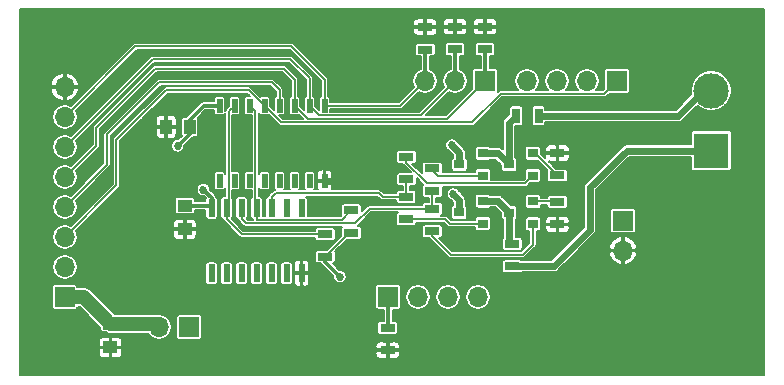
<source format=gbr>
%TF.GenerationSoftware,KiCad,Pcbnew,(5.1.7)-1*%
%TF.CreationDate,2020-11-09T22:40:43+01:00*%
%TF.ProjectId,LED_Chain,4c45445f-4368-4616-996e-2e6b69636164,rev?*%
%TF.SameCoordinates,Original*%
%TF.FileFunction,Copper,L1,Top*%
%TF.FilePolarity,Positive*%
%FSLAX46Y46*%
G04 Gerber Fmt 4.6, Leading zero omitted, Abs format (unit mm)*
G04 Created by KiCad (PCBNEW (5.1.7)-1) date 2020-11-09 22:40:43*
%MOMM*%
%LPD*%
G01*
G04 APERTURE LIST*
%TA.AperFunction,ComponentPad*%
%ADD10R,3.000000X3.000000*%
%TD*%
%TA.AperFunction,ComponentPad*%
%ADD11C,3.000000*%
%TD*%
%TA.AperFunction,ComponentPad*%
%ADD12R,1.700000X1.700000*%
%TD*%
%TA.AperFunction,ComponentPad*%
%ADD13O,1.700000X1.700000*%
%TD*%
%TA.AperFunction,SMDPad,CuDef*%
%ADD14R,0.580000X1.520000*%
%TD*%
%TA.AperFunction,SMDPad,CuDef*%
%ADD15R,1.300000X0.700000*%
%TD*%
%TA.AperFunction,SMDPad,CuDef*%
%ADD16R,1.250000X1.000000*%
%TD*%
%TA.AperFunction,SMDPad,CuDef*%
%ADD17R,1.000000X1.250000*%
%TD*%
%TA.AperFunction,SMDPad,CuDef*%
%ADD18R,0.508000X1.143000*%
%TD*%
%TA.AperFunction,SMDPad,CuDef*%
%ADD19R,0.700000X1.300000*%
%TD*%
%TA.AperFunction,SMDPad,CuDef*%
%ADD20R,0.900000X0.800000*%
%TD*%
%TA.AperFunction,ViaPad*%
%ADD21C,0.685800*%
%TD*%
%TA.AperFunction,Conductor*%
%ADD22C,0.609600*%
%TD*%
%TA.AperFunction,Conductor*%
%ADD23C,0.152400*%
%TD*%
%TA.AperFunction,Conductor*%
%ADD24C,0.304800*%
%TD*%
%TA.AperFunction,Conductor*%
%ADD25C,1.219200*%
%TD*%
%TA.AperFunction,Conductor*%
%ADD26C,0.076200*%
%TD*%
G04 APERTURE END LIST*
D10*
%TO.P,J7,1*%
%TO.N,/LED1*%
X175370000Y-92120000D03*
D11*
%TO.P,J7,2*%
%TO.N,/LED2*%
X175370000Y-87040000D03*
%TD*%
D12*
%TO.P,J6,1*%
%TO.N,/5V*%
X167894000Y-98044000D03*
D13*
%TO.P,J6,2*%
%TO.N,GND*%
X167894000Y-100584000D03*
%TD*%
D12*
%TO.P,J5,1*%
%TO.N,/B0*%
X167386000Y-86233000D03*
D13*
%TO.P,J5,2*%
%TO.N,N/C*%
X164846000Y-86233000D03*
%TO.P,J5,3*%
X162306000Y-86233000D03*
%TO.P,J5,4*%
X159766000Y-86233000D03*
%TD*%
D12*
%TO.P,J4,1*%
%TO.N,/A4*%
X148000000Y-104500000D03*
D13*
%TO.P,J4,2*%
%TO.N,N/C*%
X150540000Y-104500000D03*
%TO.P,J4,3*%
X153080000Y-104500000D03*
%TO.P,J4,4*%
X155620000Y-104500000D03*
%TD*%
D12*
%TO.P,J3,1*%
%TO.N,/A3*%
X156210000Y-86233000D03*
D13*
%TO.P,J3,2*%
%TO.N,/A2*%
X153670000Y-86233000D03*
%TO.P,J3,3*%
%TO.N,/A1*%
X151130000Y-86233000D03*
%TD*%
D12*
%TO.P,J2,1*%
%TO.N,/Vbb*%
X131160000Y-107060000D03*
D13*
%TO.P,J2,2*%
%TO.N,/5V*%
X128620000Y-107060000D03*
%TD*%
D14*
%TO.P,U2,14*%
%TO.N,/Vbb*%
X133056999Y-96979999D03*
%TO.P,U2,13*%
%TO.N,Net-(R6-Pad1)*%
X134326999Y-96979999D03*
%TO.P,U2,12*%
%TO.N,/Q*%
X135596999Y-96979999D03*
%TO.P,U2,11*%
%TO.N,Net-(R5-Pad1)*%
X136866999Y-96979999D03*
%TO.P,U2,10*%
%TO.N,/~Q*%
X138136999Y-96979999D03*
%TO.P,U2,9*%
%TO.N,N/C*%
X139406999Y-96979999D03*
%TO.P,U2,8*%
X140676999Y-96979999D03*
%TO.P,U2,7*%
%TO.N,GND*%
X140676999Y-102499999D03*
%TO.P,U2,6*%
%TO.N,N/C*%
X139406999Y-102499999D03*
%TO.P,U2,5*%
X138136999Y-102499999D03*
%TO.P,U2,4*%
X136866999Y-102499999D03*
%TO.P,U2,3*%
X135596999Y-102499999D03*
%TO.P,U2,2*%
X134326999Y-102499999D03*
%TO.P,U2,1*%
X133056999Y-102499999D03*
%TD*%
D15*
%TO.P,R4,1*%
%TO.N,/A4*%
X147970000Y-107120000D03*
%TO.P,R4,2*%
%TO.N,GND*%
X147970000Y-109020000D03*
%TD*%
%TO.P,R3,1*%
%TO.N,/A1*%
X151150000Y-83570000D03*
%TO.P,R3,2*%
%TO.N,GND*%
X151150000Y-81670000D03*
%TD*%
%TO.P,R2,1*%
%TO.N,/A3*%
X156210000Y-83540000D03*
%TO.P,R2,2*%
%TO.N,GND*%
X156210000Y-81640000D03*
%TD*%
%TO.P,R1,1*%
%TO.N,/A2*%
X153670000Y-83540000D03*
%TO.P,R1,2*%
%TO.N,GND*%
X153670000Y-81640000D03*
%TD*%
D12*
%TO.P,J1,1*%
%TO.N,/5V*%
X120630000Y-104520000D03*
D13*
%TO.P,J1,2*%
%TO.N,/Vbb*%
X120630000Y-101980000D03*
%TO.P,J1,3*%
%TO.N,/B0*%
X120630000Y-99440000D03*
%TO.P,J1,4*%
%TO.N,/A4*%
X120630000Y-96900000D03*
%TO.P,J1,5*%
%TO.N,/A3*%
X120630000Y-94360000D03*
%TO.P,J1,6*%
%TO.N,/A2*%
X120630000Y-91820000D03*
%TO.P,J1,7*%
%TO.N,/A1*%
X120630000Y-89280000D03*
%TO.P,J1,8*%
%TO.N,GND*%
X120630000Y-86740000D03*
%TD*%
D16*
%TO.P,C1,1*%
%TO.N,/5V*%
X124500000Y-106790000D03*
%TO.P,C1,2*%
%TO.N,GND*%
X124500000Y-108790000D03*
%TD*%
%TO.P,C3,1*%
%TO.N,/Vbb*%
X130780000Y-96780000D03*
%TO.P,C3,2*%
%TO.N,GND*%
X130780000Y-98780000D03*
%TD*%
D17*
%TO.P,C2,1*%
%TO.N,/Vbb*%
X131210000Y-90100000D03*
%TO.P,C2,2*%
%TO.N,GND*%
X129210000Y-90100000D03*
%TD*%
D15*
%TO.P,R11,1*%
%TO.N,Net-(Q4-Pad1)*%
X151750000Y-98950000D03*
%TO.P,R11,2*%
%TO.N,/Q*%
X151750000Y-97050000D03*
%TD*%
%TO.P,R10,1*%
%TO.N,Net-(Q3-Pad1)*%
X149530000Y-97930000D03*
%TO.P,R10,2*%
%TO.N,/~Q*%
X149530000Y-96030000D03*
%TD*%
%TO.P,R8,1*%
%TO.N,Net-(Q2-Pad1)*%
X149560000Y-92650000D03*
%TO.P,R8,2*%
%TO.N,/~Q*%
X149560000Y-94550000D03*
%TD*%
%TO.P,R7,1*%
%TO.N,Net-(Q1-Pad1)*%
X151750000Y-93640000D03*
%TO.P,R7,2*%
%TO.N,/Q*%
X151750000Y-95540000D03*
%TD*%
D18*
%TO.P,U1,16*%
%TO.N,/Vbb*%
X133734999Y-88324998D03*
%TO.P,U1,14*%
%TO.N,Net-(R5-Pad1)*%
X136274999Y-88324998D03*
%TO.P,U1,13*%
%TO.N,/B0*%
X137544999Y-88324998D03*
%TO.P,U1,12*%
%TO.N,/A4*%
X138814999Y-88324998D03*
%TO.P,U1,11*%
%TO.N,/A3*%
X140084999Y-88324998D03*
%TO.P,U1,10*%
%TO.N,/A2*%
X141354999Y-88324998D03*
%TO.P,U1,9*%
%TO.N,/A1*%
X142624999Y-88324998D03*
%TO.P,U1,8*%
%TO.N,GND*%
X142624999Y-94674998D03*
%TO.P,U1,7*%
%TO.N,N/C*%
X141354999Y-94674998D03*
%TO.P,U1,6*%
X140084999Y-94674998D03*
%TO.P,U1,5*%
X138814999Y-94674998D03*
%TO.P,U1,4*%
X137544999Y-94674998D03*
%TO.P,U1,3*%
X136274999Y-94674998D03*
%TO.P,U1,2*%
X135004999Y-94674998D03*
%TO.P,U1,1*%
X133734999Y-94674998D03*
%TO.P,U1,15*%
%TO.N,Net-(R6-Pad1)*%
X135004999Y-88324998D03*
%TD*%
D19*
%TO.P,R14,1*%
%TO.N,/LED2*%
X160750000Y-89180000D03*
%TO.P,R14,2*%
%TO.N,/L2*%
X158850000Y-89180000D03*
%TD*%
D15*
%TO.P,R13,1*%
%TO.N,/LED1*%
X158520000Y-101910000D03*
%TO.P,R13,2*%
%TO.N,/L1*%
X158520000Y-100010000D03*
%TD*%
%TO.P,R12,1*%
%TO.N,Net-(Q4-Pad2)*%
X162340000Y-96480000D03*
%TO.P,R12,2*%
%TO.N,GND*%
X162340000Y-98380000D03*
%TD*%
%TO.P,R9,1*%
%TO.N,Net-(Q2-Pad2)*%
X162340000Y-94230000D03*
%TO.P,R9,2*%
%TO.N,GND*%
X162340000Y-92330000D03*
%TD*%
%TO.P,R5,1*%
%TO.N,Net-(R5-Pad1)*%
X144900000Y-97180000D03*
%TO.P,R5,2*%
%TO.N,/Vbb*%
X144900000Y-99080000D03*
%TD*%
%TO.P,R6,1*%
%TO.N,Net-(R6-Pad1)*%
X142680000Y-99200000D03*
%TO.P,R6,2*%
%TO.N,/Vbb*%
X142680000Y-101100000D03*
%TD*%
D20*
%TO.P,Q4,1*%
%TO.N,Net-(Q4-Pad1)*%
X160280000Y-98320000D03*
%TO.P,Q4,2*%
%TO.N,Net-(Q4-Pad2)*%
X160280000Y-96420000D03*
%TO.P,Q4,3*%
%TO.N,/L1*%
X158280000Y-97370000D03*
%TD*%
%TO.P,Q3,1*%
%TO.N,Net-(Q3-Pad1)*%
X156030000Y-98300000D03*
%TO.P,Q3,2*%
%TO.N,/L1*%
X156030000Y-96400000D03*
%TO.P,Q3,3*%
%TO.N,/5V*%
X154030000Y-97350000D03*
%TD*%
%TO.P,Q2,1*%
%TO.N,Net-(Q2-Pad1)*%
X160249999Y-94250001D03*
%TO.P,Q2,2*%
%TO.N,Net-(Q2-Pad2)*%
X160249999Y-92350001D03*
%TO.P,Q2,3*%
%TO.N,/L2*%
X158249999Y-93300001D03*
%TD*%
%TO.P,Q1,1*%
%TO.N,Net-(Q1-Pad1)*%
X156049999Y-94249999D03*
%TO.P,Q1,2*%
%TO.N,/L2*%
X156049999Y-92349999D03*
%TO.P,Q1,3*%
%TO.N,/5V*%
X154049999Y-93299999D03*
%TD*%
D21*
%TO.N,GND*%
X144110000Y-94060000D03*
X142500000Y-96840000D03*
%TO.N,/Vbb*%
X132360000Y-95420000D03*
X130190000Y-91730000D03*
X143920000Y-102800000D03*
%TO.N,/5V*%
X153540000Y-95810000D03*
X153410000Y-91670000D03*
%TD*%
D22*
%TO.N,GND*%
X143495002Y-94674998D02*
X144110000Y-94060000D01*
X142624999Y-94674998D02*
X143495002Y-94674998D01*
D23*
%TO.N,/Q*%
X151750000Y-97050000D02*
X151750000Y-95540000D01*
X146441482Y-97050000D02*
X151750000Y-97050000D01*
X135978011Y-98273411D02*
X145218071Y-98273411D01*
X135596999Y-97892399D02*
X135978011Y-98273411D01*
X145218071Y-98273411D02*
X146441482Y-97050000D01*
X135596999Y-96979999D02*
X135596999Y-97892399D01*
D22*
%TO.N,/L2*%
X157299997Y-92349999D02*
X158249999Y-93300001D01*
X156049999Y-92349999D02*
X157299997Y-92349999D01*
X158249999Y-89780001D02*
X158850000Y-89180000D01*
X158249999Y-93300001D02*
X158249999Y-89780001D01*
D23*
%TO.N,/~Q*%
X149530000Y-94580000D02*
X149560000Y-94550000D01*
X149530000Y-96030000D02*
X149530000Y-94580000D01*
X138136999Y-96067599D02*
X138484598Y-95720000D01*
X138136999Y-96979999D02*
X138136999Y-96067599D01*
X138484598Y-95720000D02*
X147230000Y-95720000D01*
X147540000Y-96030000D02*
X149530000Y-96030000D01*
X147230000Y-95720000D02*
X147540000Y-96030000D01*
%TO.N,Net-(Q2-Pad2)*%
X160460001Y-92350001D02*
X162340000Y-94230000D01*
X160249999Y-92350001D02*
X160460001Y-92350001D01*
D22*
%TO.N,/L1*%
X157310000Y-96400000D02*
X158280000Y-97370000D01*
X156030000Y-96400000D02*
X157310000Y-96400000D01*
X158280000Y-99770000D02*
X158520000Y-100010000D01*
X158280000Y-97370000D02*
X158280000Y-99770000D01*
D23*
%TO.N,Net-(Q4-Pad2)*%
X162280000Y-96420000D02*
X162340000Y-96480000D01*
X160280000Y-96420000D02*
X162280000Y-96420000D01*
%TO.N,Net-(Q1-Pad1)*%
X151750000Y-93640000D02*
X151750000Y-93790000D01*
X152209999Y-94249999D02*
X156049999Y-94249999D01*
X151750000Y-93790000D02*
X152209999Y-94249999D01*
%TO.N,Net-(Q2-Pad1)*%
X159621400Y-94878600D02*
X160249999Y-94250001D01*
X151286200Y-94878600D02*
X159621400Y-94878600D01*
X149560000Y-93152400D02*
X151286200Y-94878600D01*
X149560000Y-92650000D02*
X149560000Y-93152400D01*
%TO.N,Net-(Q3-Pad1)*%
X149530000Y-97930000D02*
X152850000Y-97930000D01*
X153220000Y-98300000D02*
X156030000Y-98300000D01*
X152850000Y-97930000D02*
X153220000Y-98300000D01*
%TO.N,Net-(Q4-Pad1)*%
X151750000Y-98950000D02*
X151750000Y-99390000D01*
X151750000Y-99390000D02*
X153310000Y-100950000D01*
X153310000Y-100950000D02*
X159410000Y-100950000D01*
X160280000Y-100080000D02*
X160280000Y-98320000D01*
X159410000Y-100950000D02*
X160280000Y-100080000D01*
D24*
%TO.N,/Vbb*%
X133056999Y-96116999D02*
X132360000Y-95420000D01*
X133056999Y-96979999D02*
X133056999Y-96116999D01*
X132857000Y-96780000D02*
X133056999Y-96979999D01*
X130780000Y-96780000D02*
X132857000Y-96780000D01*
D23*
X144700000Y-99080000D02*
X142680000Y-101100000D01*
X144900000Y-99080000D02*
X144700000Y-99080000D01*
D24*
X131210000Y-90100000D02*
X131210000Y-89500000D01*
X132385002Y-88324998D02*
X133734999Y-88324998D01*
X131210000Y-89500000D02*
X132385002Y-88324998D01*
X131210000Y-90710000D02*
X130190000Y-91730000D01*
X131210000Y-90100000D02*
X131210000Y-90710000D01*
X142680000Y-101560000D02*
X143920000Y-102800000D01*
X142680000Y-101100000D02*
X142680000Y-101560000D01*
D23*
%TO.N,Net-(R5-Pad1)*%
X136757600Y-96870600D02*
X136866999Y-96979999D01*
X136757600Y-88807599D02*
X136757600Y-96870600D01*
X136274999Y-88324998D02*
X136757600Y-88807599D01*
X136943200Y-97968600D02*
X144111400Y-97968600D01*
X144111400Y-97968600D02*
X144900000Y-97180000D01*
X136866999Y-97892399D02*
X136943200Y-97968600D01*
X136866999Y-96979999D02*
X136866999Y-97892399D01*
%TO.N,Net-(R6-Pad1)*%
X135004999Y-88324998D02*
X134522398Y-88807599D01*
X134522398Y-96784600D02*
X134326999Y-96979999D01*
X134522398Y-88807599D02*
X134522398Y-96784600D01*
X135634600Y-99200000D02*
X142680000Y-99200000D01*
X134326999Y-97892399D02*
X135634600Y-99200000D01*
X134326999Y-96979999D02*
X134326999Y-97892399D01*
%TO.N,/LED1*%
X158520000Y-101910000D02*
X159670000Y-101910000D01*
D22*
%TO.N,/5V*%
X154030000Y-96300000D02*
X153540000Y-95810000D01*
X154030000Y-97350000D02*
X154030000Y-96300000D01*
X154049999Y-92309999D02*
X153410000Y-91670000D01*
X154049999Y-93299999D02*
X154049999Y-92309999D01*
D25*
X122230000Y-104520000D02*
X124500000Y-106790000D01*
X120630000Y-104520000D02*
X122230000Y-104520000D01*
X128350000Y-106790000D02*
X128620000Y-107060000D01*
X124500000Y-106790000D02*
X128350000Y-106790000D01*
D23*
%TO.N,/B0*%
X138954721Y-89734719D02*
X155114719Y-89734719D01*
X137544999Y-88324998D02*
X138954721Y-89734719D01*
X166307399Y-87311601D02*
X167386000Y-86233000D01*
X157537837Y-87311601D02*
X166307399Y-87311601D01*
X155114719Y-89734719D02*
X157537837Y-87311601D01*
X120630000Y-99440000D02*
X125010000Y-95060000D01*
X125010000Y-95060000D02*
X125010000Y-91220000D01*
X125010000Y-91220000D02*
X129240000Y-86990000D01*
X136210001Y-86990000D02*
X137544999Y-88324998D01*
X129240000Y-86990000D02*
X136210001Y-86990000D01*
D24*
%TO.N,/A4*%
X148000000Y-107090000D02*
X147970000Y-107120000D01*
X148000000Y-104500000D02*
X148000000Y-107090000D01*
D23*
X120630000Y-96900000D02*
X124210000Y-93320000D01*
X124210000Y-93320000D02*
X124210000Y-90760000D01*
X124210000Y-90760000D02*
X128630000Y-86340000D01*
X128630000Y-86340000D02*
X138150000Y-86340000D01*
X138150000Y-86340000D02*
X138814999Y-87004999D01*
X138814999Y-87305001D02*
X138814999Y-88324998D01*
X138814999Y-87004999D02*
X138814999Y-87305001D01*
D24*
%TO.N,/A2*%
X153670000Y-86233000D02*
X153670000Y-83540000D01*
D23*
X150777901Y-89125099D02*
X153670000Y-86233000D01*
X142155100Y-89125099D02*
X150777901Y-89125099D01*
X141354999Y-88324998D02*
X142155100Y-89125099D01*
X120630000Y-91820000D02*
X128070000Y-84380000D01*
X128070000Y-84380000D02*
X139730000Y-84380000D01*
X141354999Y-86004999D02*
X141354999Y-88324998D01*
X139730000Y-84380000D02*
X141354999Y-86004999D01*
%TO.N,/A1*%
X142624999Y-88324998D02*
X149038002Y-88324998D01*
X149038002Y-88324998D02*
X151130000Y-86233000D01*
D24*
X151130000Y-83590000D02*
X151150000Y-83570000D01*
X151130000Y-86233000D02*
X151130000Y-83590000D01*
D23*
X120630000Y-89280000D02*
X126600000Y-83310000D01*
X126600000Y-83310000D02*
X139820000Y-83310000D01*
X142624999Y-86114999D02*
X142624999Y-88324998D01*
X139820000Y-83310000D02*
X142624999Y-86114999D01*
D24*
%TO.N,/A3*%
X156210000Y-86233000D02*
X156210000Y-83540000D01*
D23*
X153013090Y-89429910D02*
X156210000Y-86233000D01*
X141189911Y-89429910D02*
X153013090Y-89429910D01*
X140084999Y-88324998D02*
X141189911Y-89429910D01*
X121708601Y-93281399D02*
X121718601Y-93281399D01*
X120630000Y-94360000D02*
X121708601Y-93281399D01*
X121718601Y-93281399D02*
X123300000Y-91700000D01*
X123300000Y-91700000D02*
X123300000Y-90190000D01*
X123300000Y-90190000D02*
X128290000Y-85200000D01*
X128290000Y-85200000D02*
X139160000Y-85200000D01*
X140084999Y-86124999D02*
X140084999Y-88324998D01*
X139160000Y-85200000D02*
X140084999Y-86124999D01*
D22*
%TO.N,/LED1*%
X168200000Y-92140000D02*
X174690000Y-92140000D01*
X165100000Y-95240000D02*
X168200000Y-92140000D01*
X165100000Y-98830000D02*
X165100000Y-95240000D01*
X162020000Y-101910000D02*
X165100000Y-98830000D01*
X158520000Y-101910000D02*
X162020000Y-101910000D01*
%TO.N,/LED2*%
X172570000Y-89180000D02*
X174690000Y-87060000D01*
X160750000Y-89180000D02*
X172570000Y-89180000D01*
%TD*%
D23*
%TO.N,GND*%
X179856401Y-111116400D02*
X116803600Y-111116400D01*
X116803600Y-109290000D01*
X123492157Y-109290000D01*
X123499513Y-109364689D01*
X123521299Y-109436508D01*
X123556678Y-109502696D01*
X123604289Y-109560711D01*
X123662304Y-109608322D01*
X123728492Y-109643701D01*
X123800311Y-109665487D01*
X123875000Y-109672843D01*
X124328550Y-109671000D01*
X124423800Y-109575750D01*
X124423800Y-108866200D01*
X124576200Y-108866200D01*
X124576200Y-109575750D01*
X124671450Y-109671000D01*
X125125000Y-109672843D01*
X125199689Y-109665487D01*
X125271508Y-109643701D01*
X125337696Y-109608322D01*
X125395711Y-109560711D01*
X125443322Y-109502696D01*
X125478701Y-109436508D01*
X125498875Y-109370000D01*
X146937157Y-109370000D01*
X146944513Y-109444689D01*
X146966299Y-109516508D01*
X147001678Y-109582696D01*
X147049289Y-109640711D01*
X147107304Y-109688322D01*
X147173492Y-109723701D01*
X147245311Y-109745487D01*
X147320000Y-109752843D01*
X147798550Y-109751000D01*
X147893800Y-109655750D01*
X147893800Y-109096200D01*
X148046200Y-109096200D01*
X148046200Y-109655750D01*
X148141450Y-109751000D01*
X148620000Y-109752843D01*
X148694689Y-109745487D01*
X148766508Y-109723701D01*
X148832696Y-109688322D01*
X148890711Y-109640711D01*
X148938322Y-109582696D01*
X148973701Y-109516508D01*
X148995487Y-109444689D01*
X149002843Y-109370000D01*
X149001000Y-109191450D01*
X148905750Y-109096200D01*
X148046200Y-109096200D01*
X147893800Y-109096200D01*
X147034250Y-109096200D01*
X146939000Y-109191450D01*
X146937157Y-109370000D01*
X125498875Y-109370000D01*
X125500487Y-109364689D01*
X125507843Y-109290000D01*
X125506000Y-108961450D01*
X125410750Y-108866200D01*
X124576200Y-108866200D01*
X124423800Y-108866200D01*
X123589250Y-108866200D01*
X123494000Y-108961450D01*
X123492157Y-109290000D01*
X116803600Y-109290000D01*
X116803600Y-108290000D01*
X123492157Y-108290000D01*
X123494000Y-108618550D01*
X123589250Y-108713800D01*
X124423800Y-108713800D01*
X124423800Y-108004250D01*
X124576200Y-108004250D01*
X124576200Y-108713800D01*
X125410750Y-108713800D01*
X125454550Y-108670000D01*
X146937157Y-108670000D01*
X146939000Y-108848550D01*
X147034250Y-108943800D01*
X147893800Y-108943800D01*
X147893800Y-108384250D01*
X148046200Y-108384250D01*
X148046200Y-108943800D01*
X148905750Y-108943800D01*
X149001000Y-108848550D01*
X149002843Y-108670000D01*
X148995487Y-108595311D01*
X148973701Y-108523492D01*
X148938322Y-108457304D01*
X148890711Y-108399289D01*
X148832696Y-108351678D01*
X148766508Y-108316299D01*
X148694689Y-108294513D01*
X148620000Y-108287157D01*
X148141450Y-108289000D01*
X148046200Y-108384250D01*
X147893800Y-108384250D01*
X147798550Y-108289000D01*
X147320000Y-108287157D01*
X147245311Y-108294513D01*
X147173492Y-108316299D01*
X147107304Y-108351678D01*
X147049289Y-108399289D01*
X147001678Y-108457304D01*
X146966299Y-108523492D01*
X146944513Y-108595311D01*
X146937157Y-108670000D01*
X125454550Y-108670000D01*
X125506000Y-108618550D01*
X125507843Y-108290000D01*
X125500487Y-108215311D01*
X125478701Y-108143492D01*
X125443322Y-108077304D01*
X125395711Y-108019289D01*
X125337696Y-107971678D01*
X125271508Y-107936299D01*
X125199689Y-107914513D01*
X125125000Y-107907157D01*
X124671450Y-107909000D01*
X124576200Y-108004250D01*
X124423800Y-108004250D01*
X124328550Y-107909000D01*
X123875000Y-107907157D01*
X123800311Y-107914513D01*
X123728492Y-107936299D01*
X123662304Y-107971678D01*
X123604289Y-108019289D01*
X123556678Y-108077304D01*
X123521299Y-108143492D01*
X123499513Y-108215311D01*
X123492157Y-108290000D01*
X116803600Y-108290000D01*
X116803600Y-103670000D01*
X119550294Y-103670000D01*
X119550294Y-105370000D01*
X119554708Y-105414813D01*
X119567779Y-105457905D01*
X119589006Y-105497618D01*
X119617573Y-105532427D01*
X119652382Y-105560994D01*
X119692095Y-105582221D01*
X119735187Y-105595292D01*
X119780000Y-105599706D01*
X121480000Y-105599706D01*
X121524813Y-105595292D01*
X121567905Y-105582221D01*
X121607618Y-105560994D01*
X121642427Y-105532427D01*
X121670994Y-105497618D01*
X121692221Y-105457905D01*
X121705292Y-105414813D01*
X121709706Y-105370000D01*
X121709706Y-105358200D01*
X121882807Y-105358200D01*
X123645294Y-107120688D01*
X123645294Y-107290000D01*
X123649708Y-107334813D01*
X123662779Y-107377905D01*
X123684006Y-107417618D01*
X123712573Y-107452427D01*
X123747382Y-107480994D01*
X123787095Y-107502221D01*
X123830187Y-107515292D01*
X123875000Y-107519706D01*
X124087066Y-107519706D01*
X124177683Y-107568142D01*
X124335684Y-107616071D01*
X124458830Y-107628200D01*
X124458837Y-107628200D01*
X124500000Y-107632254D01*
X124541163Y-107628200D01*
X127702438Y-107628200D01*
X127782197Y-107747567D01*
X127932433Y-107897803D01*
X128109091Y-108015843D01*
X128305384Y-108097150D01*
X128513767Y-108138600D01*
X128726233Y-108138600D01*
X128934616Y-108097150D01*
X129130909Y-108015843D01*
X129307567Y-107897803D01*
X129457803Y-107747567D01*
X129575843Y-107570909D01*
X129657150Y-107374616D01*
X129698600Y-107166233D01*
X129698600Y-106953767D01*
X129657150Y-106745384D01*
X129575843Y-106549091D01*
X129457803Y-106372433D01*
X129307567Y-106222197D01*
X129289314Y-106210000D01*
X130080294Y-106210000D01*
X130080294Y-107910000D01*
X130084708Y-107954813D01*
X130097779Y-107997905D01*
X130119006Y-108037618D01*
X130147573Y-108072427D01*
X130182382Y-108100994D01*
X130222095Y-108122221D01*
X130265187Y-108135292D01*
X130310000Y-108139706D01*
X132010000Y-108139706D01*
X132054813Y-108135292D01*
X132097905Y-108122221D01*
X132137618Y-108100994D01*
X132172427Y-108072427D01*
X132200994Y-108037618D01*
X132222221Y-107997905D01*
X132235292Y-107954813D01*
X132239706Y-107910000D01*
X132239706Y-106210000D01*
X132235292Y-106165187D01*
X132222221Y-106122095D01*
X132200994Y-106082382D01*
X132172427Y-106047573D01*
X132137618Y-106019006D01*
X132097905Y-105997779D01*
X132054813Y-105984708D01*
X132010000Y-105980294D01*
X130310000Y-105980294D01*
X130265187Y-105984708D01*
X130222095Y-105997779D01*
X130182382Y-106019006D01*
X130147573Y-106047573D01*
X130119006Y-106082382D01*
X130097779Y-106122095D01*
X130084708Y-106165187D01*
X130080294Y-106210000D01*
X129289314Y-106210000D01*
X129130909Y-106104157D01*
X128934616Y-106022850D01*
X128726233Y-105981400D01*
X128571910Y-105981400D01*
X128514316Y-105963929D01*
X128391170Y-105951800D01*
X128391163Y-105951800D01*
X128350000Y-105947746D01*
X128308837Y-105951800D01*
X124847194Y-105951800D01*
X122851811Y-103956418D01*
X122825564Y-103924436D01*
X122697932Y-103819691D01*
X122552317Y-103741858D01*
X122394316Y-103693929D01*
X122271170Y-103681800D01*
X122271163Y-103681800D01*
X122230000Y-103677746D01*
X122188837Y-103681800D01*
X121709706Y-103681800D01*
X121709706Y-103670000D01*
X121707737Y-103650000D01*
X146920294Y-103650000D01*
X146920294Y-105350000D01*
X146924708Y-105394813D01*
X146937779Y-105437905D01*
X146959006Y-105477618D01*
X146987573Y-105512427D01*
X147022382Y-105540994D01*
X147062095Y-105562221D01*
X147105187Y-105575292D01*
X147150000Y-105579706D01*
X147619000Y-105579706D01*
X147619001Y-106540294D01*
X147320000Y-106540294D01*
X147275187Y-106544708D01*
X147232095Y-106557779D01*
X147192382Y-106579006D01*
X147157573Y-106607573D01*
X147129006Y-106642382D01*
X147107779Y-106682095D01*
X147094708Y-106725187D01*
X147090294Y-106770000D01*
X147090294Y-107470000D01*
X147094708Y-107514813D01*
X147107779Y-107557905D01*
X147129006Y-107597618D01*
X147157573Y-107632427D01*
X147192382Y-107660994D01*
X147232095Y-107682221D01*
X147275187Y-107695292D01*
X147320000Y-107699706D01*
X148620000Y-107699706D01*
X148664813Y-107695292D01*
X148707905Y-107682221D01*
X148747618Y-107660994D01*
X148782427Y-107632427D01*
X148810994Y-107597618D01*
X148832221Y-107557905D01*
X148845292Y-107514813D01*
X148849706Y-107470000D01*
X148849706Y-106770000D01*
X148845292Y-106725187D01*
X148832221Y-106682095D01*
X148810994Y-106642382D01*
X148782427Y-106607573D01*
X148747618Y-106579006D01*
X148707905Y-106557779D01*
X148664813Y-106544708D01*
X148620000Y-106540294D01*
X148381000Y-106540294D01*
X148381000Y-105579706D01*
X148850000Y-105579706D01*
X148894813Y-105575292D01*
X148937905Y-105562221D01*
X148977618Y-105540994D01*
X149012427Y-105512427D01*
X149040994Y-105477618D01*
X149062221Y-105437905D01*
X149075292Y-105394813D01*
X149079706Y-105350000D01*
X149079706Y-104393767D01*
X149461400Y-104393767D01*
X149461400Y-104606233D01*
X149502850Y-104814616D01*
X149584157Y-105010909D01*
X149702197Y-105187567D01*
X149852433Y-105337803D01*
X150029091Y-105455843D01*
X150225384Y-105537150D01*
X150433767Y-105578600D01*
X150646233Y-105578600D01*
X150854616Y-105537150D01*
X151050909Y-105455843D01*
X151227567Y-105337803D01*
X151377803Y-105187567D01*
X151495843Y-105010909D01*
X151577150Y-104814616D01*
X151618600Y-104606233D01*
X151618600Y-104393767D01*
X152001400Y-104393767D01*
X152001400Y-104606233D01*
X152042850Y-104814616D01*
X152124157Y-105010909D01*
X152242197Y-105187567D01*
X152392433Y-105337803D01*
X152569091Y-105455843D01*
X152765384Y-105537150D01*
X152973767Y-105578600D01*
X153186233Y-105578600D01*
X153394616Y-105537150D01*
X153590909Y-105455843D01*
X153767567Y-105337803D01*
X153917803Y-105187567D01*
X154035843Y-105010909D01*
X154117150Y-104814616D01*
X154158600Y-104606233D01*
X154158600Y-104393767D01*
X154541400Y-104393767D01*
X154541400Y-104606233D01*
X154582850Y-104814616D01*
X154664157Y-105010909D01*
X154782197Y-105187567D01*
X154932433Y-105337803D01*
X155109091Y-105455843D01*
X155305384Y-105537150D01*
X155513767Y-105578600D01*
X155726233Y-105578600D01*
X155934616Y-105537150D01*
X156130909Y-105455843D01*
X156307567Y-105337803D01*
X156457803Y-105187567D01*
X156575843Y-105010909D01*
X156657150Y-104814616D01*
X156698600Y-104606233D01*
X156698600Y-104393767D01*
X156657150Y-104185384D01*
X156575843Y-103989091D01*
X156457803Y-103812433D01*
X156307567Y-103662197D01*
X156130909Y-103544157D01*
X155934616Y-103462850D01*
X155726233Y-103421400D01*
X155513767Y-103421400D01*
X155305384Y-103462850D01*
X155109091Y-103544157D01*
X154932433Y-103662197D01*
X154782197Y-103812433D01*
X154664157Y-103989091D01*
X154582850Y-104185384D01*
X154541400Y-104393767D01*
X154158600Y-104393767D01*
X154117150Y-104185384D01*
X154035843Y-103989091D01*
X153917803Y-103812433D01*
X153767567Y-103662197D01*
X153590909Y-103544157D01*
X153394616Y-103462850D01*
X153186233Y-103421400D01*
X152973767Y-103421400D01*
X152765384Y-103462850D01*
X152569091Y-103544157D01*
X152392433Y-103662197D01*
X152242197Y-103812433D01*
X152124157Y-103989091D01*
X152042850Y-104185384D01*
X152001400Y-104393767D01*
X151618600Y-104393767D01*
X151577150Y-104185384D01*
X151495843Y-103989091D01*
X151377803Y-103812433D01*
X151227567Y-103662197D01*
X151050909Y-103544157D01*
X150854616Y-103462850D01*
X150646233Y-103421400D01*
X150433767Y-103421400D01*
X150225384Y-103462850D01*
X150029091Y-103544157D01*
X149852433Y-103662197D01*
X149702197Y-103812433D01*
X149584157Y-103989091D01*
X149502850Y-104185384D01*
X149461400Y-104393767D01*
X149079706Y-104393767D01*
X149079706Y-103650000D01*
X149075292Y-103605187D01*
X149062221Y-103562095D01*
X149040994Y-103522382D01*
X149012427Y-103487573D01*
X148977618Y-103459006D01*
X148937905Y-103437779D01*
X148894813Y-103424708D01*
X148850000Y-103420294D01*
X147150000Y-103420294D01*
X147105187Y-103424708D01*
X147062095Y-103437779D01*
X147022382Y-103459006D01*
X146987573Y-103487573D01*
X146959006Y-103522382D01*
X146937779Y-103562095D01*
X146924708Y-103605187D01*
X146920294Y-103650000D01*
X121707737Y-103650000D01*
X121705292Y-103625187D01*
X121692221Y-103582095D01*
X121670994Y-103542382D01*
X121642427Y-103507573D01*
X121607618Y-103479006D01*
X121567905Y-103457779D01*
X121524813Y-103444708D01*
X121480000Y-103440294D01*
X119780000Y-103440294D01*
X119735187Y-103444708D01*
X119692095Y-103457779D01*
X119652382Y-103479006D01*
X119617573Y-103507573D01*
X119589006Y-103542382D01*
X119567779Y-103582095D01*
X119554708Y-103625187D01*
X119550294Y-103670000D01*
X116803600Y-103670000D01*
X116803600Y-101873767D01*
X119551400Y-101873767D01*
X119551400Y-102086233D01*
X119592850Y-102294616D01*
X119674157Y-102490909D01*
X119792197Y-102667567D01*
X119942433Y-102817803D01*
X120119091Y-102935843D01*
X120315384Y-103017150D01*
X120523767Y-103058600D01*
X120736233Y-103058600D01*
X120944616Y-103017150D01*
X121140909Y-102935843D01*
X121317567Y-102817803D01*
X121467803Y-102667567D01*
X121585843Y-102490909D01*
X121667150Y-102294616D01*
X121708600Y-102086233D01*
X121708600Y-101873767D01*
X121681992Y-101739999D01*
X132537293Y-101739999D01*
X132537293Y-103259999D01*
X132541707Y-103304812D01*
X132554778Y-103347904D01*
X132576005Y-103387617D01*
X132604572Y-103422426D01*
X132639381Y-103450993D01*
X132679094Y-103472220D01*
X132722186Y-103485291D01*
X132766999Y-103489705D01*
X133346999Y-103489705D01*
X133391812Y-103485291D01*
X133434904Y-103472220D01*
X133474617Y-103450993D01*
X133509426Y-103422426D01*
X133537993Y-103387617D01*
X133559220Y-103347904D01*
X133572291Y-103304812D01*
X133576705Y-103259999D01*
X133576705Y-101739999D01*
X133807293Y-101739999D01*
X133807293Y-103259999D01*
X133811707Y-103304812D01*
X133824778Y-103347904D01*
X133846005Y-103387617D01*
X133874572Y-103422426D01*
X133909381Y-103450993D01*
X133949094Y-103472220D01*
X133992186Y-103485291D01*
X134036999Y-103489705D01*
X134616999Y-103489705D01*
X134661812Y-103485291D01*
X134704904Y-103472220D01*
X134744617Y-103450993D01*
X134779426Y-103422426D01*
X134807993Y-103387617D01*
X134829220Y-103347904D01*
X134842291Y-103304812D01*
X134846705Y-103259999D01*
X134846705Y-101739999D01*
X135077293Y-101739999D01*
X135077293Y-103259999D01*
X135081707Y-103304812D01*
X135094778Y-103347904D01*
X135116005Y-103387617D01*
X135144572Y-103422426D01*
X135179381Y-103450993D01*
X135219094Y-103472220D01*
X135262186Y-103485291D01*
X135306999Y-103489705D01*
X135886999Y-103489705D01*
X135931812Y-103485291D01*
X135974904Y-103472220D01*
X136014617Y-103450993D01*
X136049426Y-103422426D01*
X136077993Y-103387617D01*
X136099220Y-103347904D01*
X136112291Y-103304812D01*
X136116705Y-103259999D01*
X136116705Y-101739999D01*
X136347293Y-101739999D01*
X136347293Y-103259999D01*
X136351707Y-103304812D01*
X136364778Y-103347904D01*
X136386005Y-103387617D01*
X136414572Y-103422426D01*
X136449381Y-103450993D01*
X136489094Y-103472220D01*
X136532186Y-103485291D01*
X136576999Y-103489705D01*
X137156999Y-103489705D01*
X137201812Y-103485291D01*
X137244904Y-103472220D01*
X137284617Y-103450993D01*
X137319426Y-103422426D01*
X137347993Y-103387617D01*
X137369220Y-103347904D01*
X137382291Y-103304812D01*
X137386705Y-103259999D01*
X137386705Y-101739999D01*
X137617293Y-101739999D01*
X137617293Y-103259999D01*
X137621707Y-103304812D01*
X137634778Y-103347904D01*
X137656005Y-103387617D01*
X137684572Y-103422426D01*
X137719381Y-103450993D01*
X137759094Y-103472220D01*
X137802186Y-103485291D01*
X137846999Y-103489705D01*
X138426999Y-103489705D01*
X138471812Y-103485291D01*
X138514904Y-103472220D01*
X138554617Y-103450993D01*
X138589426Y-103422426D01*
X138617993Y-103387617D01*
X138639220Y-103347904D01*
X138652291Y-103304812D01*
X138656705Y-103259999D01*
X138656705Y-101739999D01*
X138887293Y-101739999D01*
X138887293Y-103259999D01*
X138891707Y-103304812D01*
X138904778Y-103347904D01*
X138926005Y-103387617D01*
X138954572Y-103422426D01*
X138989381Y-103450993D01*
X139029094Y-103472220D01*
X139072186Y-103485291D01*
X139116999Y-103489705D01*
X139696999Y-103489705D01*
X139741812Y-103485291D01*
X139784904Y-103472220D01*
X139824617Y-103450993D01*
X139859426Y-103422426D01*
X139887993Y-103387617D01*
X139909220Y-103347904D01*
X139922291Y-103304812D01*
X139926705Y-103259999D01*
X140004156Y-103259999D01*
X140011512Y-103334688D01*
X140033298Y-103406507D01*
X140068677Y-103472695D01*
X140116288Y-103530710D01*
X140174303Y-103578321D01*
X140240491Y-103613700D01*
X140312310Y-103635486D01*
X140386999Y-103642842D01*
X140505549Y-103640999D01*
X140600799Y-103545749D01*
X140600799Y-102576199D01*
X140753199Y-102576199D01*
X140753199Y-103545749D01*
X140848449Y-103640999D01*
X140966999Y-103642842D01*
X141041688Y-103635486D01*
X141113507Y-103613700D01*
X141179695Y-103578321D01*
X141237710Y-103530710D01*
X141285321Y-103472695D01*
X141320700Y-103406507D01*
X141342486Y-103334688D01*
X141349842Y-103259999D01*
X141347999Y-102671449D01*
X141252749Y-102576199D01*
X140753199Y-102576199D01*
X140600799Y-102576199D01*
X140101249Y-102576199D01*
X140005999Y-102671449D01*
X140004156Y-103259999D01*
X139926705Y-103259999D01*
X139926705Y-101739999D01*
X140004156Y-101739999D01*
X140005999Y-102328549D01*
X140101249Y-102423799D01*
X140600799Y-102423799D01*
X140600799Y-101454249D01*
X140753199Y-101454249D01*
X140753199Y-102423799D01*
X141252749Y-102423799D01*
X141347999Y-102328549D01*
X141349842Y-101739999D01*
X141342486Y-101665310D01*
X141320700Y-101593491D01*
X141285321Y-101527303D01*
X141237710Y-101469288D01*
X141179695Y-101421677D01*
X141113507Y-101386298D01*
X141041688Y-101364512D01*
X140966999Y-101357156D01*
X140848449Y-101358999D01*
X140753199Y-101454249D01*
X140600799Y-101454249D01*
X140505549Y-101358999D01*
X140386999Y-101357156D01*
X140312310Y-101364512D01*
X140240491Y-101386298D01*
X140174303Y-101421677D01*
X140116288Y-101469288D01*
X140068677Y-101527303D01*
X140033298Y-101593491D01*
X140011512Y-101665310D01*
X140004156Y-101739999D01*
X139926705Y-101739999D01*
X139922291Y-101695186D01*
X139909220Y-101652094D01*
X139887993Y-101612381D01*
X139859426Y-101577572D01*
X139824617Y-101549005D01*
X139784904Y-101527778D01*
X139741812Y-101514707D01*
X139696999Y-101510293D01*
X139116999Y-101510293D01*
X139072186Y-101514707D01*
X139029094Y-101527778D01*
X138989381Y-101549005D01*
X138954572Y-101577572D01*
X138926005Y-101612381D01*
X138904778Y-101652094D01*
X138891707Y-101695186D01*
X138887293Y-101739999D01*
X138656705Y-101739999D01*
X138652291Y-101695186D01*
X138639220Y-101652094D01*
X138617993Y-101612381D01*
X138589426Y-101577572D01*
X138554617Y-101549005D01*
X138514904Y-101527778D01*
X138471812Y-101514707D01*
X138426999Y-101510293D01*
X137846999Y-101510293D01*
X137802186Y-101514707D01*
X137759094Y-101527778D01*
X137719381Y-101549005D01*
X137684572Y-101577572D01*
X137656005Y-101612381D01*
X137634778Y-101652094D01*
X137621707Y-101695186D01*
X137617293Y-101739999D01*
X137386705Y-101739999D01*
X137382291Y-101695186D01*
X137369220Y-101652094D01*
X137347993Y-101612381D01*
X137319426Y-101577572D01*
X137284617Y-101549005D01*
X137244904Y-101527778D01*
X137201812Y-101514707D01*
X137156999Y-101510293D01*
X136576999Y-101510293D01*
X136532186Y-101514707D01*
X136489094Y-101527778D01*
X136449381Y-101549005D01*
X136414572Y-101577572D01*
X136386005Y-101612381D01*
X136364778Y-101652094D01*
X136351707Y-101695186D01*
X136347293Y-101739999D01*
X136116705Y-101739999D01*
X136112291Y-101695186D01*
X136099220Y-101652094D01*
X136077993Y-101612381D01*
X136049426Y-101577572D01*
X136014617Y-101549005D01*
X135974904Y-101527778D01*
X135931812Y-101514707D01*
X135886999Y-101510293D01*
X135306999Y-101510293D01*
X135262186Y-101514707D01*
X135219094Y-101527778D01*
X135179381Y-101549005D01*
X135144572Y-101577572D01*
X135116005Y-101612381D01*
X135094778Y-101652094D01*
X135081707Y-101695186D01*
X135077293Y-101739999D01*
X134846705Y-101739999D01*
X134842291Y-101695186D01*
X134829220Y-101652094D01*
X134807993Y-101612381D01*
X134779426Y-101577572D01*
X134744617Y-101549005D01*
X134704904Y-101527778D01*
X134661812Y-101514707D01*
X134616999Y-101510293D01*
X134036999Y-101510293D01*
X133992186Y-101514707D01*
X133949094Y-101527778D01*
X133909381Y-101549005D01*
X133874572Y-101577572D01*
X133846005Y-101612381D01*
X133824778Y-101652094D01*
X133811707Y-101695186D01*
X133807293Y-101739999D01*
X133576705Y-101739999D01*
X133572291Y-101695186D01*
X133559220Y-101652094D01*
X133537993Y-101612381D01*
X133509426Y-101577572D01*
X133474617Y-101549005D01*
X133434904Y-101527778D01*
X133391812Y-101514707D01*
X133346999Y-101510293D01*
X132766999Y-101510293D01*
X132722186Y-101514707D01*
X132679094Y-101527778D01*
X132639381Y-101549005D01*
X132604572Y-101577572D01*
X132576005Y-101612381D01*
X132554778Y-101652094D01*
X132541707Y-101695186D01*
X132537293Y-101739999D01*
X121681992Y-101739999D01*
X121667150Y-101665384D01*
X121585843Y-101469091D01*
X121467803Y-101292433D01*
X121317567Y-101142197D01*
X121140909Y-101024157D01*
X120944616Y-100942850D01*
X120736233Y-100901400D01*
X120523767Y-100901400D01*
X120315384Y-100942850D01*
X120119091Y-101024157D01*
X119942433Y-101142197D01*
X119792197Y-101292433D01*
X119674157Y-101469091D01*
X119592850Y-101665384D01*
X119551400Y-101873767D01*
X116803600Y-101873767D01*
X116803600Y-89173767D01*
X119551400Y-89173767D01*
X119551400Y-89386233D01*
X119592850Y-89594616D01*
X119674157Y-89790909D01*
X119792197Y-89967567D01*
X119942433Y-90117803D01*
X120119091Y-90235843D01*
X120315384Y-90317150D01*
X120523767Y-90358600D01*
X120736233Y-90358600D01*
X120944616Y-90317150D01*
X121140909Y-90235843D01*
X121317567Y-90117803D01*
X121467803Y-89967567D01*
X121585843Y-89790909D01*
X121667150Y-89594616D01*
X121708600Y-89386233D01*
X121708600Y-89173767D01*
X121667150Y-88965384D01*
X121585843Y-88769091D01*
X121580282Y-88760769D01*
X126726252Y-83614800D01*
X139693749Y-83614800D01*
X142320199Y-86241251D01*
X142320200Y-87530022D01*
X142283094Y-87541277D01*
X142243381Y-87562504D01*
X142208572Y-87591071D01*
X142180005Y-87625880D01*
X142158778Y-87665593D01*
X142145707Y-87708685D01*
X142141293Y-87753498D01*
X142141293Y-88680240D01*
X141838705Y-88377653D01*
X141838705Y-87753498D01*
X141834291Y-87708685D01*
X141821220Y-87665593D01*
X141799993Y-87625880D01*
X141771426Y-87591071D01*
X141736617Y-87562504D01*
X141696904Y-87541277D01*
X141659799Y-87530022D01*
X141659799Y-86019957D01*
X141661272Y-86004999D01*
X141659799Y-85990041D01*
X141659799Y-85990033D01*
X141655388Y-85945248D01*
X141637959Y-85887793D01*
X141609657Y-85834842D01*
X141571567Y-85788431D01*
X141559944Y-85778892D01*
X139956112Y-84175061D01*
X139946568Y-84163432D01*
X139900157Y-84125342D01*
X139847206Y-84097040D01*
X139789751Y-84079611D01*
X139744966Y-84075200D01*
X139744958Y-84075200D01*
X139730000Y-84073727D01*
X139715042Y-84075200D01*
X128084958Y-84075200D01*
X128070000Y-84073727D01*
X128055042Y-84075200D01*
X128055034Y-84075200D01*
X128015403Y-84079103D01*
X128010248Y-84079611D01*
X127952794Y-84097040D01*
X127899843Y-84125342D01*
X127853432Y-84163432D01*
X127843892Y-84175056D01*
X121149231Y-90869718D01*
X121140909Y-90864157D01*
X120944616Y-90782850D01*
X120736233Y-90741400D01*
X120523767Y-90741400D01*
X120315384Y-90782850D01*
X120119091Y-90864157D01*
X119942433Y-90982197D01*
X119792197Y-91132433D01*
X119674157Y-91309091D01*
X119592850Y-91505384D01*
X119551400Y-91713767D01*
X119551400Y-91926233D01*
X119592850Y-92134616D01*
X119674157Y-92330909D01*
X119792197Y-92507567D01*
X119942433Y-92657803D01*
X120119091Y-92775843D01*
X120315384Y-92857150D01*
X120523767Y-92898600D01*
X120736233Y-92898600D01*
X120944616Y-92857150D01*
X121140909Y-92775843D01*
X121317567Y-92657803D01*
X121467803Y-92507567D01*
X121585843Y-92330909D01*
X121667150Y-92134616D01*
X121708600Y-91926233D01*
X121708600Y-91713767D01*
X121667150Y-91505384D01*
X121585843Y-91309091D01*
X121580282Y-91300769D01*
X128196252Y-84684800D01*
X139603749Y-84684800D01*
X141050199Y-86131251D01*
X141050200Y-87530022D01*
X141013094Y-87541277D01*
X140973381Y-87562504D01*
X140938572Y-87591071D01*
X140910005Y-87625880D01*
X140888778Y-87665593D01*
X140875707Y-87708685D01*
X140871293Y-87753498D01*
X140871293Y-88680240D01*
X140568705Y-88377653D01*
X140568705Y-87753498D01*
X140564291Y-87708685D01*
X140551220Y-87665593D01*
X140529993Y-87625880D01*
X140501426Y-87591071D01*
X140466617Y-87562504D01*
X140426904Y-87541277D01*
X140389799Y-87530022D01*
X140389799Y-86139956D01*
X140391272Y-86124998D01*
X140389799Y-86110040D01*
X140389799Y-86110033D01*
X140385388Y-86065248D01*
X140384659Y-86062843D01*
X140375826Y-86033727D01*
X140367959Y-86007793D01*
X140339657Y-85954842D01*
X140301567Y-85908431D01*
X140289944Y-85898892D01*
X139386112Y-84995061D01*
X139376568Y-84983432D01*
X139330157Y-84945342D01*
X139277206Y-84917040D01*
X139219751Y-84899611D01*
X139174966Y-84895200D01*
X139174958Y-84895200D01*
X139160000Y-84893727D01*
X139145042Y-84895200D01*
X128304958Y-84895200D01*
X128290000Y-84893727D01*
X128275042Y-84895200D01*
X128275034Y-84895200D01*
X128235403Y-84899103D01*
X128230248Y-84899611D01*
X128172794Y-84917040D01*
X128119843Y-84945342D01*
X128073432Y-84983432D01*
X128063892Y-84995056D01*
X123095057Y-89963892D01*
X123083433Y-89973432D01*
X123073893Y-89985056D01*
X123073892Y-89985057D01*
X123070347Y-89989377D01*
X123045343Y-90019843D01*
X123042420Y-90025312D01*
X123017040Y-90072795D01*
X122999611Y-90130249D01*
X122993727Y-90190000D01*
X122995201Y-90204968D01*
X122995200Y-91573748D01*
X121546530Y-93022419D01*
X121538444Y-93026741D01*
X121492033Y-93064831D01*
X121482493Y-93076455D01*
X121149231Y-93409718D01*
X121140909Y-93404157D01*
X120944616Y-93322850D01*
X120736233Y-93281400D01*
X120523767Y-93281400D01*
X120315384Y-93322850D01*
X120119091Y-93404157D01*
X119942433Y-93522197D01*
X119792197Y-93672433D01*
X119674157Y-93849091D01*
X119592850Y-94045384D01*
X119551400Y-94253767D01*
X119551400Y-94466233D01*
X119592850Y-94674616D01*
X119674157Y-94870909D01*
X119792197Y-95047567D01*
X119942433Y-95197803D01*
X120119091Y-95315843D01*
X120315384Y-95397150D01*
X120523767Y-95438600D01*
X120736233Y-95438600D01*
X120944616Y-95397150D01*
X121140909Y-95315843D01*
X121317567Y-95197803D01*
X121467803Y-95047567D01*
X121585843Y-94870909D01*
X121667150Y-94674616D01*
X121708600Y-94466233D01*
X121708600Y-94253767D01*
X121667150Y-94045384D01*
X121585843Y-93849091D01*
X121580282Y-93840769D01*
X121880674Y-93540378D01*
X121888758Y-93536057D01*
X121935169Y-93497967D01*
X121944713Y-93486338D01*
X123504945Y-91926107D01*
X123516568Y-91916568D01*
X123554658Y-91870157D01*
X123582960Y-91817206D01*
X123591949Y-91787574D01*
X123600389Y-91759752D01*
X123603319Y-91730000D01*
X123604800Y-91714966D01*
X123604800Y-91714958D01*
X123606273Y-91700000D01*
X123604800Y-91685042D01*
X123604800Y-90316251D01*
X128416252Y-85504800D01*
X139033749Y-85504800D01*
X139780199Y-86251251D01*
X139780200Y-87530022D01*
X139743094Y-87541277D01*
X139703381Y-87562504D01*
X139668572Y-87591071D01*
X139640005Y-87625880D01*
X139618778Y-87665593D01*
X139605707Y-87708685D01*
X139601293Y-87753498D01*
X139601293Y-88896498D01*
X139605707Y-88941311D01*
X139618778Y-88984403D01*
X139640005Y-89024116D01*
X139668572Y-89058925D01*
X139703381Y-89087492D01*
X139743094Y-89108719D01*
X139786186Y-89121790D01*
X139830999Y-89126204D01*
X140338999Y-89126204D01*
X140383812Y-89121790D01*
X140426904Y-89108719D01*
X140433919Y-89104970D01*
X140758867Y-89429919D01*
X139080973Y-89429919D01*
X138777257Y-89126204D01*
X139068999Y-89126204D01*
X139113812Y-89121790D01*
X139156904Y-89108719D01*
X139196617Y-89087492D01*
X139231426Y-89058925D01*
X139259993Y-89024116D01*
X139281220Y-88984403D01*
X139294291Y-88941311D01*
X139298705Y-88896498D01*
X139298705Y-87753498D01*
X139294291Y-87708685D01*
X139281220Y-87665593D01*
X139259993Y-87625880D01*
X139231426Y-87591071D01*
X139196617Y-87562504D01*
X139156904Y-87541277D01*
X139119799Y-87530022D01*
X139119799Y-87019957D01*
X139121272Y-87004999D01*
X139119799Y-86990041D01*
X139119799Y-86990033D01*
X139115388Y-86945248D01*
X139097959Y-86887793D01*
X139069657Y-86834842D01*
X139031567Y-86788431D01*
X139019944Y-86778892D01*
X138376112Y-86135061D01*
X138366568Y-86123432D01*
X138320157Y-86085342D01*
X138267206Y-86057040D01*
X138209751Y-86039611D01*
X138164966Y-86035200D01*
X138164958Y-86035200D01*
X138150000Y-86033727D01*
X138135042Y-86035200D01*
X128644958Y-86035200D01*
X128630000Y-86033727D01*
X128615042Y-86035200D01*
X128615034Y-86035200D01*
X128575403Y-86039103D01*
X128570248Y-86039611D01*
X128518701Y-86055248D01*
X128512794Y-86057040D01*
X128459843Y-86085342D01*
X128413432Y-86123432D01*
X128403892Y-86135056D01*
X124005057Y-90533892D01*
X123993433Y-90543432D01*
X123955343Y-90589843D01*
X123940215Y-90618146D01*
X123927040Y-90642795D01*
X123909611Y-90700249D01*
X123903727Y-90760000D01*
X123905201Y-90774968D01*
X123905200Y-93193747D01*
X121149231Y-95949718D01*
X121140909Y-95944157D01*
X120944616Y-95862850D01*
X120736233Y-95821400D01*
X120523767Y-95821400D01*
X120315384Y-95862850D01*
X120119091Y-95944157D01*
X119942433Y-96062197D01*
X119792197Y-96212433D01*
X119674157Y-96389091D01*
X119592850Y-96585384D01*
X119551400Y-96793767D01*
X119551400Y-97006233D01*
X119592850Y-97214616D01*
X119674157Y-97410909D01*
X119792197Y-97587567D01*
X119942433Y-97737803D01*
X120119091Y-97855843D01*
X120315384Y-97937150D01*
X120523767Y-97978600D01*
X120736233Y-97978600D01*
X120944616Y-97937150D01*
X121140909Y-97855843D01*
X121317567Y-97737803D01*
X121467803Y-97587567D01*
X121585843Y-97410909D01*
X121667150Y-97214616D01*
X121708600Y-97006233D01*
X121708600Y-96793767D01*
X121667150Y-96585384D01*
X121585843Y-96389091D01*
X121580282Y-96380769D01*
X124414951Y-93546102D01*
X124426568Y-93536568D01*
X124436103Y-93524950D01*
X124436109Y-93524944D01*
X124458248Y-93497967D01*
X124464658Y-93490157D01*
X124492960Y-93437206D01*
X124510389Y-93379751D01*
X124514800Y-93334966D01*
X124514800Y-93334958D01*
X124516273Y-93320000D01*
X124514800Y-93305042D01*
X124514800Y-90886251D01*
X128756252Y-86644800D01*
X138023749Y-86644800D01*
X138510199Y-87131251D01*
X138510199Y-87530022D01*
X138473094Y-87541277D01*
X138433381Y-87562504D01*
X138398572Y-87591071D01*
X138370005Y-87625880D01*
X138348778Y-87665593D01*
X138335707Y-87708685D01*
X138331293Y-87753498D01*
X138331293Y-88680240D01*
X138028705Y-88377653D01*
X138028705Y-87753498D01*
X138024291Y-87708685D01*
X138011220Y-87665593D01*
X137989993Y-87625880D01*
X137961426Y-87591071D01*
X137926617Y-87562504D01*
X137886904Y-87541277D01*
X137843812Y-87528206D01*
X137798999Y-87523792D01*
X137290999Y-87523792D01*
X137246186Y-87528206D01*
X137203094Y-87541277D01*
X137196079Y-87545027D01*
X136436113Y-86785061D01*
X136426569Y-86773432D01*
X136380158Y-86735342D01*
X136327207Y-86707040D01*
X136269752Y-86689611D01*
X136224967Y-86685200D01*
X136224959Y-86685200D01*
X136210001Y-86683727D01*
X136195043Y-86685200D01*
X129254957Y-86685200D01*
X129239999Y-86683727D01*
X129225041Y-86685200D01*
X129225034Y-86685200D01*
X129185889Y-86689055D01*
X129180248Y-86689611D01*
X129162819Y-86694898D01*
X129122794Y-86707040D01*
X129069843Y-86735342D01*
X129023432Y-86773432D01*
X129013892Y-86785056D01*
X124805057Y-90993892D01*
X124793433Y-91003432D01*
X124755343Y-91049843D01*
X124747936Y-91063701D01*
X124727040Y-91102795D01*
X124709611Y-91160249D01*
X124703727Y-91220000D01*
X124705201Y-91234968D01*
X124705200Y-94933748D01*
X121149231Y-98489718D01*
X121140909Y-98484157D01*
X120944616Y-98402850D01*
X120736233Y-98361400D01*
X120523767Y-98361400D01*
X120315384Y-98402850D01*
X120119091Y-98484157D01*
X119942433Y-98602197D01*
X119792197Y-98752433D01*
X119674157Y-98929091D01*
X119592850Y-99125384D01*
X119551400Y-99333767D01*
X119551400Y-99546233D01*
X119592850Y-99754616D01*
X119674157Y-99950909D01*
X119792197Y-100127567D01*
X119942433Y-100277803D01*
X120119091Y-100395843D01*
X120315384Y-100477150D01*
X120523767Y-100518600D01*
X120736233Y-100518600D01*
X120944616Y-100477150D01*
X121140909Y-100395843D01*
X121317567Y-100277803D01*
X121467803Y-100127567D01*
X121585843Y-99950909D01*
X121667150Y-99754616D01*
X121708600Y-99546233D01*
X121708600Y-99333767D01*
X121697906Y-99280000D01*
X129772157Y-99280000D01*
X129779513Y-99354689D01*
X129801299Y-99426508D01*
X129836678Y-99492696D01*
X129884289Y-99550711D01*
X129942304Y-99598322D01*
X130008492Y-99633701D01*
X130080311Y-99655487D01*
X130155000Y-99662843D01*
X130608550Y-99661000D01*
X130703800Y-99565750D01*
X130703800Y-98856200D01*
X130856200Y-98856200D01*
X130856200Y-99565750D01*
X130951450Y-99661000D01*
X131405000Y-99662843D01*
X131479689Y-99655487D01*
X131551508Y-99633701D01*
X131617696Y-99598322D01*
X131675711Y-99550711D01*
X131723322Y-99492696D01*
X131758701Y-99426508D01*
X131780487Y-99354689D01*
X131787843Y-99280000D01*
X131786000Y-98951450D01*
X131690750Y-98856200D01*
X130856200Y-98856200D01*
X130703800Y-98856200D01*
X129869250Y-98856200D01*
X129774000Y-98951450D01*
X129772157Y-99280000D01*
X121697906Y-99280000D01*
X121667150Y-99125384D01*
X121585843Y-98929091D01*
X121580282Y-98920769D01*
X122221051Y-98280000D01*
X129772157Y-98280000D01*
X129774000Y-98608550D01*
X129869250Y-98703800D01*
X130703800Y-98703800D01*
X130703800Y-97994250D01*
X130856200Y-97994250D01*
X130856200Y-98703800D01*
X131690750Y-98703800D01*
X131786000Y-98608550D01*
X131787843Y-98280000D01*
X131780487Y-98205311D01*
X131758701Y-98133492D01*
X131723322Y-98067304D01*
X131675711Y-98009289D01*
X131617696Y-97961678D01*
X131551508Y-97926299D01*
X131479689Y-97904513D01*
X131405000Y-97897157D01*
X130951450Y-97899000D01*
X130856200Y-97994250D01*
X130703800Y-97994250D01*
X130608550Y-97899000D01*
X130155000Y-97897157D01*
X130080311Y-97904513D01*
X130008492Y-97926299D01*
X129942304Y-97961678D01*
X129884289Y-98009289D01*
X129836678Y-98067304D01*
X129801299Y-98133492D01*
X129779513Y-98205311D01*
X129772157Y-98280000D01*
X122221051Y-98280000D01*
X124221051Y-96280000D01*
X129925294Y-96280000D01*
X129925294Y-97280000D01*
X129929708Y-97324813D01*
X129942779Y-97367905D01*
X129964006Y-97407618D01*
X129992573Y-97442427D01*
X130027382Y-97470994D01*
X130067095Y-97492221D01*
X130110187Y-97505292D01*
X130155000Y-97509706D01*
X131405000Y-97509706D01*
X131449813Y-97505292D01*
X131492905Y-97492221D01*
X131532618Y-97470994D01*
X131567427Y-97442427D01*
X131595994Y-97407618D01*
X131617221Y-97367905D01*
X131630292Y-97324813D01*
X131634706Y-97280000D01*
X131634706Y-97161000D01*
X132537293Y-97161000D01*
X132537293Y-97739999D01*
X132541707Y-97784812D01*
X132554778Y-97827904D01*
X132576005Y-97867617D01*
X132604572Y-97902426D01*
X132639381Y-97930993D01*
X132679094Y-97952220D01*
X132722186Y-97965291D01*
X132766999Y-97969705D01*
X133346999Y-97969705D01*
X133391812Y-97965291D01*
X133434904Y-97952220D01*
X133474617Y-97930993D01*
X133509426Y-97902426D01*
X133537993Y-97867617D01*
X133559220Y-97827904D01*
X133572291Y-97784812D01*
X133576705Y-97739999D01*
X133576705Y-96219999D01*
X133572291Y-96175186D01*
X133559220Y-96132094D01*
X133537993Y-96092381D01*
X133509426Y-96057572D01*
X133474617Y-96029005D01*
X133434904Y-96007778D01*
X133420704Y-96003471D01*
X133410700Y-95970491D01*
X133375597Y-95904819D01*
X133375321Y-95904302D01*
X133341302Y-95862850D01*
X133327710Y-95846288D01*
X133313173Y-95834358D01*
X132931500Y-95452686D01*
X132931500Y-95363712D01*
X132909537Y-95253300D01*
X132866457Y-95149293D01*
X132803913Y-95055690D01*
X132724310Y-94976087D01*
X132630707Y-94913543D01*
X132526700Y-94870463D01*
X132416288Y-94848500D01*
X132303712Y-94848500D01*
X132193300Y-94870463D01*
X132089293Y-94913543D01*
X131995690Y-94976087D01*
X131916087Y-95055690D01*
X131853543Y-95149293D01*
X131810463Y-95253300D01*
X131788500Y-95363712D01*
X131788500Y-95476288D01*
X131810463Y-95586700D01*
X131853543Y-95690707D01*
X131916087Y-95784310D01*
X131995690Y-95863913D01*
X132089293Y-95926457D01*
X132193300Y-95969537D01*
X132303712Y-95991500D01*
X132392686Y-95991500D01*
X132549775Y-96148589D01*
X132541707Y-96175186D01*
X132537293Y-96219999D01*
X132537293Y-96399000D01*
X131634706Y-96399000D01*
X131634706Y-96280000D01*
X131630292Y-96235187D01*
X131617221Y-96192095D01*
X131595994Y-96152382D01*
X131567427Y-96117573D01*
X131532618Y-96089006D01*
X131492905Y-96067779D01*
X131449813Y-96054708D01*
X131405000Y-96050294D01*
X130155000Y-96050294D01*
X130110187Y-96054708D01*
X130067095Y-96067779D01*
X130027382Y-96089006D01*
X129992573Y-96117573D01*
X129964006Y-96152382D01*
X129942779Y-96192095D01*
X129929708Y-96235187D01*
X129925294Y-96280000D01*
X124221051Y-96280000D01*
X125214945Y-95286107D01*
X125226568Y-95276568D01*
X125264658Y-95230157D01*
X125292960Y-95177206D01*
X125310389Y-95119751D01*
X125314800Y-95074966D01*
X125314800Y-95074959D01*
X125316273Y-95060001D01*
X125314800Y-95045043D01*
X125314800Y-91673712D01*
X129618500Y-91673712D01*
X129618500Y-91786288D01*
X129640463Y-91896700D01*
X129683543Y-92000707D01*
X129746087Y-92094310D01*
X129825690Y-92173913D01*
X129919293Y-92236457D01*
X130023300Y-92279537D01*
X130133712Y-92301500D01*
X130246288Y-92301500D01*
X130356700Y-92279537D01*
X130460707Y-92236457D01*
X130554310Y-92173913D01*
X130633913Y-92094310D01*
X130696457Y-92000707D01*
X130739537Y-91896700D01*
X130761500Y-91786288D01*
X130761500Y-91697314D01*
X131466174Y-90992641D01*
X131480711Y-90980711D01*
X131502052Y-90954706D01*
X131710000Y-90954706D01*
X131754813Y-90950292D01*
X131797905Y-90937221D01*
X131837618Y-90915994D01*
X131872427Y-90887427D01*
X131900994Y-90852618D01*
X131922221Y-90812905D01*
X131935292Y-90769813D01*
X131939706Y-90725000D01*
X131939706Y-89475000D01*
X131935292Y-89430187D01*
X131922221Y-89387095D01*
X131901147Y-89347668D01*
X132542817Y-88705998D01*
X133251293Y-88705998D01*
X133251293Y-88896498D01*
X133255707Y-88941311D01*
X133268778Y-88984403D01*
X133290005Y-89024116D01*
X133318572Y-89058925D01*
X133353381Y-89087492D01*
X133393094Y-89108719D01*
X133436186Y-89121790D01*
X133480999Y-89126204D01*
X133988999Y-89126204D01*
X134033812Y-89121790D01*
X134076904Y-89108719D01*
X134116617Y-89087492D01*
X134151426Y-89058925D01*
X134179993Y-89024116D01*
X134201220Y-88984403D01*
X134214291Y-88941311D01*
X134217598Y-88907737D01*
X134217599Y-94092266D01*
X134214291Y-94058685D01*
X134201220Y-94015593D01*
X134179993Y-93975880D01*
X134151426Y-93941071D01*
X134116617Y-93912504D01*
X134076904Y-93891277D01*
X134033812Y-93878206D01*
X133988999Y-93873792D01*
X133480999Y-93873792D01*
X133436186Y-93878206D01*
X133393094Y-93891277D01*
X133353381Y-93912504D01*
X133318572Y-93941071D01*
X133290005Y-93975880D01*
X133268778Y-94015593D01*
X133255707Y-94058685D01*
X133251293Y-94103498D01*
X133251293Y-95246498D01*
X133255707Y-95291311D01*
X133268778Y-95334403D01*
X133290005Y-95374116D01*
X133318572Y-95408925D01*
X133353381Y-95437492D01*
X133393094Y-95458719D01*
X133436186Y-95471790D01*
X133480999Y-95476204D01*
X133988999Y-95476204D01*
X134033812Y-95471790D01*
X134076904Y-95458719D01*
X134116617Y-95437492D01*
X134151426Y-95408925D01*
X134179993Y-95374116D01*
X134201220Y-95334403D01*
X134214291Y-95291311D01*
X134217599Y-95257729D01*
X134217599Y-95990293D01*
X134036999Y-95990293D01*
X133992186Y-95994707D01*
X133949094Y-96007778D01*
X133909381Y-96029005D01*
X133874572Y-96057572D01*
X133846005Y-96092381D01*
X133824778Y-96132094D01*
X133811707Y-96175186D01*
X133807293Y-96219999D01*
X133807293Y-97739999D01*
X133811707Y-97784812D01*
X133824778Y-97827904D01*
X133846005Y-97867617D01*
X133874572Y-97902426D01*
X133909381Y-97930993D01*
X133949094Y-97952220D01*
X133992186Y-97965291D01*
X134031779Y-97969191D01*
X134044039Y-98009604D01*
X134049388Y-98019611D01*
X134072342Y-98062556D01*
X134110432Y-98108967D01*
X134122056Y-98118507D01*
X135408492Y-99404944D01*
X135418032Y-99416568D01*
X135464443Y-99454658D01*
X135502152Y-99474813D01*
X135517394Y-99482960D01*
X135574848Y-99500389D01*
X135580489Y-99500945D01*
X135619634Y-99504800D01*
X135619641Y-99504800D01*
X135634599Y-99506273D01*
X135649557Y-99504800D01*
X141800294Y-99504800D01*
X141800294Y-99550000D01*
X141804708Y-99594813D01*
X141817779Y-99637905D01*
X141839006Y-99677618D01*
X141867573Y-99712427D01*
X141902382Y-99740994D01*
X141942095Y-99762221D01*
X141985187Y-99775292D01*
X142030000Y-99779706D01*
X143330000Y-99779706D01*
X143374813Y-99775292D01*
X143417905Y-99762221D01*
X143457618Y-99740994D01*
X143492427Y-99712427D01*
X143520994Y-99677618D01*
X143542221Y-99637905D01*
X143555292Y-99594813D01*
X143559706Y-99550000D01*
X143559706Y-98850000D01*
X143555292Y-98805187D01*
X143542221Y-98762095D01*
X143520994Y-98722382D01*
X143492427Y-98687573D01*
X143457618Y-98659006D01*
X143417905Y-98637779D01*
X143374813Y-98624708D01*
X143330000Y-98620294D01*
X142030000Y-98620294D01*
X141985187Y-98624708D01*
X141942095Y-98637779D01*
X141902382Y-98659006D01*
X141867573Y-98687573D01*
X141839006Y-98722382D01*
X141817779Y-98762095D01*
X141804708Y-98805187D01*
X141800294Y-98850000D01*
X141800294Y-98895200D01*
X135760852Y-98895200D01*
X134773193Y-97907542D01*
X134779426Y-97902426D01*
X134807993Y-97867617D01*
X134829220Y-97827904D01*
X134842291Y-97784812D01*
X134846705Y-97739999D01*
X134846705Y-96219999D01*
X134842291Y-96175186D01*
X134829220Y-96132094D01*
X134827198Y-96128311D01*
X134827198Y-95476204D01*
X135258999Y-95476204D01*
X135303812Y-95471790D01*
X135346904Y-95458719D01*
X135386617Y-95437492D01*
X135421426Y-95408925D01*
X135449993Y-95374116D01*
X135471220Y-95334403D01*
X135484291Y-95291311D01*
X135488705Y-95246498D01*
X135488705Y-94103498D01*
X135484291Y-94058685D01*
X135471220Y-94015593D01*
X135449993Y-93975880D01*
X135421426Y-93941071D01*
X135386617Y-93912504D01*
X135346904Y-93891277D01*
X135303812Y-93878206D01*
X135258999Y-93873792D01*
X134827198Y-93873792D01*
X134827198Y-89126204D01*
X135258999Y-89126204D01*
X135303812Y-89121790D01*
X135346904Y-89108719D01*
X135386617Y-89087492D01*
X135421426Y-89058925D01*
X135449993Y-89024116D01*
X135471220Y-88984403D01*
X135484291Y-88941311D01*
X135488705Y-88896498D01*
X135488705Y-87753498D01*
X135484291Y-87708685D01*
X135471220Y-87665593D01*
X135449993Y-87625880D01*
X135421426Y-87591071D01*
X135386617Y-87562504D01*
X135346904Y-87541277D01*
X135303812Y-87528206D01*
X135258999Y-87523792D01*
X134750999Y-87523792D01*
X134706186Y-87528206D01*
X134663094Y-87541277D01*
X134623381Y-87562504D01*
X134588572Y-87591071D01*
X134560005Y-87625880D01*
X134538778Y-87665593D01*
X134525707Y-87708685D01*
X134521293Y-87753498D01*
X134521293Y-88377653D01*
X134317459Y-88581487D01*
X134305830Y-88591031D01*
X134267740Y-88637443D01*
X134245689Y-88678699D01*
X134239438Y-88690394D01*
X134222010Y-88747847D01*
X134222009Y-88747849D01*
X134218705Y-88781394D01*
X134218705Y-87753498D01*
X134214291Y-87708685D01*
X134201220Y-87665593D01*
X134179993Y-87625880D01*
X134151426Y-87591071D01*
X134116617Y-87562504D01*
X134076904Y-87541277D01*
X134033812Y-87528206D01*
X133988999Y-87523792D01*
X133480999Y-87523792D01*
X133436186Y-87528206D01*
X133393094Y-87541277D01*
X133353381Y-87562504D01*
X133318572Y-87591071D01*
X133290005Y-87625880D01*
X133268778Y-87665593D01*
X133255707Y-87708685D01*
X133251293Y-87753498D01*
X133251293Y-87943998D01*
X132403712Y-87943998D01*
X132385002Y-87942155D01*
X132366292Y-87943998D01*
X132366289Y-87943998D01*
X132310313Y-87949511D01*
X132238494Y-87971297D01*
X132172305Y-88006676D01*
X132157624Y-88018725D01*
X132114291Y-88054287D01*
X132102361Y-88068824D01*
X130953827Y-89217359D01*
X130939290Y-89229289D01*
X130927361Y-89243825D01*
X130926155Y-89245294D01*
X130710000Y-89245294D01*
X130665187Y-89249708D01*
X130622095Y-89262779D01*
X130582382Y-89284006D01*
X130547573Y-89312573D01*
X130519006Y-89347382D01*
X130497779Y-89387095D01*
X130484708Y-89430187D01*
X130480294Y-89475000D01*
X130480294Y-90725000D01*
X130484708Y-90769813D01*
X130497779Y-90812905D01*
X130519006Y-90852618D01*
X130523316Y-90857870D01*
X130222686Y-91158500D01*
X130133712Y-91158500D01*
X130023300Y-91180463D01*
X129919293Y-91223543D01*
X129825690Y-91286087D01*
X129746087Y-91365690D01*
X129683543Y-91459293D01*
X129640463Y-91563300D01*
X129618500Y-91673712D01*
X125314800Y-91673712D01*
X125314800Y-91346251D01*
X125936051Y-90725000D01*
X128327157Y-90725000D01*
X128334513Y-90799689D01*
X128356299Y-90871508D01*
X128391678Y-90937696D01*
X128439289Y-90995711D01*
X128497304Y-91043322D01*
X128563492Y-91078701D01*
X128635311Y-91100487D01*
X128710000Y-91107843D01*
X129038550Y-91106000D01*
X129133800Y-91010750D01*
X129133800Y-90176200D01*
X129286200Y-90176200D01*
X129286200Y-91010750D01*
X129381450Y-91106000D01*
X129710000Y-91107843D01*
X129784689Y-91100487D01*
X129856508Y-91078701D01*
X129922696Y-91043322D01*
X129980711Y-90995711D01*
X130028322Y-90937696D01*
X130063701Y-90871508D01*
X130085487Y-90799689D01*
X130092843Y-90725000D01*
X130091000Y-90271450D01*
X129995750Y-90176200D01*
X129286200Y-90176200D01*
X129133800Y-90176200D01*
X128424250Y-90176200D01*
X128329000Y-90271450D01*
X128327157Y-90725000D01*
X125936051Y-90725000D01*
X127186051Y-89475000D01*
X128327157Y-89475000D01*
X128329000Y-89928550D01*
X128424250Y-90023800D01*
X129133800Y-90023800D01*
X129133800Y-89189250D01*
X129286200Y-89189250D01*
X129286200Y-90023800D01*
X129995750Y-90023800D01*
X130091000Y-89928550D01*
X130092843Y-89475000D01*
X130085487Y-89400311D01*
X130063701Y-89328492D01*
X130028322Y-89262304D01*
X129980711Y-89204289D01*
X129922696Y-89156678D01*
X129856508Y-89121299D01*
X129784689Y-89099513D01*
X129710000Y-89092157D01*
X129381450Y-89094000D01*
X129286200Y-89189250D01*
X129133800Y-89189250D01*
X129038550Y-89094000D01*
X128710000Y-89092157D01*
X128635311Y-89099513D01*
X128563492Y-89121299D01*
X128497304Y-89156678D01*
X128439289Y-89204289D01*
X128391678Y-89262304D01*
X128356299Y-89328492D01*
X128334513Y-89400311D01*
X128327157Y-89475000D01*
X127186051Y-89475000D01*
X129366252Y-87294800D01*
X136083750Y-87294800D01*
X136312742Y-87523792D01*
X136020999Y-87523792D01*
X135976186Y-87528206D01*
X135933094Y-87541277D01*
X135893381Y-87562504D01*
X135858572Y-87591071D01*
X135830005Y-87625880D01*
X135808778Y-87665593D01*
X135795707Y-87708685D01*
X135791293Y-87753498D01*
X135791293Y-88896498D01*
X135795707Y-88941311D01*
X135808778Y-88984403D01*
X135830005Y-89024116D01*
X135858572Y-89058925D01*
X135893381Y-89087492D01*
X135933094Y-89108719D01*
X135976186Y-89121790D01*
X136020999Y-89126204D01*
X136452800Y-89126204D01*
X136452801Y-93873792D01*
X136020999Y-93873792D01*
X135976186Y-93878206D01*
X135933094Y-93891277D01*
X135893381Y-93912504D01*
X135858572Y-93941071D01*
X135830005Y-93975880D01*
X135808778Y-94015593D01*
X135795707Y-94058685D01*
X135791293Y-94103498D01*
X135791293Y-95246498D01*
X135795707Y-95291311D01*
X135808778Y-95334403D01*
X135830005Y-95374116D01*
X135858572Y-95408925D01*
X135893381Y-95437492D01*
X135933094Y-95458719D01*
X135976186Y-95471790D01*
X136020999Y-95476204D01*
X136452801Y-95476204D01*
X136452801Y-96027177D01*
X136449381Y-96029005D01*
X136414572Y-96057572D01*
X136386005Y-96092381D01*
X136364778Y-96132094D01*
X136351707Y-96175186D01*
X136347293Y-96219999D01*
X136347293Y-97739999D01*
X136351707Y-97784812D01*
X136364778Y-97827904D01*
X136386005Y-97867617D01*
X136414572Y-97902426D01*
X136449381Y-97930993D01*
X136489094Y-97952220D01*
X136532186Y-97965291D01*
X136565892Y-97968611D01*
X136104263Y-97968611D01*
X136043193Y-97907541D01*
X136049426Y-97902426D01*
X136077993Y-97867617D01*
X136099220Y-97827904D01*
X136112291Y-97784812D01*
X136116705Y-97739999D01*
X136116705Y-96219999D01*
X136112291Y-96175186D01*
X136099220Y-96132094D01*
X136077993Y-96092381D01*
X136049426Y-96057572D01*
X136014617Y-96029005D01*
X135974904Y-96007778D01*
X135931812Y-95994707D01*
X135886999Y-95990293D01*
X135306999Y-95990293D01*
X135262186Y-95994707D01*
X135219094Y-96007778D01*
X135179381Y-96029005D01*
X135144572Y-96057572D01*
X135116005Y-96092381D01*
X135094778Y-96132094D01*
X135081707Y-96175186D01*
X135077293Y-96219999D01*
X135077293Y-97739999D01*
X135081707Y-97784812D01*
X135094778Y-97827904D01*
X135116005Y-97867617D01*
X135144572Y-97902426D01*
X135179381Y-97930993D01*
X135219094Y-97952220D01*
X135262186Y-97965291D01*
X135301779Y-97969191D01*
X135314039Y-98009604D01*
X135319388Y-98019611D01*
X135342342Y-98062556D01*
X135380432Y-98108967D01*
X135392055Y-98118506D01*
X135751903Y-98478355D01*
X135761443Y-98489979D01*
X135807854Y-98528069D01*
X135860805Y-98556371D01*
X135897733Y-98567573D01*
X135918259Y-98573800D01*
X135923900Y-98574356D01*
X135963045Y-98578211D01*
X135963052Y-98578211D01*
X135978010Y-98579684D01*
X135992968Y-98578211D01*
X144078843Y-98578211D01*
X144059006Y-98602382D01*
X144037779Y-98642095D01*
X144024708Y-98685187D01*
X144020294Y-98730000D01*
X144020294Y-99328654D01*
X142828655Y-100520294D01*
X142030000Y-100520294D01*
X141985187Y-100524708D01*
X141942095Y-100537779D01*
X141902382Y-100559006D01*
X141867573Y-100587573D01*
X141839006Y-100622382D01*
X141817779Y-100662095D01*
X141804708Y-100705187D01*
X141800294Y-100750000D01*
X141800294Y-101450000D01*
X141804708Y-101494813D01*
X141817779Y-101537905D01*
X141839006Y-101577618D01*
X141867573Y-101612427D01*
X141902382Y-101640994D01*
X141942095Y-101662221D01*
X141985187Y-101675292D01*
X142030000Y-101679706D01*
X142318169Y-101679706D01*
X142326299Y-101706507D01*
X142361678Y-101772696D01*
X142388547Y-101805435D01*
X142409290Y-101830711D01*
X142423827Y-101842641D01*
X143348500Y-102767315D01*
X143348500Y-102856288D01*
X143370463Y-102966700D01*
X143413543Y-103070707D01*
X143476087Y-103164310D01*
X143555690Y-103243913D01*
X143649293Y-103306457D01*
X143753300Y-103349537D01*
X143863712Y-103371500D01*
X143976288Y-103371500D01*
X144086700Y-103349537D01*
X144190707Y-103306457D01*
X144284310Y-103243913D01*
X144363913Y-103164310D01*
X144426457Y-103070707D01*
X144469537Y-102966700D01*
X144491500Y-102856288D01*
X144491500Y-102743712D01*
X144469537Y-102633300D01*
X144426457Y-102529293D01*
X144363913Y-102435690D01*
X144284310Y-102356087D01*
X144190707Y-102293543D01*
X144086700Y-102250463D01*
X143976288Y-102228500D01*
X143887315Y-102228500D01*
X143337756Y-101678942D01*
X143374813Y-101675292D01*
X143417905Y-101662221D01*
X143457618Y-101640994D01*
X143492427Y-101612427D01*
X143520994Y-101577618D01*
X143530410Y-101560000D01*
X157640294Y-101560000D01*
X157640294Y-102260000D01*
X157644708Y-102304813D01*
X157657779Y-102347905D01*
X157679006Y-102387618D01*
X157707573Y-102422427D01*
X157742382Y-102450994D01*
X157782095Y-102472221D01*
X157825187Y-102485292D01*
X157870000Y-102489706D01*
X159170000Y-102489706D01*
X159214813Y-102485292D01*
X159257905Y-102472221D01*
X159297618Y-102450994D01*
X159306871Y-102443400D01*
X161993813Y-102443400D01*
X162020000Y-102445979D01*
X162046187Y-102443400D01*
X162046195Y-102443400D01*
X162124565Y-102435681D01*
X162225111Y-102405181D01*
X162317775Y-102355651D01*
X162398995Y-102288995D01*
X162415696Y-102268645D01*
X163832878Y-100851463D01*
X166692408Y-100851463D01*
X166746314Y-101029182D01*
X166855217Y-101244530D01*
X167004040Y-101434495D01*
X167187064Y-101591776D01*
X167397255Y-101710328D01*
X167626536Y-101785596D01*
X167817800Y-101717393D01*
X167817800Y-100660200D01*
X167970200Y-100660200D01*
X167970200Y-101717393D01*
X168161464Y-101785596D01*
X168390745Y-101710328D01*
X168600936Y-101591776D01*
X168783960Y-101434495D01*
X168932783Y-101244530D01*
X169041686Y-101029182D01*
X169095592Y-100851463D01*
X169027191Y-100660200D01*
X167970200Y-100660200D01*
X167817800Y-100660200D01*
X166760809Y-100660200D01*
X166692408Y-100851463D01*
X163832878Y-100851463D01*
X164367804Y-100316537D01*
X166692408Y-100316537D01*
X166760809Y-100507800D01*
X167817800Y-100507800D01*
X167817800Y-99450607D01*
X167970200Y-99450607D01*
X167970200Y-100507800D01*
X169027191Y-100507800D01*
X169095592Y-100316537D01*
X169041686Y-100138818D01*
X168932783Y-99923470D01*
X168783960Y-99733505D01*
X168600936Y-99576224D01*
X168390745Y-99457672D01*
X168161464Y-99382404D01*
X167970200Y-99450607D01*
X167817800Y-99450607D01*
X167626536Y-99382404D01*
X167397255Y-99457672D01*
X167187064Y-99576224D01*
X167004040Y-99733505D01*
X166855217Y-99923470D01*
X166746314Y-100138818D01*
X166692408Y-100316537D01*
X164367804Y-100316537D01*
X165458645Y-99225696D01*
X165478995Y-99208995D01*
X165545651Y-99127775D01*
X165595181Y-99035111D01*
X165625681Y-98934565D01*
X165633400Y-98856195D01*
X165633400Y-98856194D01*
X165635980Y-98830000D01*
X165633400Y-98803806D01*
X165633400Y-97194000D01*
X166814294Y-97194000D01*
X166814294Y-98894000D01*
X166818708Y-98938813D01*
X166831779Y-98981905D01*
X166853006Y-99021618D01*
X166881573Y-99056427D01*
X166916382Y-99084994D01*
X166956095Y-99106221D01*
X166999187Y-99119292D01*
X167044000Y-99123706D01*
X168744000Y-99123706D01*
X168788813Y-99119292D01*
X168831905Y-99106221D01*
X168871618Y-99084994D01*
X168906427Y-99056427D01*
X168934994Y-99021618D01*
X168956221Y-98981905D01*
X168969292Y-98938813D01*
X168973706Y-98894000D01*
X168973706Y-97194000D01*
X168969292Y-97149187D01*
X168956221Y-97106095D01*
X168934994Y-97066382D01*
X168906427Y-97031573D01*
X168871618Y-97003006D01*
X168831905Y-96981779D01*
X168788813Y-96968708D01*
X168744000Y-96964294D01*
X167044000Y-96964294D01*
X166999187Y-96968708D01*
X166956095Y-96981779D01*
X166916382Y-97003006D01*
X166881573Y-97031573D01*
X166853006Y-97066382D01*
X166831779Y-97106095D01*
X166818708Y-97149187D01*
X166814294Y-97194000D01*
X165633400Y-97194000D01*
X165633400Y-95460941D01*
X168420942Y-92673400D01*
X173640294Y-92673400D01*
X173640294Y-93620000D01*
X173644708Y-93664813D01*
X173657779Y-93707905D01*
X173679006Y-93747618D01*
X173707573Y-93782427D01*
X173742382Y-93810994D01*
X173782095Y-93832221D01*
X173825187Y-93845292D01*
X173870000Y-93849706D01*
X176870000Y-93849706D01*
X176914813Y-93845292D01*
X176957905Y-93832221D01*
X176997618Y-93810994D01*
X177032427Y-93782427D01*
X177060994Y-93747618D01*
X177082221Y-93707905D01*
X177095292Y-93664813D01*
X177099706Y-93620000D01*
X177099706Y-90620000D01*
X177095292Y-90575187D01*
X177082221Y-90532095D01*
X177060994Y-90492382D01*
X177032427Y-90457573D01*
X176997618Y-90429006D01*
X176957905Y-90407779D01*
X176914813Y-90394708D01*
X176870000Y-90390294D01*
X173870000Y-90390294D01*
X173825187Y-90394708D01*
X173782095Y-90407779D01*
X173742382Y-90429006D01*
X173707573Y-90457573D01*
X173679006Y-90492382D01*
X173657779Y-90532095D01*
X173644708Y-90575187D01*
X173640294Y-90620000D01*
X173640294Y-91606600D01*
X168226186Y-91606600D01*
X168199999Y-91604021D01*
X168173812Y-91606600D01*
X168173805Y-91606600D01*
X168101598Y-91613712D01*
X168095435Y-91614319D01*
X167994889Y-91644819D01*
X167902225Y-91694349D01*
X167849305Y-91737780D01*
X167821005Y-91761005D01*
X167804309Y-91781349D01*
X164741350Y-94844309D01*
X164721006Y-94861005D01*
X164704310Y-94881349D01*
X164704307Y-94881352D01*
X164700269Y-94886273D01*
X164654350Y-94942225D01*
X164654349Y-94942227D01*
X164604819Y-95034890D01*
X164574319Y-95135436D01*
X164564021Y-95240000D01*
X164566601Y-95266197D01*
X164566600Y-98609059D01*
X161799059Y-101376600D01*
X159306871Y-101376600D01*
X159297618Y-101369006D01*
X159257905Y-101347779D01*
X159214813Y-101334708D01*
X159170000Y-101330294D01*
X157870000Y-101330294D01*
X157825187Y-101334708D01*
X157782095Y-101347779D01*
X157742382Y-101369006D01*
X157707573Y-101397573D01*
X157679006Y-101432382D01*
X157657779Y-101472095D01*
X157644708Y-101515187D01*
X157640294Y-101560000D01*
X143530410Y-101560000D01*
X143542221Y-101537905D01*
X143555292Y-101494813D01*
X143559706Y-101450000D01*
X143559706Y-100750000D01*
X143555292Y-100705187D01*
X143543789Y-100667263D01*
X144551346Y-99659706D01*
X145550000Y-99659706D01*
X145594813Y-99655292D01*
X145637905Y-99642221D01*
X145677618Y-99620994D01*
X145712427Y-99592427D01*
X145740994Y-99557618D01*
X145762221Y-99517905D01*
X145775292Y-99474813D01*
X145779706Y-99430000D01*
X145779706Y-98730000D01*
X145775292Y-98685187D01*
X145762221Y-98642095D01*
X145740994Y-98602382D01*
X145739040Y-98600000D01*
X150870294Y-98600000D01*
X150870294Y-99300000D01*
X150874708Y-99344813D01*
X150887779Y-99387905D01*
X150909006Y-99427618D01*
X150937573Y-99462427D01*
X150972382Y-99490994D01*
X151012095Y-99512221D01*
X151055187Y-99525292D01*
X151100000Y-99529706D01*
X151479067Y-99529706D01*
X151495343Y-99560157D01*
X151517449Y-99587093D01*
X151523786Y-99594813D01*
X151533433Y-99606568D01*
X151545057Y-99616108D01*
X153083892Y-101154944D01*
X153093432Y-101166568D01*
X153139843Y-101204658D01*
X153192794Y-101232960D01*
X153230935Y-101244530D01*
X153250248Y-101250389D01*
X153255889Y-101250945D01*
X153295034Y-101254800D01*
X153295041Y-101254800D01*
X153309999Y-101256273D01*
X153324957Y-101254800D01*
X159395042Y-101254800D01*
X159410000Y-101256273D01*
X159424958Y-101254800D01*
X159424966Y-101254800D01*
X159469751Y-101250389D01*
X159527206Y-101232960D01*
X159580157Y-101204658D01*
X159626568Y-101166568D01*
X159636112Y-101154939D01*
X160484945Y-100306107D01*
X160496568Y-100296568D01*
X160534658Y-100250157D01*
X160562960Y-100197206D01*
X160580389Y-100139751D01*
X160584800Y-100094966D01*
X160584800Y-100094958D01*
X160586273Y-100080000D01*
X160584800Y-100065042D01*
X160584800Y-98949706D01*
X160730000Y-98949706D01*
X160774813Y-98945292D01*
X160817905Y-98932221D01*
X160857618Y-98910994D01*
X160892427Y-98882427D01*
X160920994Y-98847618D01*
X160942221Y-98807905D01*
X160955292Y-98764813D01*
X160958721Y-98730000D01*
X161307157Y-98730000D01*
X161314513Y-98804689D01*
X161336299Y-98876508D01*
X161371678Y-98942696D01*
X161419289Y-99000711D01*
X161477304Y-99048322D01*
X161543492Y-99083701D01*
X161615311Y-99105487D01*
X161690000Y-99112843D01*
X162168550Y-99111000D01*
X162263800Y-99015750D01*
X162263800Y-98456200D01*
X162416200Y-98456200D01*
X162416200Y-99015750D01*
X162511450Y-99111000D01*
X162990000Y-99112843D01*
X163064689Y-99105487D01*
X163136508Y-99083701D01*
X163202696Y-99048322D01*
X163260711Y-99000711D01*
X163308322Y-98942696D01*
X163343701Y-98876508D01*
X163365487Y-98804689D01*
X163372843Y-98730000D01*
X163371000Y-98551450D01*
X163275750Y-98456200D01*
X162416200Y-98456200D01*
X162263800Y-98456200D01*
X161404250Y-98456200D01*
X161309000Y-98551450D01*
X161307157Y-98730000D01*
X160958721Y-98730000D01*
X160959706Y-98720000D01*
X160959706Y-98030000D01*
X161307157Y-98030000D01*
X161309000Y-98208550D01*
X161404250Y-98303800D01*
X162263800Y-98303800D01*
X162263800Y-97744250D01*
X162416200Y-97744250D01*
X162416200Y-98303800D01*
X163275750Y-98303800D01*
X163371000Y-98208550D01*
X163372843Y-98030000D01*
X163365487Y-97955311D01*
X163343701Y-97883492D01*
X163308322Y-97817304D01*
X163260711Y-97759289D01*
X163202696Y-97711678D01*
X163136508Y-97676299D01*
X163064689Y-97654513D01*
X162990000Y-97647157D01*
X162511450Y-97649000D01*
X162416200Y-97744250D01*
X162263800Y-97744250D01*
X162168550Y-97649000D01*
X161690000Y-97647157D01*
X161615311Y-97654513D01*
X161543492Y-97676299D01*
X161477304Y-97711678D01*
X161419289Y-97759289D01*
X161371678Y-97817304D01*
X161336299Y-97883492D01*
X161314513Y-97955311D01*
X161307157Y-98030000D01*
X160959706Y-98030000D01*
X160959706Y-97920000D01*
X160955292Y-97875187D01*
X160942221Y-97832095D01*
X160920994Y-97792382D01*
X160892427Y-97757573D01*
X160857618Y-97729006D01*
X160817905Y-97707779D01*
X160774813Y-97694708D01*
X160730000Y-97690294D01*
X159830000Y-97690294D01*
X159785187Y-97694708D01*
X159742095Y-97707779D01*
X159702382Y-97729006D01*
X159667573Y-97757573D01*
X159639006Y-97792382D01*
X159617779Y-97832095D01*
X159604708Y-97875187D01*
X159600294Y-97920000D01*
X159600294Y-98720000D01*
X159604708Y-98764813D01*
X159617779Y-98807905D01*
X159639006Y-98847618D01*
X159667573Y-98882427D01*
X159702382Y-98910994D01*
X159742095Y-98932221D01*
X159785187Y-98945292D01*
X159830000Y-98949706D01*
X159975201Y-98949706D01*
X159975200Y-99953748D01*
X159283749Y-100645200D01*
X153436252Y-100645200D01*
X152320757Y-99529706D01*
X152400000Y-99529706D01*
X152444813Y-99525292D01*
X152487905Y-99512221D01*
X152527618Y-99490994D01*
X152562427Y-99462427D01*
X152590994Y-99427618D01*
X152612221Y-99387905D01*
X152625292Y-99344813D01*
X152629706Y-99300000D01*
X152629706Y-98600000D01*
X152625292Y-98555187D01*
X152612221Y-98512095D01*
X152590994Y-98472382D01*
X152562427Y-98437573D01*
X152527618Y-98409006D01*
X152487905Y-98387779D01*
X152444813Y-98374708D01*
X152400000Y-98370294D01*
X151100000Y-98370294D01*
X151055187Y-98374708D01*
X151012095Y-98387779D01*
X150972382Y-98409006D01*
X150937573Y-98437573D01*
X150909006Y-98472382D01*
X150887779Y-98512095D01*
X150874708Y-98555187D01*
X150870294Y-98600000D01*
X145739040Y-98600000D01*
X145712427Y-98567573D01*
X145677618Y-98539006D01*
X145637905Y-98517779D01*
X145594813Y-98504708D01*
X145550000Y-98500294D01*
X145422071Y-98500294D01*
X145434639Y-98489979D01*
X145444183Y-98478350D01*
X146567734Y-97354800D01*
X148834884Y-97354800D01*
X148792095Y-97367779D01*
X148752382Y-97389006D01*
X148717573Y-97417573D01*
X148689006Y-97452382D01*
X148667779Y-97492095D01*
X148654708Y-97535187D01*
X148650294Y-97580000D01*
X148650294Y-98280000D01*
X148654708Y-98324813D01*
X148667779Y-98367905D01*
X148689006Y-98407618D01*
X148717573Y-98442427D01*
X148752382Y-98470994D01*
X148792095Y-98492221D01*
X148835187Y-98505292D01*
X148880000Y-98509706D01*
X150180000Y-98509706D01*
X150224813Y-98505292D01*
X150267905Y-98492221D01*
X150307618Y-98470994D01*
X150342427Y-98442427D01*
X150370994Y-98407618D01*
X150392221Y-98367905D01*
X150405292Y-98324813D01*
X150409706Y-98280000D01*
X150409706Y-98234800D01*
X152723749Y-98234800D01*
X152993892Y-98504944D01*
X153003432Y-98516568D01*
X153049843Y-98554658D01*
X153093909Y-98578211D01*
X153102794Y-98582960D01*
X153160248Y-98600389D01*
X153165889Y-98600945D01*
X153205034Y-98604800D01*
X153205041Y-98604800D01*
X153219999Y-98606273D01*
X153234957Y-98604800D01*
X155350294Y-98604800D01*
X155350294Y-98700000D01*
X155354708Y-98744813D01*
X155367779Y-98787905D01*
X155389006Y-98827618D01*
X155417573Y-98862427D01*
X155452382Y-98890994D01*
X155492095Y-98912221D01*
X155535187Y-98925292D01*
X155580000Y-98929706D01*
X156480000Y-98929706D01*
X156524813Y-98925292D01*
X156567905Y-98912221D01*
X156607618Y-98890994D01*
X156642427Y-98862427D01*
X156670994Y-98827618D01*
X156692221Y-98787905D01*
X156705292Y-98744813D01*
X156709706Y-98700000D01*
X156709706Y-97900000D01*
X156705292Y-97855187D01*
X156692221Y-97812095D01*
X156670994Y-97772382D01*
X156642427Y-97737573D01*
X156607618Y-97709006D01*
X156567905Y-97687779D01*
X156524813Y-97674708D01*
X156480000Y-97670294D01*
X155580000Y-97670294D01*
X155535187Y-97674708D01*
X155492095Y-97687779D01*
X155452382Y-97709006D01*
X155417573Y-97737573D01*
X155389006Y-97772382D01*
X155367779Y-97812095D01*
X155354708Y-97855187D01*
X155350294Y-97900000D01*
X155350294Y-97995200D01*
X153346252Y-97995200D01*
X153076112Y-97725061D01*
X153066568Y-97713432D01*
X153020157Y-97675342D01*
X152967206Y-97647040D01*
X152909751Y-97629611D01*
X152864966Y-97625200D01*
X152864958Y-97625200D01*
X152850000Y-97623727D01*
X152835042Y-97625200D01*
X152445116Y-97625200D01*
X152487905Y-97612221D01*
X152527618Y-97590994D01*
X152562427Y-97562427D01*
X152590994Y-97527618D01*
X152612221Y-97487905D01*
X152625292Y-97444813D01*
X152629706Y-97400000D01*
X152629706Y-96700000D01*
X152625292Y-96655187D01*
X152612221Y-96612095D01*
X152590994Y-96572382D01*
X152562427Y-96537573D01*
X152527618Y-96509006D01*
X152487905Y-96487779D01*
X152444813Y-96474708D01*
X152400000Y-96470294D01*
X152054800Y-96470294D01*
X152054800Y-96119706D01*
X152400000Y-96119706D01*
X152444813Y-96115292D01*
X152487905Y-96102221D01*
X152527618Y-96080994D01*
X152562427Y-96052427D01*
X152590994Y-96017618D01*
X152612221Y-95977905D01*
X152625292Y-95934813D01*
X152629706Y-95890000D01*
X152629706Y-95753712D01*
X152968500Y-95753712D01*
X152968500Y-95866288D01*
X152990463Y-95976700D01*
X153033543Y-96080707D01*
X153096087Y-96174310D01*
X153175690Y-96253913D01*
X153269293Y-96316457D01*
X153308254Y-96332595D01*
X153496601Y-96520942D01*
X153496601Y-96736412D01*
X153492095Y-96737779D01*
X153452382Y-96759006D01*
X153417573Y-96787573D01*
X153389006Y-96822382D01*
X153367779Y-96862095D01*
X153354708Y-96905187D01*
X153350294Y-96950000D01*
X153350294Y-97750000D01*
X153354708Y-97794813D01*
X153367779Y-97837905D01*
X153389006Y-97877618D01*
X153417573Y-97912427D01*
X153452382Y-97940994D01*
X153492095Y-97962221D01*
X153535187Y-97975292D01*
X153580000Y-97979706D01*
X154480000Y-97979706D01*
X154524813Y-97975292D01*
X154567905Y-97962221D01*
X154607618Y-97940994D01*
X154642427Y-97912427D01*
X154670994Y-97877618D01*
X154692221Y-97837905D01*
X154705292Y-97794813D01*
X154709706Y-97750000D01*
X154709706Y-96950000D01*
X154705292Y-96905187D01*
X154692221Y-96862095D01*
X154670994Y-96822382D01*
X154642427Y-96787573D01*
X154607618Y-96759006D01*
X154567905Y-96737779D01*
X154563400Y-96736413D01*
X154563400Y-96326194D01*
X154565980Y-96300000D01*
X154555681Y-96195436D01*
X154555516Y-96194890D01*
X154525181Y-96094889D01*
X154475651Y-96002225D01*
X154473825Y-96000000D01*
X155350294Y-96000000D01*
X155350294Y-96800000D01*
X155354708Y-96844813D01*
X155367779Y-96887905D01*
X155389006Y-96927618D01*
X155417573Y-96962427D01*
X155452382Y-96990994D01*
X155492095Y-97012221D01*
X155535187Y-97025292D01*
X155580000Y-97029706D01*
X156480000Y-97029706D01*
X156524813Y-97025292D01*
X156567905Y-97012221D01*
X156607618Y-96990994D01*
X156642427Y-96962427D01*
X156666249Y-96933400D01*
X157089059Y-96933400D01*
X157600294Y-97444636D01*
X157600294Y-97770000D01*
X157604708Y-97814813D01*
X157617779Y-97857905D01*
X157639006Y-97897618D01*
X157667573Y-97932427D01*
X157702382Y-97960994D01*
X157742095Y-97982221D01*
X157746600Y-97983588D01*
X157746601Y-99466751D01*
X157742382Y-99469006D01*
X157707573Y-99497573D01*
X157679006Y-99532382D01*
X157657779Y-99572095D01*
X157644708Y-99615187D01*
X157640294Y-99660000D01*
X157640294Y-100360000D01*
X157644708Y-100404813D01*
X157657779Y-100447905D01*
X157679006Y-100487618D01*
X157707573Y-100522427D01*
X157742382Y-100550994D01*
X157782095Y-100572221D01*
X157825187Y-100585292D01*
X157870000Y-100589706D01*
X159170000Y-100589706D01*
X159214813Y-100585292D01*
X159257905Y-100572221D01*
X159297618Y-100550994D01*
X159332427Y-100522427D01*
X159360994Y-100487618D01*
X159382221Y-100447905D01*
X159395292Y-100404813D01*
X159399706Y-100360000D01*
X159399706Y-99660000D01*
X159395292Y-99615187D01*
X159382221Y-99572095D01*
X159360994Y-99532382D01*
X159332427Y-99497573D01*
X159297618Y-99469006D01*
X159257905Y-99447779D01*
X159214813Y-99434708D01*
X159170000Y-99430294D01*
X158813400Y-99430294D01*
X158813400Y-97983587D01*
X158817905Y-97982221D01*
X158857618Y-97960994D01*
X158892427Y-97932427D01*
X158920994Y-97897618D01*
X158942221Y-97857905D01*
X158955292Y-97814813D01*
X158959706Y-97770000D01*
X158959706Y-96970000D01*
X158955292Y-96925187D01*
X158942221Y-96882095D01*
X158920994Y-96842382D01*
X158892427Y-96807573D01*
X158857618Y-96779006D01*
X158817905Y-96757779D01*
X158774813Y-96744708D01*
X158730000Y-96740294D01*
X158404636Y-96740294D01*
X157705695Y-96041354D01*
X157688995Y-96021005D01*
X157687771Y-96020000D01*
X159600294Y-96020000D01*
X159600294Y-96820000D01*
X159604708Y-96864813D01*
X159617779Y-96907905D01*
X159639006Y-96947618D01*
X159667573Y-96982427D01*
X159702382Y-97010994D01*
X159742095Y-97032221D01*
X159785187Y-97045292D01*
X159830000Y-97049706D01*
X160730000Y-97049706D01*
X160774813Y-97045292D01*
X160817905Y-97032221D01*
X160857618Y-97010994D01*
X160892427Y-96982427D01*
X160920994Y-96947618D01*
X160942221Y-96907905D01*
X160955292Y-96864813D01*
X160959706Y-96820000D01*
X160959706Y-96724800D01*
X161460294Y-96724800D01*
X161460294Y-96830000D01*
X161464708Y-96874813D01*
X161477779Y-96917905D01*
X161499006Y-96957618D01*
X161527573Y-96992427D01*
X161562382Y-97020994D01*
X161602095Y-97042221D01*
X161645187Y-97055292D01*
X161690000Y-97059706D01*
X162990000Y-97059706D01*
X163034813Y-97055292D01*
X163077905Y-97042221D01*
X163117618Y-97020994D01*
X163152427Y-96992427D01*
X163180994Y-96957618D01*
X163202221Y-96917905D01*
X163215292Y-96874813D01*
X163219706Y-96830000D01*
X163219706Y-96130000D01*
X163215292Y-96085187D01*
X163202221Y-96042095D01*
X163180994Y-96002382D01*
X163152427Y-95967573D01*
X163117618Y-95939006D01*
X163077905Y-95917779D01*
X163034813Y-95904708D01*
X162990000Y-95900294D01*
X161690000Y-95900294D01*
X161645187Y-95904708D01*
X161602095Y-95917779D01*
X161562382Y-95939006D01*
X161527573Y-95967573D01*
X161499006Y-96002382D01*
X161477779Y-96042095D01*
X161464708Y-96085187D01*
X161461752Y-96115200D01*
X160959706Y-96115200D01*
X160959706Y-96020000D01*
X160955292Y-95975187D01*
X160942221Y-95932095D01*
X160920994Y-95892382D01*
X160892427Y-95857573D01*
X160857618Y-95829006D01*
X160817905Y-95807779D01*
X160774813Y-95794708D01*
X160730000Y-95790294D01*
X159830000Y-95790294D01*
X159785187Y-95794708D01*
X159742095Y-95807779D01*
X159702382Y-95829006D01*
X159667573Y-95857573D01*
X159639006Y-95892382D01*
X159617779Y-95932095D01*
X159604708Y-95975187D01*
X159600294Y-96020000D01*
X157687771Y-96020000D01*
X157607775Y-95954349D01*
X157515111Y-95904819D01*
X157414565Y-95874319D01*
X157336195Y-95866600D01*
X157336187Y-95866600D01*
X157310000Y-95864021D01*
X157283813Y-95866600D01*
X156666249Y-95866600D01*
X156642427Y-95837573D01*
X156607618Y-95809006D01*
X156567905Y-95787779D01*
X156524813Y-95774708D01*
X156480000Y-95770294D01*
X155580000Y-95770294D01*
X155535187Y-95774708D01*
X155492095Y-95787779D01*
X155452382Y-95809006D01*
X155417573Y-95837573D01*
X155389006Y-95872382D01*
X155367779Y-95912095D01*
X155354708Y-95955187D01*
X155350294Y-96000000D01*
X154473825Y-96000000D01*
X154408995Y-95921005D01*
X154388644Y-95904303D01*
X154062595Y-95578254D01*
X154046457Y-95539293D01*
X153983913Y-95445690D01*
X153904310Y-95366087D01*
X153810707Y-95303543D01*
X153706700Y-95260463D01*
X153596288Y-95238500D01*
X153483712Y-95238500D01*
X153373300Y-95260463D01*
X153269293Y-95303543D01*
X153175690Y-95366087D01*
X153096087Y-95445690D01*
X153033543Y-95539293D01*
X152990463Y-95643300D01*
X152968500Y-95753712D01*
X152629706Y-95753712D01*
X152629706Y-95190000D01*
X152629056Y-95183400D01*
X159606442Y-95183400D01*
X159621400Y-95184873D01*
X159636358Y-95183400D01*
X159636366Y-95183400D01*
X159681151Y-95178989D01*
X159738606Y-95161560D01*
X159791557Y-95133258D01*
X159837968Y-95095168D01*
X159847512Y-95083539D01*
X160051344Y-94879707D01*
X160699999Y-94879707D01*
X160744812Y-94875293D01*
X160787904Y-94862222D01*
X160827617Y-94840995D01*
X160862426Y-94812428D01*
X160890993Y-94777619D01*
X160912220Y-94737906D01*
X160925291Y-94694814D01*
X160929705Y-94650001D01*
X160929705Y-93850001D01*
X160925291Y-93805188D01*
X160912220Y-93762096D01*
X160890993Y-93722383D01*
X160862426Y-93687574D01*
X160827617Y-93659007D01*
X160787904Y-93637780D01*
X160744812Y-93624709D01*
X160699999Y-93620295D01*
X159799999Y-93620295D01*
X159755186Y-93624709D01*
X159712094Y-93637780D01*
X159672381Y-93659007D01*
X159637572Y-93687574D01*
X159609005Y-93722383D01*
X159587778Y-93762096D01*
X159574707Y-93805188D01*
X159570293Y-93850001D01*
X159570293Y-94498656D01*
X159495149Y-94573800D01*
X156729705Y-94573800D01*
X156729705Y-93849999D01*
X156725291Y-93805186D01*
X156712220Y-93762094D01*
X156690993Y-93722381D01*
X156662426Y-93687572D01*
X156627617Y-93659005D01*
X156587904Y-93637778D01*
X156544812Y-93624707D01*
X156499999Y-93620293D01*
X155599999Y-93620293D01*
X155555186Y-93624707D01*
X155512094Y-93637778D01*
X155472381Y-93659005D01*
X155437572Y-93687572D01*
X155409005Y-93722381D01*
X155387778Y-93762094D01*
X155374707Y-93805186D01*
X155370293Y-93849999D01*
X155370293Y-93945199D01*
X152629706Y-93945199D01*
X152629706Y-93290000D01*
X152625292Y-93245187D01*
X152612221Y-93202095D01*
X152590994Y-93162382D01*
X152562427Y-93127573D01*
X152527618Y-93099006D01*
X152487905Y-93077779D01*
X152444813Y-93064708D01*
X152400000Y-93060294D01*
X151100000Y-93060294D01*
X151055187Y-93064708D01*
X151012095Y-93077779D01*
X150972382Y-93099006D01*
X150937573Y-93127573D01*
X150909006Y-93162382D01*
X150887779Y-93202095D01*
X150874708Y-93245187D01*
X150870294Y-93290000D01*
X150870294Y-93990000D01*
X150874708Y-94034813D01*
X150875249Y-94036598D01*
X150068357Y-93229706D01*
X150210000Y-93229706D01*
X150254813Y-93225292D01*
X150297905Y-93212221D01*
X150337618Y-93190994D01*
X150372427Y-93162427D01*
X150400994Y-93127618D01*
X150422221Y-93087905D01*
X150435292Y-93044813D01*
X150439706Y-93000000D01*
X150439706Y-92300000D01*
X150435292Y-92255187D01*
X150422221Y-92212095D01*
X150400994Y-92172382D01*
X150372427Y-92137573D01*
X150337618Y-92109006D01*
X150297905Y-92087779D01*
X150254813Y-92074708D01*
X150210000Y-92070294D01*
X148910000Y-92070294D01*
X148865187Y-92074708D01*
X148822095Y-92087779D01*
X148782382Y-92109006D01*
X148747573Y-92137573D01*
X148719006Y-92172382D01*
X148697779Y-92212095D01*
X148684708Y-92255187D01*
X148680294Y-92300000D01*
X148680294Y-93000000D01*
X148684708Y-93044813D01*
X148697779Y-93087905D01*
X148719006Y-93127618D01*
X148747573Y-93162427D01*
X148782382Y-93190994D01*
X148822095Y-93212221D01*
X148865187Y-93225292D01*
X148910000Y-93229706D01*
X149264936Y-93229706D01*
X149277040Y-93269605D01*
X149277041Y-93269606D01*
X149305343Y-93322557D01*
X149327449Y-93349493D01*
X149333644Y-93357040D01*
X149343433Y-93368968D01*
X149355057Y-93378508D01*
X149946843Y-93970294D01*
X148910000Y-93970294D01*
X148865187Y-93974708D01*
X148822095Y-93987779D01*
X148782382Y-94009006D01*
X148747573Y-94037573D01*
X148719006Y-94072382D01*
X148697779Y-94112095D01*
X148684708Y-94155187D01*
X148680294Y-94200000D01*
X148680294Y-94900000D01*
X148684708Y-94944813D01*
X148697779Y-94987905D01*
X148719006Y-95027618D01*
X148747573Y-95062427D01*
X148782382Y-95090994D01*
X148822095Y-95112221D01*
X148865187Y-95125292D01*
X148910000Y-95129706D01*
X149225201Y-95129706D01*
X149225200Y-95450294D01*
X148880000Y-95450294D01*
X148835187Y-95454708D01*
X148792095Y-95467779D01*
X148752382Y-95489006D01*
X148717573Y-95517573D01*
X148689006Y-95552382D01*
X148667779Y-95592095D01*
X148654708Y-95635187D01*
X148650294Y-95680000D01*
X148650294Y-95725200D01*
X147666252Y-95725200D01*
X147456112Y-95515061D01*
X147446568Y-95503432D01*
X147400157Y-95465342D01*
X147347206Y-95437040D01*
X147289751Y-95419611D01*
X147244966Y-95415200D01*
X147244958Y-95415200D01*
X147230000Y-95413727D01*
X147215042Y-95415200D01*
X143220837Y-95415200D01*
X143232700Y-95393006D01*
X143254486Y-95321187D01*
X143261842Y-95246498D01*
X143259999Y-94846448D01*
X143164749Y-94751198D01*
X142701199Y-94751198D01*
X142701199Y-94771198D01*
X142548799Y-94771198D01*
X142548799Y-94751198D01*
X142085249Y-94751198D01*
X141989999Y-94846448D01*
X141988156Y-95246498D01*
X141995512Y-95321187D01*
X142017298Y-95393006D01*
X142029161Y-95415200D01*
X141763780Y-95415200D01*
X141771426Y-95408925D01*
X141799993Y-95374116D01*
X141821220Y-95334403D01*
X141834291Y-95291311D01*
X141838705Y-95246498D01*
X141838705Y-94103498D01*
X141988156Y-94103498D01*
X141989999Y-94503548D01*
X142085249Y-94598798D01*
X142548799Y-94598798D01*
X142548799Y-93817748D01*
X142701199Y-93817748D01*
X142701199Y-94598798D01*
X143164749Y-94598798D01*
X143259999Y-94503548D01*
X143261842Y-94103498D01*
X143254486Y-94028809D01*
X143232700Y-93956990D01*
X143197321Y-93890802D01*
X143149710Y-93832787D01*
X143091695Y-93785176D01*
X143025507Y-93749797D01*
X142953688Y-93728011D01*
X142878999Y-93720655D01*
X142796449Y-93722498D01*
X142701199Y-93817748D01*
X142548799Y-93817748D01*
X142453549Y-93722498D01*
X142370999Y-93720655D01*
X142296310Y-93728011D01*
X142224491Y-93749797D01*
X142158303Y-93785176D01*
X142100288Y-93832787D01*
X142052677Y-93890802D01*
X142017298Y-93956990D01*
X141995512Y-94028809D01*
X141988156Y-94103498D01*
X141838705Y-94103498D01*
X141834291Y-94058685D01*
X141821220Y-94015593D01*
X141799993Y-93975880D01*
X141771426Y-93941071D01*
X141736617Y-93912504D01*
X141696904Y-93891277D01*
X141653812Y-93878206D01*
X141608999Y-93873792D01*
X141100999Y-93873792D01*
X141056186Y-93878206D01*
X141013094Y-93891277D01*
X140973381Y-93912504D01*
X140938572Y-93941071D01*
X140910005Y-93975880D01*
X140888778Y-94015593D01*
X140875707Y-94058685D01*
X140871293Y-94103498D01*
X140871293Y-95246498D01*
X140875707Y-95291311D01*
X140888778Y-95334403D01*
X140910005Y-95374116D01*
X140938572Y-95408925D01*
X140946218Y-95415200D01*
X140493780Y-95415200D01*
X140501426Y-95408925D01*
X140529993Y-95374116D01*
X140551220Y-95334403D01*
X140564291Y-95291311D01*
X140568705Y-95246498D01*
X140568705Y-94103498D01*
X140564291Y-94058685D01*
X140551220Y-94015593D01*
X140529993Y-93975880D01*
X140501426Y-93941071D01*
X140466617Y-93912504D01*
X140426904Y-93891277D01*
X140383812Y-93878206D01*
X140338999Y-93873792D01*
X139830999Y-93873792D01*
X139786186Y-93878206D01*
X139743094Y-93891277D01*
X139703381Y-93912504D01*
X139668572Y-93941071D01*
X139640005Y-93975880D01*
X139618778Y-94015593D01*
X139605707Y-94058685D01*
X139601293Y-94103498D01*
X139601293Y-95246498D01*
X139605707Y-95291311D01*
X139618778Y-95334403D01*
X139640005Y-95374116D01*
X139668572Y-95408925D01*
X139676218Y-95415200D01*
X139223780Y-95415200D01*
X139231426Y-95408925D01*
X139259993Y-95374116D01*
X139281220Y-95334403D01*
X139294291Y-95291311D01*
X139298705Y-95246498D01*
X139298705Y-94103498D01*
X139294291Y-94058685D01*
X139281220Y-94015593D01*
X139259993Y-93975880D01*
X139231426Y-93941071D01*
X139196617Y-93912504D01*
X139156904Y-93891277D01*
X139113812Y-93878206D01*
X139068999Y-93873792D01*
X138560999Y-93873792D01*
X138516186Y-93878206D01*
X138473094Y-93891277D01*
X138433381Y-93912504D01*
X138398572Y-93941071D01*
X138370005Y-93975880D01*
X138348778Y-94015593D01*
X138335707Y-94058685D01*
X138331293Y-94103498D01*
X138331293Y-95246498D01*
X138335707Y-95291311D01*
X138348778Y-95334403D01*
X138370005Y-95374116D01*
X138398572Y-95408925D01*
X138415170Y-95422546D01*
X138414354Y-95422794D01*
X138367392Y-95437040D01*
X138314441Y-95465342D01*
X138268030Y-95503432D01*
X138258490Y-95515056D01*
X137932055Y-95841492D01*
X137920432Y-95851031D01*
X137910892Y-95862655D01*
X137910891Y-95862656D01*
X137909771Y-95864021D01*
X137882342Y-95897442D01*
X137871472Y-95917779D01*
X137854039Y-95950394D01*
X137841779Y-95990807D01*
X137802186Y-95994707D01*
X137759094Y-96007778D01*
X137719381Y-96029005D01*
X137684572Y-96057572D01*
X137656005Y-96092381D01*
X137634778Y-96132094D01*
X137621707Y-96175186D01*
X137617293Y-96219999D01*
X137617293Y-97663800D01*
X137386705Y-97663800D01*
X137386705Y-96219999D01*
X137382291Y-96175186D01*
X137369220Y-96132094D01*
X137347993Y-96092381D01*
X137319426Y-96057572D01*
X137284617Y-96029005D01*
X137244904Y-96007778D01*
X137201812Y-95994707D01*
X137156999Y-95990293D01*
X137062400Y-95990293D01*
X137062400Y-95257737D01*
X137065707Y-95291311D01*
X137078778Y-95334403D01*
X137100005Y-95374116D01*
X137128572Y-95408925D01*
X137163381Y-95437492D01*
X137203094Y-95458719D01*
X137246186Y-95471790D01*
X137290999Y-95476204D01*
X137798999Y-95476204D01*
X137843812Y-95471790D01*
X137886904Y-95458719D01*
X137926617Y-95437492D01*
X137961426Y-95408925D01*
X137989993Y-95374116D01*
X138011220Y-95334403D01*
X138024291Y-95291311D01*
X138028705Y-95246498D01*
X138028705Y-94103498D01*
X138024291Y-94058685D01*
X138011220Y-94015593D01*
X137989993Y-93975880D01*
X137961426Y-93941071D01*
X137926617Y-93912504D01*
X137886904Y-93891277D01*
X137843812Y-93878206D01*
X137798999Y-93873792D01*
X137290999Y-93873792D01*
X137246186Y-93878206D01*
X137203094Y-93891277D01*
X137163381Y-93912504D01*
X137128572Y-93941071D01*
X137100005Y-93975880D01*
X137078778Y-94015593D01*
X137065707Y-94058685D01*
X137062400Y-94092259D01*
X137062400Y-91613712D01*
X152838500Y-91613712D01*
X152838500Y-91726288D01*
X152860463Y-91836700D01*
X152903543Y-91940707D01*
X152966087Y-92034310D01*
X153045690Y-92113913D01*
X153139293Y-92176457D01*
X153178253Y-92192594D01*
X153516600Y-92530942D01*
X153516600Y-92686411D01*
X153512094Y-92687778D01*
X153472381Y-92709005D01*
X153437572Y-92737572D01*
X153409005Y-92772381D01*
X153387778Y-92812094D01*
X153374707Y-92855186D01*
X153370293Y-92899999D01*
X153370293Y-93699999D01*
X153374707Y-93744812D01*
X153387778Y-93787904D01*
X153409005Y-93827617D01*
X153437572Y-93862426D01*
X153472381Y-93890993D01*
X153512094Y-93912220D01*
X153555186Y-93925291D01*
X153599999Y-93929705D01*
X154499999Y-93929705D01*
X154544812Y-93925291D01*
X154587904Y-93912220D01*
X154627617Y-93890993D01*
X154662426Y-93862426D01*
X154690993Y-93827617D01*
X154712220Y-93787904D01*
X154725291Y-93744812D01*
X154729705Y-93699999D01*
X154729705Y-92899999D01*
X154725291Y-92855186D01*
X154712220Y-92812094D01*
X154690993Y-92772381D01*
X154662426Y-92737572D01*
X154627617Y-92709005D01*
X154587904Y-92687778D01*
X154583399Y-92686412D01*
X154583399Y-92336185D01*
X154585978Y-92309998D01*
X154583399Y-92283811D01*
X154583399Y-92283804D01*
X154575680Y-92205434D01*
X154545180Y-92104888D01*
X154495650Y-92012224D01*
X154477539Y-91990156D01*
X154445692Y-91951350D01*
X154445690Y-91951348D01*
X154444583Y-91949999D01*
X155370293Y-91949999D01*
X155370293Y-92749999D01*
X155374707Y-92794812D01*
X155387778Y-92837904D01*
X155409005Y-92877617D01*
X155437572Y-92912426D01*
X155472381Y-92940993D01*
X155512094Y-92962220D01*
X155555186Y-92975291D01*
X155599999Y-92979705D01*
X156499999Y-92979705D01*
X156544812Y-92975291D01*
X156587904Y-92962220D01*
X156627617Y-92940993D01*
X156662426Y-92912426D01*
X156686248Y-92883399D01*
X157079056Y-92883399D01*
X157570293Y-93374636D01*
X157570293Y-93700001D01*
X157574707Y-93744814D01*
X157587778Y-93787906D01*
X157609005Y-93827619D01*
X157637572Y-93862428D01*
X157672381Y-93890995D01*
X157712094Y-93912222D01*
X157755186Y-93925293D01*
X157799999Y-93929707D01*
X158699999Y-93929707D01*
X158744812Y-93925293D01*
X158787904Y-93912222D01*
X158827617Y-93890995D01*
X158862426Y-93862428D01*
X158890993Y-93827619D01*
X158912220Y-93787906D01*
X158925291Y-93744814D01*
X158929705Y-93700001D01*
X158929705Y-92900001D01*
X158925291Y-92855188D01*
X158912220Y-92812096D01*
X158890993Y-92772383D01*
X158862426Y-92737574D01*
X158827617Y-92709007D01*
X158787904Y-92687780D01*
X158783399Y-92686414D01*
X158783399Y-91950001D01*
X159570293Y-91950001D01*
X159570293Y-92750001D01*
X159574707Y-92794814D01*
X159587778Y-92837906D01*
X159609005Y-92877619D01*
X159637572Y-92912428D01*
X159672381Y-92940995D01*
X159712094Y-92962222D01*
X159755186Y-92975293D01*
X159799999Y-92979707D01*
X160658656Y-92979707D01*
X161476211Y-93797263D01*
X161464708Y-93835187D01*
X161460294Y-93880000D01*
X161460294Y-94580000D01*
X161464708Y-94624813D01*
X161477779Y-94667905D01*
X161499006Y-94707618D01*
X161527573Y-94742427D01*
X161562382Y-94770994D01*
X161602095Y-94792221D01*
X161645187Y-94805292D01*
X161690000Y-94809706D01*
X162990000Y-94809706D01*
X163034813Y-94805292D01*
X163077905Y-94792221D01*
X163117618Y-94770994D01*
X163152427Y-94742427D01*
X163180994Y-94707618D01*
X163202221Y-94667905D01*
X163215292Y-94624813D01*
X163219706Y-94580000D01*
X163219706Y-93880000D01*
X163215292Y-93835187D01*
X163202221Y-93792095D01*
X163180994Y-93752382D01*
X163152427Y-93717573D01*
X163117618Y-93689006D01*
X163077905Y-93667779D01*
X163034813Y-93654708D01*
X162990000Y-93650294D01*
X162191346Y-93650294D01*
X161588364Y-93047313D01*
X161615311Y-93055487D01*
X161690000Y-93062843D01*
X162168550Y-93061000D01*
X162263800Y-92965750D01*
X162263800Y-92406200D01*
X162416200Y-92406200D01*
X162416200Y-92965750D01*
X162511450Y-93061000D01*
X162990000Y-93062843D01*
X163064689Y-93055487D01*
X163136508Y-93033701D01*
X163202696Y-92998322D01*
X163260711Y-92950711D01*
X163308322Y-92892696D01*
X163343701Y-92826508D01*
X163365487Y-92754689D01*
X163372843Y-92680000D01*
X163371000Y-92501450D01*
X163275750Y-92406200D01*
X162416200Y-92406200D01*
X162263800Y-92406200D01*
X161404250Y-92406200D01*
X161309000Y-92501450D01*
X161307157Y-92680000D01*
X161314513Y-92754689D01*
X161322687Y-92781636D01*
X160929705Y-92388654D01*
X160929705Y-91980000D01*
X161307157Y-91980000D01*
X161309000Y-92158550D01*
X161404250Y-92253800D01*
X162263800Y-92253800D01*
X162263800Y-91694250D01*
X162416200Y-91694250D01*
X162416200Y-92253800D01*
X163275750Y-92253800D01*
X163371000Y-92158550D01*
X163372843Y-91980000D01*
X163365487Y-91905311D01*
X163343701Y-91833492D01*
X163308322Y-91767304D01*
X163260711Y-91709289D01*
X163202696Y-91661678D01*
X163136508Y-91626299D01*
X163064689Y-91604513D01*
X162990000Y-91597157D01*
X162511450Y-91599000D01*
X162416200Y-91694250D01*
X162263800Y-91694250D01*
X162168550Y-91599000D01*
X161690000Y-91597157D01*
X161615311Y-91604513D01*
X161543492Y-91626299D01*
X161477304Y-91661678D01*
X161419289Y-91709289D01*
X161371678Y-91767304D01*
X161336299Y-91833492D01*
X161314513Y-91905311D01*
X161307157Y-91980000D01*
X160929705Y-91980000D01*
X160929705Y-91950001D01*
X160925291Y-91905188D01*
X160912220Y-91862096D01*
X160890993Y-91822383D01*
X160862426Y-91787574D01*
X160827617Y-91759007D01*
X160787904Y-91737780D01*
X160744812Y-91724709D01*
X160699999Y-91720295D01*
X159799999Y-91720295D01*
X159755186Y-91724709D01*
X159712094Y-91737780D01*
X159672381Y-91759007D01*
X159637572Y-91787574D01*
X159609005Y-91822383D01*
X159587778Y-91862096D01*
X159574707Y-91905188D01*
X159570293Y-91950001D01*
X158783399Y-91950001D01*
X158783399Y-90059706D01*
X159200000Y-90059706D01*
X159244813Y-90055292D01*
X159287905Y-90042221D01*
X159327618Y-90020994D01*
X159362427Y-89992427D01*
X159390994Y-89957618D01*
X159412221Y-89917905D01*
X159425292Y-89874813D01*
X159429706Y-89830000D01*
X159429706Y-88530000D01*
X160170294Y-88530000D01*
X160170294Y-89830000D01*
X160174708Y-89874813D01*
X160187779Y-89917905D01*
X160209006Y-89957618D01*
X160237573Y-89992427D01*
X160272382Y-90020994D01*
X160312095Y-90042221D01*
X160355187Y-90055292D01*
X160400000Y-90059706D01*
X161100000Y-90059706D01*
X161144813Y-90055292D01*
X161187905Y-90042221D01*
X161227618Y-90020994D01*
X161262427Y-89992427D01*
X161290994Y-89957618D01*
X161312221Y-89917905D01*
X161325292Y-89874813D01*
X161329706Y-89830000D01*
X161329706Y-89713400D01*
X172543813Y-89713400D01*
X172570000Y-89715979D01*
X172596187Y-89713400D01*
X172596195Y-89713400D01*
X172674565Y-89705681D01*
X172775111Y-89675181D01*
X172867775Y-89625651D01*
X172948995Y-89558995D01*
X172965696Y-89538645D01*
X174194866Y-88309475D01*
X174268082Y-88382691D01*
X174551201Y-88571865D01*
X174865786Y-88702171D01*
X175199748Y-88768600D01*
X175540252Y-88768600D01*
X175874214Y-88702171D01*
X176188799Y-88571865D01*
X176471918Y-88382691D01*
X176712691Y-88141918D01*
X176901865Y-87858799D01*
X177032171Y-87544214D01*
X177098600Y-87210252D01*
X177098600Y-86869748D01*
X177032171Y-86535786D01*
X176901865Y-86221201D01*
X176712691Y-85938082D01*
X176471918Y-85697309D01*
X176188799Y-85508135D01*
X175874214Y-85377829D01*
X175540252Y-85311400D01*
X175199748Y-85311400D01*
X174865786Y-85377829D01*
X174551201Y-85508135D01*
X174268082Y-85697309D01*
X174027309Y-85938082D01*
X173838135Y-86221201D01*
X173707829Y-86535786D01*
X173641400Y-86869748D01*
X173641400Y-87210252D01*
X173665292Y-87330367D01*
X172349059Y-88646600D01*
X161329706Y-88646600D01*
X161329706Y-88530000D01*
X161325292Y-88485187D01*
X161312221Y-88442095D01*
X161290994Y-88402382D01*
X161262427Y-88367573D01*
X161227618Y-88339006D01*
X161187905Y-88317779D01*
X161144813Y-88304708D01*
X161100000Y-88300294D01*
X160400000Y-88300294D01*
X160355187Y-88304708D01*
X160312095Y-88317779D01*
X160272382Y-88339006D01*
X160237573Y-88367573D01*
X160209006Y-88402382D01*
X160187779Y-88442095D01*
X160174708Y-88485187D01*
X160170294Y-88530000D01*
X159429706Y-88530000D01*
X159425292Y-88485187D01*
X159412221Y-88442095D01*
X159390994Y-88402382D01*
X159362427Y-88367573D01*
X159327618Y-88339006D01*
X159287905Y-88317779D01*
X159244813Y-88304708D01*
X159200000Y-88300294D01*
X158500000Y-88300294D01*
X158455187Y-88304708D01*
X158412095Y-88317779D01*
X158372382Y-88339006D01*
X158337573Y-88367573D01*
X158309006Y-88402382D01*
X158287779Y-88442095D01*
X158274708Y-88485187D01*
X158270294Y-88530000D01*
X158270294Y-89005365D01*
X157891349Y-89384310D01*
X157871005Y-89401006D01*
X157854309Y-89421350D01*
X157854306Y-89421353D01*
X157831673Y-89448932D01*
X157804349Y-89482226D01*
X157804348Y-89482228D01*
X157754818Y-89574891D01*
X157724318Y-89675437D01*
X157714020Y-89780001D01*
X157716600Y-89806198D01*
X157716599Y-92012260D01*
X157695693Y-91991354D01*
X157678992Y-91971004D01*
X157597772Y-91904348D01*
X157505108Y-91854818D01*
X157404562Y-91824318D01*
X157326192Y-91816599D01*
X157326184Y-91816599D01*
X157299997Y-91814020D01*
X157273810Y-91816599D01*
X156686248Y-91816599D01*
X156662426Y-91787572D01*
X156627617Y-91759005D01*
X156587904Y-91737778D01*
X156544812Y-91724707D01*
X156499999Y-91720293D01*
X155599999Y-91720293D01*
X155555186Y-91724707D01*
X155512094Y-91737778D01*
X155472381Y-91759005D01*
X155437572Y-91787572D01*
X155409005Y-91822381D01*
X155387778Y-91862094D01*
X155374707Y-91905186D01*
X155370293Y-91949999D01*
X154444583Y-91949999D01*
X154428994Y-91931004D01*
X154408650Y-91914308D01*
X153932594Y-91438253D01*
X153916457Y-91399293D01*
X153853913Y-91305690D01*
X153774310Y-91226087D01*
X153680707Y-91163543D01*
X153576700Y-91120463D01*
X153466288Y-91098500D01*
X153353712Y-91098500D01*
X153243300Y-91120463D01*
X153139293Y-91163543D01*
X153045690Y-91226087D01*
X152966087Y-91305690D01*
X152903543Y-91399293D01*
X152860463Y-91503300D01*
X152838500Y-91613712D01*
X137062400Y-91613712D01*
X137062400Y-88907737D01*
X137065707Y-88941311D01*
X137078778Y-88984403D01*
X137100005Y-89024116D01*
X137128572Y-89058925D01*
X137163381Y-89087492D01*
X137203094Y-89108719D01*
X137246186Y-89121790D01*
X137290999Y-89126204D01*
X137798999Y-89126204D01*
X137843812Y-89121790D01*
X137886904Y-89108719D01*
X137893919Y-89104969D01*
X138728613Y-89939663D01*
X138738153Y-89951287D01*
X138784564Y-89989377D01*
X138837515Y-90017679D01*
X138881597Y-90031051D01*
X138894969Y-90035108D01*
X138900610Y-90035664D01*
X138939755Y-90039519D01*
X138939762Y-90039519D01*
X138954720Y-90040992D01*
X138969678Y-90039519D01*
X155099761Y-90039519D01*
X155114719Y-90040992D01*
X155129677Y-90039519D01*
X155129685Y-90039519D01*
X155174470Y-90035108D01*
X155231925Y-90017679D01*
X155284876Y-89989377D01*
X155331287Y-89951287D01*
X155340831Y-89939658D01*
X157664089Y-87616401D01*
X166292441Y-87616401D01*
X166307399Y-87617874D01*
X166322357Y-87616401D01*
X166322365Y-87616401D01*
X166367150Y-87611990D01*
X166424605Y-87594561D01*
X166477556Y-87566259D01*
X166523967Y-87528169D01*
X166533511Y-87516540D01*
X166737345Y-87312706D01*
X168236000Y-87312706D01*
X168280813Y-87308292D01*
X168323905Y-87295221D01*
X168363618Y-87273994D01*
X168398427Y-87245427D01*
X168426994Y-87210618D01*
X168448221Y-87170905D01*
X168461292Y-87127813D01*
X168465706Y-87083000D01*
X168465706Y-85383000D01*
X168461292Y-85338187D01*
X168448221Y-85295095D01*
X168426994Y-85255382D01*
X168398427Y-85220573D01*
X168363618Y-85192006D01*
X168323905Y-85170779D01*
X168280813Y-85157708D01*
X168236000Y-85153294D01*
X166536000Y-85153294D01*
X166491187Y-85157708D01*
X166448095Y-85170779D01*
X166408382Y-85192006D01*
X166373573Y-85220573D01*
X166345006Y-85255382D01*
X166323779Y-85295095D01*
X166310708Y-85338187D01*
X166306294Y-85383000D01*
X166306294Y-86881655D01*
X166181148Y-87006801D01*
X165597569Y-87006801D01*
X165683803Y-86920567D01*
X165801843Y-86743909D01*
X165883150Y-86547616D01*
X165924600Y-86339233D01*
X165924600Y-86126767D01*
X165883150Y-85918384D01*
X165801843Y-85722091D01*
X165683803Y-85545433D01*
X165533567Y-85395197D01*
X165356909Y-85277157D01*
X165160616Y-85195850D01*
X164952233Y-85154400D01*
X164739767Y-85154400D01*
X164531384Y-85195850D01*
X164335091Y-85277157D01*
X164158433Y-85395197D01*
X164008197Y-85545433D01*
X163890157Y-85722091D01*
X163808850Y-85918384D01*
X163767400Y-86126767D01*
X163767400Y-86339233D01*
X163808850Y-86547616D01*
X163890157Y-86743909D01*
X164008197Y-86920567D01*
X164094431Y-87006801D01*
X163057569Y-87006801D01*
X163143803Y-86920567D01*
X163261843Y-86743909D01*
X163343150Y-86547616D01*
X163384600Y-86339233D01*
X163384600Y-86126767D01*
X163343150Y-85918384D01*
X163261843Y-85722091D01*
X163143803Y-85545433D01*
X162993567Y-85395197D01*
X162816909Y-85277157D01*
X162620616Y-85195850D01*
X162412233Y-85154400D01*
X162199767Y-85154400D01*
X161991384Y-85195850D01*
X161795091Y-85277157D01*
X161618433Y-85395197D01*
X161468197Y-85545433D01*
X161350157Y-85722091D01*
X161268850Y-85918384D01*
X161227400Y-86126767D01*
X161227400Y-86339233D01*
X161268850Y-86547616D01*
X161350157Y-86743909D01*
X161468197Y-86920567D01*
X161554431Y-87006801D01*
X160517569Y-87006801D01*
X160603803Y-86920567D01*
X160721843Y-86743909D01*
X160803150Y-86547616D01*
X160844600Y-86339233D01*
X160844600Y-86126767D01*
X160803150Y-85918384D01*
X160721843Y-85722091D01*
X160603803Y-85545433D01*
X160453567Y-85395197D01*
X160276909Y-85277157D01*
X160080616Y-85195850D01*
X159872233Y-85154400D01*
X159659767Y-85154400D01*
X159451384Y-85195850D01*
X159255091Y-85277157D01*
X159078433Y-85395197D01*
X158928197Y-85545433D01*
X158810157Y-85722091D01*
X158728850Y-85918384D01*
X158687400Y-86126767D01*
X158687400Y-86339233D01*
X158728850Y-86547616D01*
X158810157Y-86743909D01*
X158928197Y-86920567D01*
X159014431Y-87006801D01*
X157552794Y-87006801D01*
X157537836Y-87005328D01*
X157522878Y-87006801D01*
X157522871Y-87006801D01*
X157483726Y-87010656D01*
X157478085Y-87011212D01*
X157460656Y-87016499D01*
X157420631Y-87028641D01*
X157367680Y-87056943D01*
X157321269Y-87095033D01*
X157311729Y-87106657D01*
X157282993Y-87135393D01*
X157285292Y-87127813D01*
X157289706Y-87083000D01*
X157289706Y-85383000D01*
X157285292Y-85338187D01*
X157272221Y-85295095D01*
X157250994Y-85255382D01*
X157222427Y-85220573D01*
X157187618Y-85192006D01*
X157147905Y-85170779D01*
X157104813Y-85157708D01*
X157060000Y-85153294D01*
X156591000Y-85153294D01*
X156591000Y-84119706D01*
X156860000Y-84119706D01*
X156904813Y-84115292D01*
X156947905Y-84102221D01*
X156987618Y-84080994D01*
X157022427Y-84052427D01*
X157050994Y-84017618D01*
X157072221Y-83977905D01*
X157085292Y-83934813D01*
X157089706Y-83890000D01*
X157089706Y-83190000D01*
X157085292Y-83145187D01*
X157072221Y-83102095D01*
X157050994Y-83062382D01*
X157022427Y-83027573D01*
X156987618Y-82999006D01*
X156947905Y-82977779D01*
X156904813Y-82964708D01*
X156860000Y-82960294D01*
X155560000Y-82960294D01*
X155515187Y-82964708D01*
X155472095Y-82977779D01*
X155432382Y-82999006D01*
X155397573Y-83027573D01*
X155369006Y-83062382D01*
X155347779Y-83102095D01*
X155334708Y-83145187D01*
X155330294Y-83190000D01*
X155330294Y-83890000D01*
X155334708Y-83934813D01*
X155347779Y-83977905D01*
X155369006Y-84017618D01*
X155397573Y-84052427D01*
X155432382Y-84080994D01*
X155472095Y-84102221D01*
X155515187Y-84115292D01*
X155560000Y-84119706D01*
X155829001Y-84119706D01*
X155829000Y-85153294D01*
X155360000Y-85153294D01*
X155315187Y-85157708D01*
X155272095Y-85170779D01*
X155232382Y-85192006D01*
X155197573Y-85220573D01*
X155169006Y-85255382D01*
X155147779Y-85295095D01*
X155134708Y-85338187D01*
X155130294Y-85383000D01*
X155130294Y-86881654D01*
X152886839Y-89125110D01*
X151208941Y-89125110D01*
X153150769Y-87183283D01*
X153159091Y-87188843D01*
X153355384Y-87270150D01*
X153563767Y-87311600D01*
X153776233Y-87311600D01*
X153984616Y-87270150D01*
X154180909Y-87188843D01*
X154357567Y-87070803D01*
X154507803Y-86920567D01*
X154625843Y-86743909D01*
X154707150Y-86547616D01*
X154748600Y-86339233D01*
X154748600Y-86126767D01*
X154707150Y-85918384D01*
X154625843Y-85722091D01*
X154507803Y-85545433D01*
X154357567Y-85395197D01*
X154180909Y-85277157D01*
X154051000Y-85223347D01*
X154051000Y-84119706D01*
X154320000Y-84119706D01*
X154364813Y-84115292D01*
X154407905Y-84102221D01*
X154447618Y-84080994D01*
X154482427Y-84052427D01*
X154510994Y-84017618D01*
X154532221Y-83977905D01*
X154545292Y-83934813D01*
X154549706Y-83890000D01*
X154549706Y-83190000D01*
X154545292Y-83145187D01*
X154532221Y-83102095D01*
X154510994Y-83062382D01*
X154482427Y-83027573D01*
X154447618Y-82999006D01*
X154407905Y-82977779D01*
X154364813Y-82964708D01*
X154320000Y-82960294D01*
X153020000Y-82960294D01*
X152975187Y-82964708D01*
X152932095Y-82977779D01*
X152892382Y-82999006D01*
X152857573Y-83027573D01*
X152829006Y-83062382D01*
X152807779Y-83102095D01*
X152794708Y-83145187D01*
X152790294Y-83190000D01*
X152790294Y-83890000D01*
X152794708Y-83934813D01*
X152807779Y-83977905D01*
X152829006Y-84017618D01*
X152857573Y-84052427D01*
X152892382Y-84080994D01*
X152932095Y-84102221D01*
X152975187Y-84115292D01*
X153020000Y-84119706D01*
X153289001Y-84119706D01*
X153289000Y-85223347D01*
X153159091Y-85277157D01*
X152982433Y-85395197D01*
X152832197Y-85545433D01*
X152714157Y-85722091D01*
X152632850Y-85918384D01*
X152591400Y-86126767D01*
X152591400Y-86339233D01*
X152632850Y-86547616D01*
X152714157Y-86743909D01*
X152719717Y-86752231D01*
X150651650Y-88820299D01*
X143108705Y-88820299D01*
X143108705Y-88629798D01*
X149023044Y-88629798D01*
X149038002Y-88631271D01*
X149052960Y-88629798D01*
X149052968Y-88629798D01*
X149097753Y-88625387D01*
X149155208Y-88607958D01*
X149208159Y-88579656D01*
X149254570Y-88541566D01*
X149264114Y-88529937D01*
X150610769Y-87183282D01*
X150619091Y-87188843D01*
X150815384Y-87270150D01*
X151023767Y-87311600D01*
X151236233Y-87311600D01*
X151444616Y-87270150D01*
X151640909Y-87188843D01*
X151817567Y-87070803D01*
X151967803Y-86920567D01*
X152085843Y-86743909D01*
X152167150Y-86547616D01*
X152208600Y-86339233D01*
X152208600Y-86126767D01*
X152167150Y-85918384D01*
X152085843Y-85722091D01*
X151967803Y-85545433D01*
X151817567Y-85395197D01*
X151640909Y-85277157D01*
X151511000Y-85223347D01*
X151511000Y-84149706D01*
X151800000Y-84149706D01*
X151844813Y-84145292D01*
X151887905Y-84132221D01*
X151927618Y-84110994D01*
X151962427Y-84082427D01*
X151990994Y-84047618D01*
X152012221Y-84007905D01*
X152025292Y-83964813D01*
X152029706Y-83920000D01*
X152029706Y-83220000D01*
X152025292Y-83175187D01*
X152012221Y-83132095D01*
X151990994Y-83092382D01*
X151962427Y-83057573D01*
X151927618Y-83029006D01*
X151887905Y-83007779D01*
X151844813Y-82994708D01*
X151800000Y-82990294D01*
X150500000Y-82990294D01*
X150455187Y-82994708D01*
X150412095Y-83007779D01*
X150372382Y-83029006D01*
X150337573Y-83057573D01*
X150309006Y-83092382D01*
X150287779Y-83132095D01*
X150274708Y-83175187D01*
X150270294Y-83220000D01*
X150270294Y-83920000D01*
X150274708Y-83964813D01*
X150287779Y-84007905D01*
X150309006Y-84047618D01*
X150337573Y-84082427D01*
X150372382Y-84110994D01*
X150412095Y-84132221D01*
X150455187Y-84145292D01*
X150500000Y-84149706D01*
X150749001Y-84149706D01*
X150749000Y-85223347D01*
X150619091Y-85277157D01*
X150442433Y-85395197D01*
X150292197Y-85545433D01*
X150174157Y-85722091D01*
X150092850Y-85918384D01*
X150051400Y-86126767D01*
X150051400Y-86339233D01*
X150092850Y-86547616D01*
X150174157Y-86743909D01*
X150179718Y-86752231D01*
X148911751Y-88020198D01*
X143108705Y-88020198D01*
X143108705Y-87753498D01*
X143104291Y-87708685D01*
X143091220Y-87665593D01*
X143069993Y-87625880D01*
X143041426Y-87591071D01*
X143006617Y-87562504D01*
X142966904Y-87541277D01*
X142929799Y-87530022D01*
X142929799Y-86129957D01*
X142931272Y-86114999D01*
X142929799Y-86100041D01*
X142929799Y-86100033D01*
X142925388Y-86055248D01*
X142907959Y-85997793D01*
X142879657Y-85944842D01*
X142841567Y-85898431D01*
X142829944Y-85888892D01*
X140046112Y-83105061D01*
X140036568Y-83093432D01*
X139990157Y-83055342D01*
X139937206Y-83027040D01*
X139879751Y-83009611D01*
X139834966Y-83005200D01*
X139834958Y-83005200D01*
X139820000Y-83003727D01*
X139805042Y-83005200D01*
X126614958Y-83005200D01*
X126600000Y-83003727D01*
X126585042Y-83005200D01*
X126585034Y-83005200D01*
X126545403Y-83009103D01*
X126540248Y-83009611D01*
X126482794Y-83027040D01*
X126429843Y-83055342D01*
X126383432Y-83093432D01*
X126373892Y-83105056D01*
X121149231Y-88329718D01*
X121140909Y-88324157D01*
X120944616Y-88242850D01*
X120736233Y-88201400D01*
X120523767Y-88201400D01*
X120315384Y-88242850D01*
X120119091Y-88324157D01*
X119942433Y-88442197D01*
X119792197Y-88592433D01*
X119674157Y-88769091D01*
X119592850Y-88965384D01*
X119551400Y-89173767D01*
X116803600Y-89173767D01*
X116803600Y-87007463D01*
X119428408Y-87007463D01*
X119482314Y-87185182D01*
X119591217Y-87400530D01*
X119740040Y-87590495D01*
X119923064Y-87747776D01*
X120133255Y-87866328D01*
X120362536Y-87941596D01*
X120553800Y-87873393D01*
X120553800Y-86816200D01*
X120706200Y-86816200D01*
X120706200Y-87873393D01*
X120897464Y-87941596D01*
X121126745Y-87866328D01*
X121336936Y-87747776D01*
X121519960Y-87590495D01*
X121668783Y-87400530D01*
X121777686Y-87185182D01*
X121831592Y-87007463D01*
X121763191Y-86816200D01*
X120706200Y-86816200D01*
X120553800Y-86816200D01*
X119496809Y-86816200D01*
X119428408Y-87007463D01*
X116803600Y-87007463D01*
X116803600Y-86472537D01*
X119428408Y-86472537D01*
X119496809Y-86663800D01*
X120553800Y-86663800D01*
X120553800Y-85606607D01*
X120706200Y-85606607D01*
X120706200Y-86663800D01*
X121763191Y-86663800D01*
X121831592Y-86472537D01*
X121777686Y-86294818D01*
X121668783Y-86079470D01*
X121519960Y-85889505D01*
X121336936Y-85732224D01*
X121126745Y-85613672D01*
X120897464Y-85538404D01*
X120706200Y-85606607D01*
X120553800Y-85606607D01*
X120362536Y-85538404D01*
X120133255Y-85613672D01*
X119923064Y-85732224D01*
X119740040Y-85889505D01*
X119591217Y-86079470D01*
X119482314Y-86294818D01*
X119428408Y-86472537D01*
X116803600Y-86472537D01*
X116803600Y-82020000D01*
X150117157Y-82020000D01*
X150124513Y-82094689D01*
X150146299Y-82166508D01*
X150181678Y-82232696D01*
X150229289Y-82290711D01*
X150287304Y-82338322D01*
X150353492Y-82373701D01*
X150425311Y-82395487D01*
X150500000Y-82402843D01*
X150978550Y-82401000D01*
X151073800Y-82305750D01*
X151073800Y-81746200D01*
X151226200Y-81746200D01*
X151226200Y-82305750D01*
X151321450Y-82401000D01*
X151800000Y-82402843D01*
X151874689Y-82395487D01*
X151946508Y-82373701D01*
X152012696Y-82338322D01*
X152070711Y-82290711D01*
X152118322Y-82232696D01*
X152153701Y-82166508D01*
X152175487Y-82094689D01*
X152182843Y-82020000D01*
X152182534Y-81990000D01*
X152637157Y-81990000D01*
X152644513Y-82064689D01*
X152666299Y-82136508D01*
X152701678Y-82202696D01*
X152749289Y-82260711D01*
X152807304Y-82308322D01*
X152873492Y-82343701D01*
X152945311Y-82365487D01*
X153020000Y-82372843D01*
X153498550Y-82371000D01*
X153593800Y-82275750D01*
X153593800Y-81716200D01*
X153746200Y-81716200D01*
X153746200Y-82275750D01*
X153841450Y-82371000D01*
X154320000Y-82372843D01*
X154394689Y-82365487D01*
X154466508Y-82343701D01*
X154532696Y-82308322D01*
X154590711Y-82260711D01*
X154638322Y-82202696D01*
X154673701Y-82136508D01*
X154695487Y-82064689D01*
X154702843Y-81990000D01*
X155177157Y-81990000D01*
X155184513Y-82064689D01*
X155206299Y-82136508D01*
X155241678Y-82202696D01*
X155289289Y-82260711D01*
X155347304Y-82308322D01*
X155413492Y-82343701D01*
X155485311Y-82365487D01*
X155560000Y-82372843D01*
X156038550Y-82371000D01*
X156133800Y-82275750D01*
X156133800Y-81716200D01*
X156286200Y-81716200D01*
X156286200Y-82275750D01*
X156381450Y-82371000D01*
X156860000Y-82372843D01*
X156934689Y-82365487D01*
X157006508Y-82343701D01*
X157072696Y-82308322D01*
X157130711Y-82260711D01*
X157178322Y-82202696D01*
X157213701Y-82136508D01*
X157235487Y-82064689D01*
X157242843Y-81990000D01*
X157241000Y-81811450D01*
X157145750Y-81716200D01*
X156286200Y-81716200D01*
X156133800Y-81716200D01*
X155274250Y-81716200D01*
X155179000Y-81811450D01*
X155177157Y-81990000D01*
X154702843Y-81990000D01*
X154701000Y-81811450D01*
X154605750Y-81716200D01*
X153746200Y-81716200D01*
X153593800Y-81716200D01*
X152734250Y-81716200D01*
X152639000Y-81811450D01*
X152637157Y-81990000D01*
X152182534Y-81990000D01*
X152181000Y-81841450D01*
X152085750Y-81746200D01*
X151226200Y-81746200D01*
X151073800Y-81746200D01*
X150214250Y-81746200D01*
X150119000Y-81841450D01*
X150117157Y-82020000D01*
X116803600Y-82020000D01*
X116803600Y-81320000D01*
X150117157Y-81320000D01*
X150119000Y-81498550D01*
X150214250Y-81593800D01*
X151073800Y-81593800D01*
X151073800Y-81034250D01*
X151226200Y-81034250D01*
X151226200Y-81593800D01*
X152085750Y-81593800D01*
X152181000Y-81498550D01*
X152182843Y-81320000D01*
X152179889Y-81290000D01*
X152637157Y-81290000D01*
X152639000Y-81468550D01*
X152734250Y-81563800D01*
X153593800Y-81563800D01*
X153593800Y-81004250D01*
X153746200Y-81004250D01*
X153746200Y-81563800D01*
X154605750Y-81563800D01*
X154701000Y-81468550D01*
X154702843Y-81290000D01*
X155177157Y-81290000D01*
X155179000Y-81468550D01*
X155274250Y-81563800D01*
X156133800Y-81563800D01*
X156133800Y-81004250D01*
X156286200Y-81004250D01*
X156286200Y-81563800D01*
X157145750Y-81563800D01*
X157241000Y-81468550D01*
X157242843Y-81290000D01*
X157235487Y-81215311D01*
X157213701Y-81143492D01*
X157178322Y-81077304D01*
X157130711Y-81019289D01*
X157072696Y-80971678D01*
X157006508Y-80936299D01*
X156934689Y-80914513D01*
X156860000Y-80907157D01*
X156381450Y-80909000D01*
X156286200Y-81004250D01*
X156133800Y-81004250D01*
X156038550Y-80909000D01*
X155560000Y-80907157D01*
X155485311Y-80914513D01*
X155413492Y-80936299D01*
X155347304Y-80971678D01*
X155289289Y-81019289D01*
X155241678Y-81077304D01*
X155206299Y-81143492D01*
X155184513Y-81215311D01*
X155177157Y-81290000D01*
X154702843Y-81290000D01*
X154695487Y-81215311D01*
X154673701Y-81143492D01*
X154638322Y-81077304D01*
X154590711Y-81019289D01*
X154532696Y-80971678D01*
X154466508Y-80936299D01*
X154394689Y-80914513D01*
X154320000Y-80907157D01*
X153841450Y-80909000D01*
X153746200Y-81004250D01*
X153593800Y-81004250D01*
X153498550Y-80909000D01*
X153020000Y-80907157D01*
X152945311Y-80914513D01*
X152873492Y-80936299D01*
X152807304Y-80971678D01*
X152749289Y-81019289D01*
X152701678Y-81077304D01*
X152666299Y-81143492D01*
X152644513Y-81215311D01*
X152637157Y-81290000D01*
X152179889Y-81290000D01*
X152175487Y-81245311D01*
X152153701Y-81173492D01*
X152118322Y-81107304D01*
X152070711Y-81049289D01*
X152012696Y-81001678D01*
X151946508Y-80966299D01*
X151874689Y-80944513D01*
X151800000Y-80937157D01*
X151321450Y-80939000D01*
X151226200Y-81034250D01*
X151073800Y-81034250D01*
X150978550Y-80939000D01*
X150500000Y-80937157D01*
X150425311Y-80944513D01*
X150353492Y-80966299D01*
X150287304Y-81001678D01*
X150229289Y-81049289D01*
X150181678Y-81107304D01*
X150146299Y-81173492D01*
X150124513Y-81245311D01*
X150117157Y-81320000D01*
X116803600Y-81320000D01*
X116803600Y-80173600D01*
X179856400Y-80173600D01*
X179856401Y-111116400D01*
%TA.AperFunction,Conductor*%
D26*
G36*
X179856401Y-111116400D02*
G01*
X116803600Y-111116400D01*
X116803600Y-109290000D01*
X123492157Y-109290000D01*
X123499513Y-109364689D01*
X123521299Y-109436508D01*
X123556678Y-109502696D01*
X123604289Y-109560711D01*
X123662304Y-109608322D01*
X123728492Y-109643701D01*
X123800311Y-109665487D01*
X123875000Y-109672843D01*
X124328550Y-109671000D01*
X124423800Y-109575750D01*
X124423800Y-108866200D01*
X124576200Y-108866200D01*
X124576200Y-109575750D01*
X124671450Y-109671000D01*
X125125000Y-109672843D01*
X125199689Y-109665487D01*
X125271508Y-109643701D01*
X125337696Y-109608322D01*
X125395711Y-109560711D01*
X125443322Y-109502696D01*
X125478701Y-109436508D01*
X125498875Y-109370000D01*
X146937157Y-109370000D01*
X146944513Y-109444689D01*
X146966299Y-109516508D01*
X147001678Y-109582696D01*
X147049289Y-109640711D01*
X147107304Y-109688322D01*
X147173492Y-109723701D01*
X147245311Y-109745487D01*
X147320000Y-109752843D01*
X147798550Y-109751000D01*
X147893800Y-109655750D01*
X147893800Y-109096200D01*
X148046200Y-109096200D01*
X148046200Y-109655750D01*
X148141450Y-109751000D01*
X148620000Y-109752843D01*
X148694689Y-109745487D01*
X148766508Y-109723701D01*
X148832696Y-109688322D01*
X148890711Y-109640711D01*
X148938322Y-109582696D01*
X148973701Y-109516508D01*
X148995487Y-109444689D01*
X149002843Y-109370000D01*
X149001000Y-109191450D01*
X148905750Y-109096200D01*
X148046200Y-109096200D01*
X147893800Y-109096200D01*
X147034250Y-109096200D01*
X146939000Y-109191450D01*
X146937157Y-109370000D01*
X125498875Y-109370000D01*
X125500487Y-109364689D01*
X125507843Y-109290000D01*
X125506000Y-108961450D01*
X125410750Y-108866200D01*
X124576200Y-108866200D01*
X124423800Y-108866200D01*
X123589250Y-108866200D01*
X123494000Y-108961450D01*
X123492157Y-109290000D01*
X116803600Y-109290000D01*
X116803600Y-108290000D01*
X123492157Y-108290000D01*
X123494000Y-108618550D01*
X123589250Y-108713800D01*
X124423800Y-108713800D01*
X124423800Y-108004250D01*
X124576200Y-108004250D01*
X124576200Y-108713800D01*
X125410750Y-108713800D01*
X125454550Y-108670000D01*
X146937157Y-108670000D01*
X146939000Y-108848550D01*
X147034250Y-108943800D01*
X147893800Y-108943800D01*
X147893800Y-108384250D01*
X148046200Y-108384250D01*
X148046200Y-108943800D01*
X148905750Y-108943800D01*
X149001000Y-108848550D01*
X149002843Y-108670000D01*
X148995487Y-108595311D01*
X148973701Y-108523492D01*
X148938322Y-108457304D01*
X148890711Y-108399289D01*
X148832696Y-108351678D01*
X148766508Y-108316299D01*
X148694689Y-108294513D01*
X148620000Y-108287157D01*
X148141450Y-108289000D01*
X148046200Y-108384250D01*
X147893800Y-108384250D01*
X147798550Y-108289000D01*
X147320000Y-108287157D01*
X147245311Y-108294513D01*
X147173492Y-108316299D01*
X147107304Y-108351678D01*
X147049289Y-108399289D01*
X147001678Y-108457304D01*
X146966299Y-108523492D01*
X146944513Y-108595311D01*
X146937157Y-108670000D01*
X125454550Y-108670000D01*
X125506000Y-108618550D01*
X125507843Y-108290000D01*
X125500487Y-108215311D01*
X125478701Y-108143492D01*
X125443322Y-108077304D01*
X125395711Y-108019289D01*
X125337696Y-107971678D01*
X125271508Y-107936299D01*
X125199689Y-107914513D01*
X125125000Y-107907157D01*
X124671450Y-107909000D01*
X124576200Y-108004250D01*
X124423800Y-108004250D01*
X124328550Y-107909000D01*
X123875000Y-107907157D01*
X123800311Y-107914513D01*
X123728492Y-107936299D01*
X123662304Y-107971678D01*
X123604289Y-108019289D01*
X123556678Y-108077304D01*
X123521299Y-108143492D01*
X123499513Y-108215311D01*
X123492157Y-108290000D01*
X116803600Y-108290000D01*
X116803600Y-103670000D01*
X119550294Y-103670000D01*
X119550294Y-105370000D01*
X119554708Y-105414813D01*
X119567779Y-105457905D01*
X119589006Y-105497618D01*
X119617573Y-105532427D01*
X119652382Y-105560994D01*
X119692095Y-105582221D01*
X119735187Y-105595292D01*
X119780000Y-105599706D01*
X121480000Y-105599706D01*
X121524813Y-105595292D01*
X121567905Y-105582221D01*
X121607618Y-105560994D01*
X121642427Y-105532427D01*
X121670994Y-105497618D01*
X121692221Y-105457905D01*
X121705292Y-105414813D01*
X121709706Y-105370000D01*
X121709706Y-105358200D01*
X121882807Y-105358200D01*
X123645294Y-107120688D01*
X123645294Y-107290000D01*
X123649708Y-107334813D01*
X123662779Y-107377905D01*
X123684006Y-107417618D01*
X123712573Y-107452427D01*
X123747382Y-107480994D01*
X123787095Y-107502221D01*
X123830187Y-107515292D01*
X123875000Y-107519706D01*
X124087066Y-107519706D01*
X124177683Y-107568142D01*
X124335684Y-107616071D01*
X124458830Y-107628200D01*
X124458837Y-107628200D01*
X124500000Y-107632254D01*
X124541163Y-107628200D01*
X127702438Y-107628200D01*
X127782197Y-107747567D01*
X127932433Y-107897803D01*
X128109091Y-108015843D01*
X128305384Y-108097150D01*
X128513767Y-108138600D01*
X128726233Y-108138600D01*
X128934616Y-108097150D01*
X129130909Y-108015843D01*
X129307567Y-107897803D01*
X129457803Y-107747567D01*
X129575843Y-107570909D01*
X129657150Y-107374616D01*
X129698600Y-107166233D01*
X129698600Y-106953767D01*
X129657150Y-106745384D01*
X129575843Y-106549091D01*
X129457803Y-106372433D01*
X129307567Y-106222197D01*
X129289314Y-106210000D01*
X130080294Y-106210000D01*
X130080294Y-107910000D01*
X130084708Y-107954813D01*
X130097779Y-107997905D01*
X130119006Y-108037618D01*
X130147573Y-108072427D01*
X130182382Y-108100994D01*
X130222095Y-108122221D01*
X130265187Y-108135292D01*
X130310000Y-108139706D01*
X132010000Y-108139706D01*
X132054813Y-108135292D01*
X132097905Y-108122221D01*
X132137618Y-108100994D01*
X132172427Y-108072427D01*
X132200994Y-108037618D01*
X132222221Y-107997905D01*
X132235292Y-107954813D01*
X132239706Y-107910000D01*
X132239706Y-106210000D01*
X132235292Y-106165187D01*
X132222221Y-106122095D01*
X132200994Y-106082382D01*
X132172427Y-106047573D01*
X132137618Y-106019006D01*
X132097905Y-105997779D01*
X132054813Y-105984708D01*
X132010000Y-105980294D01*
X130310000Y-105980294D01*
X130265187Y-105984708D01*
X130222095Y-105997779D01*
X130182382Y-106019006D01*
X130147573Y-106047573D01*
X130119006Y-106082382D01*
X130097779Y-106122095D01*
X130084708Y-106165187D01*
X130080294Y-106210000D01*
X129289314Y-106210000D01*
X129130909Y-106104157D01*
X128934616Y-106022850D01*
X128726233Y-105981400D01*
X128571910Y-105981400D01*
X128514316Y-105963929D01*
X128391170Y-105951800D01*
X128391163Y-105951800D01*
X128350000Y-105947746D01*
X128308837Y-105951800D01*
X124847194Y-105951800D01*
X122851811Y-103956418D01*
X122825564Y-103924436D01*
X122697932Y-103819691D01*
X122552317Y-103741858D01*
X122394316Y-103693929D01*
X122271170Y-103681800D01*
X122271163Y-103681800D01*
X122230000Y-103677746D01*
X122188837Y-103681800D01*
X121709706Y-103681800D01*
X121709706Y-103670000D01*
X121707737Y-103650000D01*
X146920294Y-103650000D01*
X146920294Y-105350000D01*
X146924708Y-105394813D01*
X146937779Y-105437905D01*
X146959006Y-105477618D01*
X146987573Y-105512427D01*
X147022382Y-105540994D01*
X147062095Y-105562221D01*
X147105187Y-105575292D01*
X147150000Y-105579706D01*
X147619000Y-105579706D01*
X147619001Y-106540294D01*
X147320000Y-106540294D01*
X147275187Y-106544708D01*
X147232095Y-106557779D01*
X147192382Y-106579006D01*
X147157573Y-106607573D01*
X147129006Y-106642382D01*
X147107779Y-106682095D01*
X147094708Y-106725187D01*
X147090294Y-106770000D01*
X147090294Y-107470000D01*
X147094708Y-107514813D01*
X147107779Y-107557905D01*
X147129006Y-107597618D01*
X147157573Y-107632427D01*
X147192382Y-107660994D01*
X147232095Y-107682221D01*
X147275187Y-107695292D01*
X147320000Y-107699706D01*
X148620000Y-107699706D01*
X148664813Y-107695292D01*
X148707905Y-107682221D01*
X148747618Y-107660994D01*
X148782427Y-107632427D01*
X148810994Y-107597618D01*
X148832221Y-107557905D01*
X148845292Y-107514813D01*
X148849706Y-107470000D01*
X148849706Y-106770000D01*
X148845292Y-106725187D01*
X148832221Y-106682095D01*
X148810994Y-106642382D01*
X148782427Y-106607573D01*
X148747618Y-106579006D01*
X148707905Y-106557779D01*
X148664813Y-106544708D01*
X148620000Y-106540294D01*
X148381000Y-106540294D01*
X148381000Y-105579706D01*
X148850000Y-105579706D01*
X148894813Y-105575292D01*
X148937905Y-105562221D01*
X148977618Y-105540994D01*
X149012427Y-105512427D01*
X149040994Y-105477618D01*
X149062221Y-105437905D01*
X149075292Y-105394813D01*
X149079706Y-105350000D01*
X149079706Y-104393767D01*
X149461400Y-104393767D01*
X149461400Y-104606233D01*
X149502850Y-104814616D01*
X149584157Y-105010909D01*
X149702197Y-105187567D01*
X149852433Y-105337803D01*
X150029091Y-105455843D01*
X150225384Y-105537150D01*
X150433767Y-105578600D01*
X150646233Y-105578600D01*
X150854616Y-105537150D01*
X151050909Y-105455843D01*
X151227567Y-105337803D01*
X151377803Y-105187567D01*
X151495843Y-105010909D01*
X151577150Y-104814616D01*
X151618600Y-104606233D01*
X151618600Y-104393767D01*
X152001400Y-104393767D01*
X152001400Y-104606233D01*
X152042850Y-104814616D01*
X152124157Y-105010909D01*
X152242197Y-105187567D01*
X152392433Y-105337803D01*
X152569091Y-105455843D01*
X152765384Y-105537150D01*
X152973767Y-105578600D01*
X153186233Y-105578600D01*
X153394616Y-105537150D01*
X153590909Y-105455843D01*
X153767567Y-105337803D01*
X153917803Y-105187567D01*
X154035843Y-105010909D01*
X154117150Y-104814616D01*
X154158600Y-104606233D01*
X154158600Y-104393767D01*
X154541400Y-104393767D01*
X154541400Y-104606233D01*
X154582850Y-104814616D01*
X154664157Y-105010909D01*
X154782197Y-105187567D01*
X154932433Y-105337803D01*
X155109091Y-105455843D01*
X155305384Y-105537150D01*
X155513767Y-105578600D01*
X155726233Y-105578600D01*
X155934616Y-105537150D01*
X156130909Y-105455843D01*
X156307567Y-105337803D01*
X156457803Y-105187567D01*
X156575843Y-105010909D01*
X156657150Y-104814616D01*
X156698600Y-104606233D01*
X156698600Y-104393767D01*
X156657150Y-104185384D01*
X156575843Y-103989091D01*
X156457803Y-103812433D01*
X156307567Y-103662197D01*
X156130909Y-103544157D01*
X155934616Y-103462850D01*
X155726233Y-103421400D01*
X155513767Y-103421400D01*
X155305384Y-103462850D01*
X155109091Y-103544157D01*
X154932433Y-103662197D01*
X154782197Y-103812433D01*
X154664157Y-103989091D01*
X154582850Y-104185384D01*
X154541400Y-104393767D01*
X154158600Y-104393767D01*
X154117150Y-104185384D01*
X154035843Y-103989091D01*
X153917803Y-103812433D01*
X153767567Y-103662197D01*
X153590909Y-103544157D01*
X153394616Y-103462850D01*
X153186233Y-103421400D01*
X152973767Y-103421400D01*
X152765384Y-103462850D01*
X152569091Y-103544157D01*
X152392433Y-103662197D01*
X152242197Y-103812433D01*
X152124157Y-103989091D01*
X152042850Y-104185384D01*
X152001400Y-104393767D01*
X151618600Y-104393767D01*
X151577150Y-104185384D01*
X151495843Y-103989091D01*
X151377803Y-103812433D01*
X151227567Y-103662197D01*
X151050909Y-103544157D01*
X150854616Y-103462850D01*
X150646233Y-103421400D01*
X150433767Y-103421400D01*
X150225384Y-103462850D01*
X150029091Y-103544157D01*
X149852433Y-103662197D01*
X149702197Y-103812433D01*
X149584157Y-103989091D01*
X149502850Y-104185384D01*
X149461400Y-104393767D01*
X149079706Y-104393767D01*
X149079706Y-103650000D01*
X149075292Y-103605187D01*
X149062221Y-103562095D01*
X149040994Y-103522382D01*
X149012427Y-103487573D01*
X148977618Y-103459006D01*
X148937905Y-103437779D01*
X148894813Y-103424708D01*
X148850000Y-103420294D01*
X147150000Y-103420294D01*
X147105187Y-103424708D01*
X147062095Y-103437779D01*
X147022382Y-103459006D01*
X146987573Y-103487573D01*
X146959006Y-103522382D01*
X146937779Y-103562095D01*
X146924708Y-103605187D01*
X146920294Y-103650000D01*
X121707737Y-103650000D01*
X121705292Y-103625187D01*
X121692221Y-103582095D01*
X121670994Y-103542382D01*
X121642427Y-103507573D01*
X121607618Y-103479006D01*
X121567905Y-103457779D01*
X121524813Y-103444708D01*
X121480000Y-103440294D01*
X119780000Y-103440294D01*
X119735187Y-103444708D01*
X119692095Y-103457779D01*
X119652382Y-103479006D01*
X119617573Y-103507573D01*
X119589006Y-103542382D01*
X119567779Y-103582095D01*
X119554708Y-103625187D01*
X119550294Y-103670000D01*
X116803600Y-103670000D01*
X116803600Y-101873767D01*
X119551400Y-101873767D01*
X119551400Y-102086233D01*
X119592850Y-102294616D01*
X119674157Y-102490909D01*
X119792197Y-102667567D01*
X119942433Y-102817803D01*
X120119091Y-102935843D01*
X120315384Y-103017150D01*
X120523767Y-103058600D01*
X120736233Y-103058600D01*
X120944616Y-103017150D01*
X121140909Y-102935843D01*
X121317567Y-102817803D01*
X121467803Y-102667567D01*
X121585843Y-102490909D01*
X121667150Y-102294616D01*
X121708600Y-102086233D01*
X121708600Y-101873767D01*
X121681992Y-101739999D01*
X132537293Y-101739999D01*
X132537293Y-103259999D01*
X132541707Y-103304812D01*
X132554778Y-103347904D01*
X132576005Y-103387617D01*
X132604572Y-103422426D01*
X132639381Y-103450993D01*
X132679094Y-103472220D01*
X132722186Y-103485291D01*
X132766999Y-103489705D01*
X133346999Y-103489705D01*
X133391812Y-103485291D01*
X133434904Y-103472220D01*
X133474617Y-103450993D01*
X133509426Y-103422426D01*
X133537993Y-103387617D01*
X133559220Y-103347904D01*
X133572291Y-103304812D01*
X133576705Y-103259999D01*
X133576705Y-101739999D01*
X133807293Y-101739999D01*
X133807293Y-103259999D01*
X133811707Y-103304812D01*
X133824778Y-103347904D01*
X133846005Y-103387617D01*
X133874572Y-103422426D01*
X133909381Y-103450993D01*
X133949094Y-103472220D01*
X133992186Y-103485291D01*
X134036999Y-103489705D01*
X134616999Y-103489705D01*
X134661812Y-103485291D01*
X134704904Y-103472220D01*
X134744617Y-103450993D01*
X134779426Y-103422426D01*
X134807993Y-103387617D01*
X134829220Y-103347904D01*
X134842291Y-103304812D01*
X134846705Y-103259999D01*
X134846705Y-101739999D01*
X135077293Y-101739999D01*
X135077293Y-103259999D01*
X135081707Y-103304812D01*
X135094778Y-103347904D01*
X135116005Y-103387617D01*
X135144572Y-103422426D01*
X135179381Y-103450993D01*
X135219094Y-103472220D01*
X135262186Y-103485291D01*
X135306999Y-103489705D01*
X135886999Y-103489705D01*
X135931812Y-103485291D01*
X135974904Y-103472220D01*
X136014617Y-103450993D01*
X136049426Y-103422426D01*
X136077993Y-103387617D01*
X136099220Y-103347904D01*
X136112291Y-103304812D01*
X136116705Y-103259999D01*
X136116705Y-101739999D01*
X136347293Y-101739999D01*
X136347293Y-103259999D01*
X136351707Y-103304812D01*
X136364778Y-103347904D01*
X136386005Y-103387617D01*
X136414572Y-103422426D01*
X136449381Y-103450993D01*
X136489094Y-103472220D01*
X136532186Y-103485291D01*
X136576999Y-103489705D01*
X137156999Y-103489705D01*
X137201812Y-103485291D01*
X137244904Y-103472220D01*
X137284617Y-103450993D01*
X137319426Y-103422426D01*
X137347993Y-103387617D01*
X137369220Y-103347904D01*
X137382291Y-103304812D01*
X137386705Y-103259999D01*
X137386705Y-101739999D01*
X137617293Y-101739999D01*
X137617293Y-103259999D01*
X137621707Y-103304812D01*
X137634778Y-103347904D01*
X137656005Y-103387617D01*
X137684572Y-103422426D01*
X137719381Y-103450993D01*
X137759094Y-103472220D01*
X137802186Y-103485291D01*
X137846999Y-103489705D01*
X138426999Y-103489705D01*
X138471812Y-103485291D01*
X138514904Y-103472220D01*
X138554617Y-103450993D01*
X138589426Y-103422426D01*
X138617993Y-103387617D01*
X138639220Y-103347904D01*
X138652291Y-103304812D01*
X138656705Y-103259999D01*
X138656705Y-101739999D01*
X138887293Y-101739999D01*
X138887293Y-103259999D01*
X138891707Y-103304812D01*
X138904778Y-103347904D01*
X138926005Y-103387617D01*
X138954572Y-103422426D01*
X138989381Y-103450993D01*
X139029094Y-103472220D01*
X139072186Y-103485291D01*
X139116999Y-103489705D01*
X139696999Y-103489705D01*
X139741812Y-103485291D01*
X139784904Y-103472220D01*
X139824617Y-103450993D01*
X139859426Y-103422426D01*
X139887993Y-103387617D01*
X139909220Y-103347904D01*
X139922291Y-103304812D01*
X139926705Y-103259999D01*
X140004156Y-103259999D01*
X140011512Y-103334688D01*
X140033298Y-103406507D01*
X140068677Y-103472695D01*
X140116288Y-103530710D01*
X140174303Y-103578321D01*
X140240491Y-103613700D01*
X140312310Y-103635486D01*
X140386999Y-103642842D01*
X140505549Y-103640999D01*
X140600799Y-103545749D01*
X140600799Y-102576199D01*
X140753199Y-102576199D01*
X140753199Y-103545749D01*
X140848449Y-103640999D01*
X140966999Y-103642842D01*
X141041688Y-103635486D01*
X141113507Y-103613700D01*
X141179695Y-103578321D01*
X141237710Y-103530710D01*
X141285321Y-103472695D01*
X141320700Y-103406507D01*
X141342486Y-103334688D01*
X141349842Y-103259999D01*
X141347999Y-102671449D01*
X141252749Y-102576199D01*
X140753199Y-102576199D01*
X140600799Y-102576199D01*
X140101249Y-102576199D01*
X140005999Y-102671449D01*
X140004156Y-103259999D01*
X139926705Y-103259999D01*
X139926705Y-101739999D01*
X140004156Y-101739999D01*
X140005999Y-102328549D01*
X140101249Y-102423799D01*
X140600799Y-102423799D01*
X140600799Y-101454249D01*
X140753199Y-101454249D01*
X140753199Y-102423799D01*
X141252749Y-102423799D01*
X141347999Y-102328549D01*
X141349842Y-101739999D01*
X141342486Y-101665310D01*
X141320700Y-101593491D01*
X141285321Y-101527303D01*
X141237710Y-101469288D01*
X141179695Y-101421677D01*
X141113507Y-101386298D01*
X141041688Y-101364512D01*
X140966999Y-101357156D01*
X140848449Y-101358999D01*
X140753199Y-101454249D01*
X140600799Y-101454249D01*
X140505549Y-101358999D01*
X140386999Y-101357156D01*
X140312310Y-101364512D01*
X140240491Y-101386298D01*
X140174303Y-101421677D01*
X140116288Y-101469288D01*
X140068677Y-101527303D01*
X140033298Y-101593491D01*
X140011512Y-101665310D01*
X140004156Y-101739999D01*
X139926705Y-101739999D01*
X139922291Y-101695186D01*
X139909220Y-101652094D01*
X139887993Y-101612381D01*
X139859426Y-101577572D01*
X139824617Y-101549005D01*
X139784904Y-101527778D01*
X139741812Y-101514707D01*
X139696999Y-101510293D01*
X139116999Y-101510293D01*
X139072186Y-101514707D01*
X139029094Y-101527778D01*
X138989381Y-101549005D01*
X138954572Y-101577572D01*
X138926005Y-101612381D01*
X138904778Y-101652094D01*
X138891707Y-101695186D01*
X138887293Y-101739999D01*
X138656705Y-101739999D01*
X138652291Y-101695186D01*
X138639220Y-101652094D01*
X138617993Y-101612381D01*
X138589426Y-101577572D01*
X138554617Y-101549005D01*
X138514904Y-101527778D01*
X138471812Y-101514707D01*
X138426999Y-101510293D01*
X137846999Y-101510293D01*
X137802186Y-101514707D01*
X137759094Y-101527778D01*
X137719381Y-101549005D01*
X137684572Y-101577572D01*
X137656005Y-101612381D01*
X137634778Y-101652094D01*
X137621707Y-101695186D01*
X137617293Y-101739999D01*
X137386705Y-101739999D01*
X137382291Y-101695186D01*
X137369220Y-101652094D01*
X137347993Y-101612381D01*
X137319426Y-101577572D01*
X137284617Y-101549005D01*
X137244904Y-101527778D01*
X137201812Y-101514707D01*
X137156999Y-101510293D01*
X136576999Y-101510293D01*
X136532186Y-101514707D01*
X136489094Y-101527778D01*
X136449381Y-101549005D01*
X136414572Y-101577572D01*
X136386005Y-101612381D01*
X136364778Y-101652094D01*
X136351707Y-101695186D01*
X136347293Y-101739999D01*
X136116705Y-101739999D01*
X136112291Y-101695186D01*
X136099220Y-101652094D01*
X136077993Y-101612381D01*
X136049426Y-101577572D01*
X136014617Y-101549005D01*
X135974904Y-101527778D01*
X135931812Y-101514707D01*
X135886999Y-101510293D01*
X135306999Y-101510293D01*
X135262186Y-101514707D01*
X135219094Y-101527778D01*
X135179381Y-101549005D01*
X135144572Y-101577572D01*
X135116005Y-101612381D01*
X135094778Y-101652094D01*
X135081707Y-101695186D01*
X135077293Y-101739999D01*
X134846705Y-101739999D01*
X134842291Y-101695186D01*
X134829220Y-101652094D01*
X134807993Y-101612381D01*
X134779426Y-101577572D01*
X134744617Y-101549005D01*
X134704904Y-101527778D01*
X134661812Y-101514707D01*
X134616999Y-101510293D01*
X134036999Y-101510293D01*
X133992186Y-101514707D01*
X133949094Y-101527778D01*
X133909381Y-101549005D01*
X133874572Y-101577572D01*
X133846005Y-101612381D01*
X133824778Y-101652094D01*
X133811707Y-101695186D01*
X133807293Y-101739999D01*
X133576705Y-101739999D01*
X133572291Y-101695186D01*
X133559220Y-101652094D01*
X133537993Y-101612381D01*
X133509426Y-101577572D01*
X133474617Y-101549005D01*
X133434904Y-101527778D01*
X133391812Y-101514707D01*
X133346999Y-101510293D01*
X132766999Y-101510293D01*
X132722186Y-101514707D01*
X132679094Y-101527778D01*
X132639381Y-101549005D01*
X132604572Y-101577572D01*
X132576005Y-101612381D01*
X132554778Y-101652094D01*
X132541707Y-101695186D01*
X132537293Y-101739999D01*
X121681992Y-101739999D01*
X121667150Y-101665384D01*
X121585843Y-101469091D01*
X121467803Y-101292433D01*
X121317567Y-101142197D01*
X121140909Y-101024157D01*
X120944616Y-100942850D01*
X120736233Y-100901400D01*
X120523767Y-100901400D01*
X120315384Y-100942850D01*
X120119091Y-101024157D01*
X119942433Y-101142197D01*
X119792197Y-101292433D01*
X119674157Y-101469091D01*
X119592850Y-101665384D01*
X119551400Y-101873767D01*
X116803600Y-101873767D01*
X116803600Y-89173767D01*
X119551400Y-89173767D01*
X119551400Y-89386233D01*
X119592850Y-89594616D01*
X119674157Y-89790909D01*
X119792197Y-89967567D01*
X119942433Y-90117803D01*
X120119091Y-90235843D01*
X120315384Y-90317150D01*
X120523767Y-90358600D01*
X120736233Y-90358600D01*
X120944616Y-90317150D01*
X121140909Y-90235843D01*
X121317567Y-90117803D01*
X121467803Y-89967567D01*
X121585843Y-89790909D01*
X121667150Y-89594616D01*
X121708600Y-89386233D01*
X121708600Y-89173767D01*
X121667150Y-88965384D01*
X121585843Y-88769091D01*
X121580282Y-88760769D01*
X126726252Y-83614800D01*
X139693749Y-83614800D01*
X142320199Y-86241251D01*
X142320200Y-87530022D01*
X142283094Y-87541277D01*
X142243381Y-87562504D01*
X142208572Y-87591071D01*
X142180005Y-87625880D01*
X142158778Y-87665593D01*
X142145707Y-87708685D01*
X142141293Y-87753498D01*
X142141293Y-88680240D01*
X141838705Y-88377653D01*
X141838705Y-87753498D01*
X141834291Y-87708685D01*
X141821220Y-87665593D01*
X141799993Y-87625880D01*
X141771426Y-87591071D01*
X141736617Y-87562504D01*
X141696904Y-87541277D01*
X141659799Y-87530022D01*
X141659799Y-86019957D01*
X141661272Y-86004999D01*
X141659799Y-85990041D01*
X141659799Y-85990033D01*
X141655388Y-85945248D01*
X141637959Y-85887793D01*
X141609657Y-85834842D01*
X141571567Y-85788431D01*
X141559944Y-85778892D01*
X139956112Y-84175061D01*
X139946568Y-84163432D01*
X139900157Y-84125342D01*
X139847206Y-84097040D01*
X139789751Y-84079611D01*
X139744966Y-84075200D01*
X139744958Y-84075200D01*
X139730000Y-84073727D01*
X139715042Y-84075200D01*
X128084958Y-84075200D01*
X128070000Y-84073727D01*
X128055042Y-84075200D01*
X128055034Y-84075200D01*
X128015403Y-84079103D01*
X128010248Y-84079611D01*
X127952794Y-84097040D01*
X127899843Y-84125342D01*
X127853432Y-84163432D01*
X127843892Y-84175056D01*
X121149231Y-90869718D01*
X121140909Y-90864157D01*
X120944616Y-90782850D01*
X120736233Y-90741400D01*
X120523767Y-90741400D01*
X120315384Y-90782850D01*
X120119091Y-90864157D01*
X119942433Y-90982197D01*
X119792197Y-91132433D01*
X119674157Y-91309091D01*
X119592850Y-91505384D01*
X119551400Y-91713767D01*
X119551400Y-91926233D01*
X119592850Y-92134616D01*
X119674157Y-92330909D01*
X119792197Y-92507567D01*
X119942433Y-92657803D01*
X120119091Y-92775843D01*
X120315384Y-92857150D01*
X120523767Y-92898600D01*
X120736233Y-92898600D01*
X120944616Y-92857150D01*
X121140909Y-92775843D01*
X121317567Y-92657803D01*
X121467803Y-92507567D01*
X121585843Y-92330909D01*
X121667150Y-92134616D01*
X121708600Y-91926233D01*
X121708600Y-91713767D01*
X121667150Y-91505384D01*
X121585843Y-91309091D01*
X121580282Y-91300769D01*
X128196252Y-84684800D01*
X139603749Y-84684800D01*
X141050199Y-86131251D01*
X141050200Y-87530022D01*
X141013094Y-87541277D01*
X140973381Y-87562504D01*
X140938572Y-87591071D01*
X140910005Y-87625880D01*
X140888778Y-87665593D01*
X140875707Y-87708685D01*
X140871293Y-87753498D01*
X140871293Y-88680240D01*
X140568705Y-88377653D01*
X140568705Y-87753498D01*
X140564291Y-87708685D01*
X140551220Y-87665593D01*
X140529993Y-87625880D01*
X140501426Y-87591071D01*
X140466617Y-87562504D01*
X140426904Y-87541277D01*
X140389799Y-87530022D01*
X140389799Y-86139956D01*
X140391272Y-86124998D01*
X140389799Y-86110040D01*
X140389799Y-86110033D01*
X140385388Y-86065248D01*
X140384659Y-86062843D01*
X140375826Y-86033727D01*
X140367959Y-86007793D01*
X140339657Y-85954842D01*
X140301567Y-85908431D01*
X140289944Y-85898892D01*
X139386112Y-84995061D01*
X139376568Y-84983432D01*
X139330157Y-84945342D01*
X139277206Y-84917040D01*
X139219751Y-84899611D01*
X139174966Y-84895200D01*
X139174958Y-84895200D01*
X139160000Y-84893727D01*
X139145042Y-84895200D01*
X128304958Y-84895200D01*
X128290000Y-84893727D01*
X128275042Y-84895200D01*
X128275034Y-84895200D01*
X128235403Y-84899103D01*
X128230248Y-84899611D01*
X128172794Y-84917040D01*
X128119843Y-84945342D01*
X128073432Y-84983432D01*
X128063892Y-84995056D01*
X123095057Y-89963892D01*
X123083433Y-89973432D01*
X123073893Y-89985056D01*
X123073892Y-89985057D01*
X123070347Y-89989377D01*
X123045343Y-90019843D01*
X123042420Y-90025312D01*
X123017040Y-90072795D01*
X122999611Y-90130249D01*
X122993727Y-90190000D01*
X122995201Y-90204968D01*
X122995200Y-91573748D01*
X121546530Y-93022419D01*
X121538444Y-93026741D01*
X121492033Y-93064831D01*
X121482493Y-93076455D01*
X121149231Y-93409718D01*
X121140909Y-93404157D01*
X120944616Y-93322850D01*
X120736233Y-93281400D01*
X120523767Y-93281400D01*
X120315384Y-93322850D01*
X120119091Y-93404157D01*
X119942433Y-93522197D01*
X119792197Y-93672433D01*
X119674157Y-93849091D01*
X119592850Y-94045384D01*
X119551400Y-94253767D01*
X119551400Y-94466233D01*
X119592850Y-94674616D01*
X119674157Y-94870909D01*
X119792197Y-95047567D01*
X119942433Y-95197803D01*
X120119091Y-95315843D01*
X120315384Y-95397150D01*
X120523767Y-95438600D01*
X120736233Y-95438600D01*
X120944616Y-95397150D01*
X121140909Y-95315843D01*
X121317567Y-95197803D01*
X121467803Y-95047567D01*
X121585843Y-94870909D01*
X121667150Y-94674616D01*
X121708600Y-94466233D01*
X121708600Y-94253767D01*
X121667150Y-94045384D01*
X121585843Y-93849091D01*
X121580282Y-93840769D01*
X121880674Y-93540378D01*
X121888758Y-93536057D01*
X121935169Y-93497967D01*
X121944713Y-93486338D01*
X123504945Y-91926107D01*
X123516568Y-91916568D01*
X123554658Y-91870157D01*
X123582960Y-91817206D01*
X123591949Y-91787574D01*
X123600389Y-91759752D01*
X123603319Y-91730000D01*
X123604800Y-91714966D01*
X123604800Y-91714958D01*
X123606273Y-91700000D01*
X123604800Y-91685042D01*
X123604800Y-90316251D01*
X128416252Y-85504800D01*
X139033749Y-85504800D01*
X139780199Y-86251251D01*
X139780200Y-87530022D01*
X139743094Y-87541277D01*
X139703381Y-87562504D01*
X139668572Y-87591071D01*
X139640005Y-87625880D01*
X139618778Y-87665593D01*
X139605707Y-87708685D01*
X139601293Y-87753498D01*
X139601293Y-88896498D01*
X139605707Y-88941311D01*
X139618778Y-88984403D01*
X139640005Y-89024116D01*
X139668572Y-89058925D01*
X139703381Y-89087492D01*
X139743094Y-89108719D01*
X139786186Y-89121790D01*
X139830999Y-89126204D01*
X140338999Y-89126204D01*
X140383812Y-89121790D01*
X140426904Y-89108719D01*
X140433919Y-89104970D01*
X140758867Y-89429919D01*
X139080973Y-89429919D01*
X138777257Y-89126204D01*
X139068999Y-89126204D01*
X139113812Y-89121790D01*
X139156904Y-89108719D01*
X139196617Y-89087492D01*
X139231426Y-89058925D01*
X139259993Y-89024116D01*
X139281220Y-88984403D01*
X139294291Y-88941311D01*
X139298705Y-88896498D01*
X139298705Y-87753498D01*
X139294291Y-87708685D01*
X139281220Y-87665593D01*
X139259993Y-87625880D01*
X139231426Y-87591071D01*
X139196617Y-87562504D01*
X139156904Y-87541277D01*
X139119799Y-87530022D01*
X139119799Y-87019957D01*
X139121272Y-87004999D01*
X139119799Y-86990041D01*
X139119799Y-86990033D01*
X139115388Y-86945248D01*
X139097959Y-86887793D01*
X139069657Y-86834842D01*
X139031567Y-86788431D01*
X139019944Y-86778892D01*
X138376112Y-86135061D01*
X138366568Y-86123432D01*
X138320157Y-86085342D01*
X138267206Y-86057040D01*
X138209751Y-86039611D01*
X138164966Y-86035200D01*
X138164958Y-86035200D01*
X138150000Y-86033727D01*
X138135042Y-86035200D01*
X128644958Y-86035200D01*
X128630000Y-86033727D01*
X128615042Y-86035200D01*
X128615034Y-86035200D01*
X128575403Y-86039103D01*
X128570248Y-86039611D01*
X128518701Y-86055248D01*
X128512794Y-86057040D01*
X128459843Y-86085342D01*
X128413432Y-86123432D01*
X128403892Y-86135056D01*
X124005057Y-90533892D01*
X123993433Y-90543432D01*
X123955343Y-90589843D01*
X123940215Y-90618146D01*
X123927040Y-90642795D01*
X123909611Y-90700249D01*
X123903727Y-90760000D01*
X123905201Y-90774968D01*
X123905200Y-93193747D01*
X121149231Y-95949718D01*
X121140909Y-95944157D01*
X120944616Y-95862850D01*
X120736233Y-95821400D01*
X120523767Y-95821400D01*
X120315384Y-95862850D01*
X120119091Y-95944157D01*
X119942433Y-96062197D01*
X119792197Y-96212433D01*
X119674157Y-96389091D01*
X119592850Y-96585384D01*
X119551400Y-96793767D01*
X119551400Y-97006233D01*
X119592850Y-97214616D01*
X119674157Y-97410909D01*
X119792197Y-97587567D01*
X119942433Y-97737803D01*
X120119091Y-97855843D01*
X120315384Y-97937150D01*
X120523767Y-97978600D01*
X120736233Y-97978600D01*
X120944616Y-97937150D01*
X121140909Y-97855843D01*
X121317567Y-97737803D01*
X121467803Y-97587567D01*
X121585843Y-97410909D01*
X121667150Y-97214616D01*
X121708600Y-97006233D01*
X121708600Y-96793767D01*
X121667150Y-96585384D01*
X121585843Y-96389091D01*
X121580282Y-96380769D01*
X124414951Y-93546102D01*
X124426568Y-93536568D01*
X124436103Y-93524950D01*
X124436109Y-93524944D01*
X124458248Y-93497967D01*
X124464658Y-93490157D01*
X124492960Y-93437206D01*
X124510389Y-93379751D01*
X124514800Y-93334966D01*
X124514800Y-93334958D01*
X124516273Y-93320000D01*
X124514800Y-93305042D01*
X124514800Y-90886251D01*
X128756252Y-86644800D01*
X138023749Y-86644800D01*
X138510199Y-87131251D01*
X138510199Y-87530022D01*
X138473094Y-87541277D01*
X138433381Y-87562504D01*
X138398572Y-87591071D01*
X138370005Y-87625880D01*
X138348778Y-87665593D01*
X138335707Y-87708685D01*
X138331293Y-87753498D01*
X138331293Y-88680240D01*
X138028705Y-88377653D01*
X138028705Y-87753498D01*
X138024291Y-87708685D01*
X138011220Y-87665593D01*
X137989993Y-87625880D01*
X137961426Y-87591071D01*
X137926617Y-87562504D01*
X137886904Y-87541277D01*
X137843812Y-87528206D01*
X137798999Y-87523792D01*
X137290999Y-87523792D01*
X137246186Y-87528206D01*
X137203094Y-87541277D01*
X137196079Y-87545027D01*
X136436113Y-86785061D01*
X136426569Y-86773432D01*
X136380158Y-86735342D01*
X136327207Y-86707040D01*
X136269752Y-86689611D01*
X136224967Y-86685200D01*
X136224959Y-86685200D01*
X136210001Y-86683727D01*
X136195043Y-86685200D01*
X129254957Y-86685200D01*
X129239999Y-86683727D01*
X129225041Y-86685200D01*
X129225034Y-86685200D01*
X129185889Y-86689055D01*
X129180248Y-86689611D01*
X129162819Y-86694898D01*
X129122794Y-86707040D01*
X129069843Y-86735342D01*
X129023432Y-86773432D01*
X129013892Y-86785056D01*
X124805057Y-90993892D01*
X124793433Y-91003432D01*
X124755343Y-91049843D01*
X124747936Y-91063701D01*
X124727040Y-91102795D01*
X124709611Y-91160249D01*
X124703727Y-91220000D01*
X124705201Y-91234968D01*
X124705200Y-94933748D01*
X121149231Y-98489718D01*
X121140909Y-98484157D01*
X120944616Y-98402850D01*
X120736233Y-98361400D01*
X120523767Y-98361400D01*
X120315384Y-98402850D01*
X120119091Y-98484157D01*
X119942433Y-98602197D01*
X119792197Y-98752433D01*
X119674157Y-98929091D01*
X119592850Y-99125384D01*
X119551400Y-99333767D01*
X119551400Y-99546233D01*
X119592850Y-99754616D01*
X119674157Y-99950909D01*
X119792197Y-100127567D01*
X119942433Y-100277803D01*
X120119091Y-100395843D01*
X120315384Y-100477150D01*
X120523767Y-100518600D01*
X120736233Y-100518600D01*
X120944616Y-100477150D01*
X121140909Y-100395843D01*
X121317567Y-100277803D01*
X121467803Y-100127567D01*
X121585843Y-99950909D01*
X121667150Y-99754616D01*
X121708600Y-99546233D01*
X121708600Y-99333767D01*
X121697906Y-99280000D01*
X129772157Y-99280000D01*
X129779513Y-99354689D01*
X129801299Y-99426508D01*
X129836678Y-99492696D01*
X129884289Y-99550711D01*
X129942304Y-99598322D01*
X130008492Y-99633701D01*
X130080311Y-99655487D01*
X130155000Y-99662843D01*
X130608550Y-99661000D01*
X130703800Y-99565750D01*
X130703800Y-98856200D01*
X130856200Y-98856200D01*
X130856200Y-99565750D01*
X130951450Y-99661000D01*
X131405000Y-99662843D01*
X131479689Y-99655487D01*
X131551508Y-99633701D01*
X131617696Y-99598322D01*
X131675711Y-99550711D01*
X131723322Y-99492696D01*
X131758701Y-99426508D01*
X131780487Y-99354689D01*
X131787843Y-99280000D01*
X131786000Y-98951450D01*
X131690750Y-98856200D01*
X130856200Y-98856200D01*
X130703800Y-98856200D01*
X129869250Y-98856200D01*
X129774000Y-98951450D01*
X129772157Y-99280000D01*
X121697906Y-99280000D01*
X121667150Y-99125384D01*
X121585843Y-98929091D01*
X121580282Y-98920769D01*
X122221051Y-98280000D01*
X129772157Y-98280000D01*
X129774000Y-98608550D01*
X129869250Y-98703800D01*
X130703800Y-98703800D01*
X130703800Y-97994250D01*
X130856200Y-97994250D01*
X130856200Y-98703800D01*
X131690750Y-98703800D01*
X131786000Y-98608550D01*
X131787843Y-98280000D01*
X131780487Y-98205311D01*
X131758701Y-98133492D01*
X131723322Y-98067304D01*
X131675711Y-98009289D01*
X131617696Y-97961678D01*
X131551508Y-97926299D01*
X131479689Y-97904513D01*
X131405000Y-97897157D01*
X130951450Y-97899000D01*
X130856200Y-97994250D01*
X130703800Y-97994250D01*
X130608550Y-97899000D01*
X130155000Y-97897157D01*
X130080311Y-97904513D01*
X130008492Y-97926299D01*
X129942304Y-97961678D01*
X129884289Y-98009289D01*
X129836678Y-98067304D01*
X129801299Y-98133492D01*
X129779513Y-98205311D01*
X129772157Y-98280000D01*
X122221051Y-98280000D01*
X124221051Y-96280000D01*
X129925294Y-96280000D01*
X129925294Y-97280000D01*
X129929708Y-97324813D01*
X129942779Y-97367905D01*
X129964006Y-97407618D01*
X129992573Y-97442427D01*
X130027382Y-97470994D01*
X130067095Y-97492221D01*
X130110187Y-97505292D01*
X130155000Y-97509706D01*
X131405000Y-97509706D01*
X131449813Y-97505292D01*
X131492905Y-97492221D01*
X131532618Y-97470994D01*
X131567427Y-97442427D01*
X131595994Y-97407618D01*
X131617221Y-97367905D01*
X131630292Y-97324813D01*
X131634706Y-97280000D01*
X131634706Y-97161000D01*
X132537293Y-97161000D01*
X132537293Y-97739999D01*
X132541707Y-97784812D01*
X132554778Y-97827904D01*
X132576005Y-97867617D01*
X132604572Y-97902426D01*
X132639381Y-97930993D01*
X132679094Y-97952220D01*
X132722186Y-97965291D01*
X132766999Y-97969705D01*
X133346999Y-97969705D01*
X133391812Y-97965291D01*
X133434904Y-97952220D01*
X133474617Y-97930993D01*
X133509426Y-97902426D01*
X133537993Y-97867617D01*
X133559220Y-97827904D01*
X133572291Y-97784812D01*
X133576705Y-97739999D01*
X133576705Y-96219999D01*
X133572291Y-96175186D01*
X133559220Y-96132094D01*
X133537993Y-96092381D01*
X133509426Y-96057572D01*
X133474617Y-96029005D01*
X133434904Y-96007778D01*
X133420704Y-96003471D01*
X133410700Y-95970491D01*
X133375597Y-95904819D01*
X133375321Y-95904302D01*
X133341302Y-95862850D01*
X133327710Y-95846288D01*
X133313173Y-95834358D01*
X132931500Y-95452686D01*
X132931500Y-95363712D01*
X132909537Y-95253300D01*
X132866457Y-95149293D01*
X132803913Y-95055690D01*
X132724310Y-94976087D01*
X132630707Y-94913543D01*
X132526700Y-94870463D01*
X132416288Y-94848500D01*
X132303712Y-94848500D01*
X132193300Y-94870463D01*
X132089293Y-94913543D01*
X131995690Y-94976087D01*
X131916087Y-95055690D01*
X131853543Y-95149293D01*
X131810463Y-95253300D01*
X131788500Y-95363712D01*
X131788500Y-95476288D01*
X131810463Y-95586700D01*
X131853543Y-95690707D01*
X131916087Y-95784310D01*
X131995690Y-95863913D01*
X132089293Y-95926457D01*
X132193300Y-95969537D01*
X132303712Y-95991500D01*
X132392686Y-95991500D01*
X132549775Y-96148589D01*
X132541707Y-96175186D01*
X132537293Y-96219999D01*
X132537293Y-96399000D01*
X131634706Y-96399000D01*
X131634706Y-96280000D01*
X131630292Y-96235187D01*
X131617221Y-96192095D01*
X131595994Y-96152382D01*
X131567427Y-96117573D01*
X131532618Y-96089006D01*
X131492905Y-96067779D01*
X131449813Y-96054708D01*
X131405000Y-96050294D01*
X130155000Y-96050294D01*
X130110187Y-96054708D01*
X130067095Y-96067779D01*
X130027382Y-96089006D01*
X129992573Y-96117573D01*
X129964006Y-96152382D01*
X129942779Y-96192095D01*
X129929708Y-96235187D01*
X129925294Y-96280000D01*
X124221051Y-96280000D01*
X125214945Y-95286107D01*
X125226568Y-95276568D01*
X125264658Y-95230157D01*
X125292960Y-95177206D01*
X125310389Y-95119751D01*
X125314800Y-95074966D01*
X125314800Y-95074959D01*
X125316273Y-95060001D01*
X125314800Y-95045043D01*
X125314800Y-91673712D01*
X129618500Y-91673712D01*
X129618500Y-91786288D01*
X129640463Y-91896700D01*
X129683543Y-92000707D01*
X129746087Y-92094310D01*
X129825690Y-92173913D01*
X129919293Y-92236457D01*
X130023300Y-92279537D01*
X130133712Y-92301500D01*
X130246288Y-92301500D01*
X130356700Y-92279537D01*
X130460707Y-92236457D01*
X130554310Y-92173913D01*
X130633913Y-92094310D01*
X130696457Y-92000707D01*
X130739537Y-91896700D01*
X130761500Y-91786288D01*
X130761500Y-91697314D01*
X131466174Y-90992641D01*
X131480711Y-90980711D01*
X131502052Y-90954706D01*
X131710000Y-90954706D01*
X131754813Y-90950292D01*
X131797905Y-90937221D01*
X131837618Y-90915994D01*
X131872427Y-90887427D01*
X131900994Y-90852618D01*
X131922221Y-90812905D01*
X131935292Y-90769813D01*
X131939706Y-90725000D01*
X131939706Y-89475000D01*
X131935292Y-89430187D01*
X131922221Y-89387095D01*
X131901147Y-89347668D01*
X132542817Y-88705998D01*
X133251293Y-88705998D01*
X133251293Y-88896498D01*
X133255707Y-88941311D01*
X133268778Y-88984403D01*
X133290005Y-89024116D01*
X133318572Y-89058925D01*
X133353381Y-89087492D01*
X133393094Y-89108719D01*
X133436186Y-89121790D01*
X133480999Y-89126204D01*
X133988999Y-89126204D01*
X134033812Y-89121790D01*
X134076904Y-89108719D01*
X134116617Y-89087492D01*
X134151426Y-89058925D01*
X134179993Y-89024116D01*
X134201220Y-88984403D01*
X134214291Y-88941311D01*
X134217598Y-88907737D01*
X134217599Y-94092266D01*
X134214291Y-94058685D01*
X134201220Y-94015593D01*
X134179993Y-93975880D01*
X134151426Y-93941071D01*
X134116617Y-93912504D01*
X134076904Y-93891277D01*
X134033812Y-93878206D01*
X133988999Y-93873792D01*
X133480999Y-93873792D01*
X133436186Y-93878206D01*
X133393094Y-93891277D01*
X133353381Y-93912504D01*
X133318572Y-93941071D01*
X133290005Y-93975880D01*
X133268778Y-94015593D01*
X133255707Y-94058685D01*
X133251293Y-94103498D01*
X133251293Y-95246498D01*
X133255707Y-95291311D01*
X133268778Y-95334403D01*
X133290005Y-95374116D01*
X133318572Y-95408925D01*
X133353381Y-95437492D01*
X133393094Y-95458719D01*
X133436186Y-95471790D01*
X133480999Y-95476204D01*
X133988999Y-95476204D01*
X134033812Y-95471790D01*
X134076904Y-95458719D01*
X134116617Y-95437492D01*
X134151426Y-95408925D01*
X134179993Y-95374116D01*
X134201220Y-95334403D01*
X134214291Y-95291311D01*
X134217599Y-95257729D01*
X134217599Y-95990293D01*
X134036999Y-95990293D01*
X133992186Y-95994707D01*
X133949094Y-96007778D01*
X133909381Y-96029005D01*
X133874572Y-96057572D01*
X133846005Y-96092381D01*
X133824778Y-96132094D01*
X133811707Y-96175186D01*
X133807293Y-96219999D01*
X133807293Y-97739999D01*
X133811707Y-97784812D01*
X133824778Y-97827904D01*
X133846005Y-97867617D01*
X133874572Y-97902426D01*
X133909381Y-97930993D01*
X133949094Y-97952220D01*
X133992186Y-97965291D01*
X134031779Y-97969191D01*
X134044039Y-98009604D01*
X134049388Y-98019611D01*
X134072342Y-98062556D01*
X134110432Y-98108967D01*
X134122056Y-98118507D01*
X135408492Y-99404944D01*
X135418032Y-99416568D01*
X135464443Y-99454658D01*
X135502152Y-99474813D01*
X135517394Y-99482960D01*
X135574848Y-99500389D01*
X135580489Y-99500945D01*
X135619634Y-99504800D01*
X135619641Y-99504800D01*
X135634599Y-99506273D01*
X135649557Y-99504800D01*
X141800294Y-99504800D01*
X141800294Y-99550000D01*
X141804708Y-99594813D01*
X141817779Y-99637905D01*
X141839006Y-99677618D01*
X141867573Y-99712427D01*
X141902382Y-99740994D01*
X141942095Y-99762221D01*
X141985187Y-99775292D01*
X142030000Y-99779706D01*
X143330000Y-99779706D01*
X143374813Y-99775292D01*
X143417905Y-99762221D01*
X143457618Y-99740994D01*
X143492427Y-99712427D01*
X143520994Y-99677618D01*
X143542221Y-99637905D01*
X143555292Y-99594813D01*
X143559706Y-99550000D01*
X143559706Y-98850000D01*
X143555292Y-98805187D01*
X143542221Y-98762095D01*
X143520994Y-98722382D01*
X143492427Y-98687573D01*
X143457618Y-98659006D01*
X143417905Y-98637779D01*
X143374813Y-98624708D01*
X143330000Y-98620294D01*
X142030000Y-98620294D01*
X141985187Y-98624708D01*
X141942095Y-98637779D01*
X141902382Y-98659006D01*
X141867573Y-98687573D01*
X141839006Y-98722382D01*
X141817779Y-98762095D01*
X141804708Y-98805187D01*
X141800294Y-98850000D01*
X141800294Y-98895200D01*
X135760852Y-98895200D01*
X134773193Y-97907542D01*
X134779426Y-97902426D01*
X134807993Y-97867617D01*
X134829220Y-97827904D01*
X134842291Y-97784812D01*
X134846705Y-97739999D01*
X134846705Y-96219999D01*
X134842291Y-96175186D01*
X134829220Y-96132094D01*
X134827198Y-96128311D01*
X134827198Y-95476204D01*
X135258999Y-95476204D01*
X135303812Y-95471790D01*
X135346904Y-95458719D01*
X135386617Y-95437492D01*
X135421426Y-95408925D01*
X135449993Y-95374116D01*
X135471220Y-95334403D01*
X135484291Y-95291311D01*
X135488705Y-95246498D01*
X135488705Y-94103498D01*
X135484291Y-94058685D01*
X135471220Y-94015593D01*
X135449993Y-93975880D01*
X135421426Y-93941071D01*
X135386617Y-93912504D01*
X135346904Y-93891277D01*
X135303812Y-93878206D01*
X135258999Y-93873792D01*
X134827198Y-93873792D01*
X134827198Y-89126204D01*
X135258999Y-89126204D01*
X135303812Y-89121790D01*
X135346904Y-89108719D01*
X135386617Y-89087492D01*
X135421426Y-89058925D01*
X135449993Y-89024116D01*
X135471220Y-88984403D01*
X135484291Y-88941311D01*
X135488705Y-88896498D01*
X135488705Y-87753498D01*
X135484291Y-87708685D01*
X135471220Y-87665593D01*
X135449993Y-87625880D01*
X135421426Y-87591071D01*
X135386617Y-87562504D01*
X135346904Y-87541277D01*
X135303812Y-87528206D01*
X135258999Y-87523792D01*
X134750999Y-87523792D01*
X134706186Y-87528206D01*
X134663094Y-87541277D01*
X134623381Y-87562504D01*
X134588572Y-87591071D01*
X134560005Y-87625880D01*
X134538778Y-87665593D01*
X134525707Y-87708685D01*
X134521293Y-87753498D01*
X134521293Y-88377653D01*
X134317459Y-88581487D01*
X134305830Y-88591031D01*
X134267740Y-88637443D01*
X134245689Y-88678699D01*
X134239438Y-88690394D01*
X134222010Y-88747847D01*
X134222009Y-88747849D01*
X134218705Y-88781394D01*
X134218705Y-87753498D01*
X134214291Y-87708685D01*
X134201220Y-87665593D01*
X134179993Y-87625880D01*
X134151426Y-87591071D01*
X134116617Y-87562504D01*
X134076904Y-87541277D01*
X134033812Y-87528206D01*
X133988999Y-87523792D01*
X133480999Y-87523792D01*
X133436186Y-87528206D01*
X133393094Y-87541277D01*
X133353381Y-87562504D01*
X133318572Y-87591071D01*
X133290005Y-87625880D01*
X133268778Y-87665593D01*
X133255707Y-87708685D01*
X133251293Y-87753498D01*
X133251293Y-87943998D01*
X132403712Y-87943998D01*
X132385002Y-87942155D01*
X132366292Y-87943998D01*
X132366289Y-87943998D01*
X132310313Y-87949511D01*
X132238494Y-87971297D01*
X132172305Y-88006676D01*
X132157624Y-88018725D01*
X132114291Y-88054287D01*
X132102361Y-88068824D01*
X130953827Y-89217359D01*
X130939290Y-89229289D01*
X130927361Y-89243825D01*
X130926155Y-89245294D01*
X130710000Y-89245294D01*
X130665187Y-89249708D01*
X130622095Y-89262779D01*
X130582382Y-89284006D01*
X130547573Y-89312573D01*
X130519006Y-89347382D01*
X130497779Y-89387095D01*
X130484708Y-89430187D01*
X130480294Y-89475000D01*
X130480294Y-90725000D01*
X130484708Y-90769813D01*
X130497779Y-90812905D01*
X130519006Y-90852618D01*
X130523316Y-90857870D01*
X130222686Y-91158500D01*
X130133712Y-91158500D01*
X130023300Y-91180463D01*
X129919293Y-91223543D01*
X129825690Y-91286087D01*
X129746087Y-91365690D01*
X129683543Y-91459293D01*
X129640463Y-91563300D01*
X129618500Y-91673712D01*
X125314800Y-91673712D01*
X125314800Y-91346251D01*
X125936051Y-90725000D01*
X128327157Y-90725000D01*
X128334513Y-90799689D01*
X128356299Y-90871508D01*
X128391678Y-90937696D01*
X128439289Y-90995711D01*
X128497304Y-91043322D01*
X128563492Y-91078701D01*
X128635311Y-91100487D01*
X128710000Y-91107843D01*
X129038550Y-91106000D01*
X129133800Y-91010750D01*
X129133800Y-90176200D01*
X129286200Y-90176200D01*
X129286200Y-91010750D01*
X129381450Y-91106000D01*
X129710000Y-91107843D01*
X129784689Y-91100487D01*
X129856508Y-91078701D01*
X129922696Y-91043322D01*
X129980711Y-90995711D01*
X130028322Y-90937696D01*
X130063701Y-90871508D01*
X130085487Y-90799689D01*
X130092843Y-90725000D01*
X130091000Y-90271450D01*
X129995750Y-90176200D01*
X129286200Y-90176200D01*
X129133800Y-90176200D01*
X128424250Y-90176200D01*
X128329000Y-90271450D01*
X128327157Y-90725000D01*
X125936051Y-90725000D01*
X127186051Y-89475000D01*
X128327157Y-89475000D01*
X128329000Y-89928550D01*
X128424250Y-90023800D01*
X129133800Y-90023800D01*
X129133800Y-89189250D01*
X129286200Y-89189250D01*
X129286200Y-90023800D01*
X129995750Y-90023800D01*
X130091000Y-89928550D01*
X130092843Y-89475000D01*
X130085487Y-89400311D01*
X130063701Y-89328492D01*
X130028322Y-89262304D01*
X129980711Y-89204289D01*
X129922696Y-89156678D01*
X129856508Y-89121299D01*
X129784689Y-89099513D01*
X129710000Y-89092157D01*
X129381450Y-89094000D01*
X129286200Y-89189250D01*
X129133800Y-89189250D01*
X129038550Y-89094000D01*
X128710000Y-89092157D01*
X128635311Y-89099513D01*
X128563492Y-89121299D01*
X128497304Y-89156678D01*
X128439289Y-89204289D01*
X128391678Y-89262304D01*
X128356299Y-89328492D01*
X128334513Y-89400311D01*
X128327157Y-89475000D01*
X127186051Y-89475000D01*
X129366252Y-87294800D01*
X136083750Y-87294800D01*
X136312742Y-87523792D01*
X136020999Y-87523792D01*
X135976186Y-87528206D01*
X135933094Y-87541277D01*
X135893381Y-87562504D01*
X135858572Y-87591071D01*
X135830005Y-87625880D01*
X135808778Y-87665593D01*
X135795707Y-87708685D01*
X135791293Y-87753498D01*
X135791293Y-88896498D01*
X135795707Y-88941311D01*
X135808778Y-88984403D01*
X135830005Y-89024116D01*
X135858572Y-89058925D01*
X135893381Y-89087492D01*
X135933094Y-89108719D01*
X135976186Y-89121790D01*
X136020999Y-89126204D01*
X136452800Y-89126204D01*
X136452801Y-93873792D01*
X136020999Y-93873792D01*
X135976186Y-93878206D01*
X135933094Y-93891277D01*
X135893381Y-93912504D01*
X135858572Y-93941071D01*
X135830005Y-93975880D01*
X135808778Y-94015593D01*
X135795707Y-94058685D01*
X135791293Y-94103498D01*
X135791293Y-95246498D01*
X135795707Y-95291311D01*
X135808778Y-95334403D01*
X135830005Y-95374116D01*
X135858572Y-95408925D01*
X135893381Y-95437492D01*
X135933094Y-95458719D01*
X135976186Y-95471790D01*
X136020999Y-95476204D01*
X136452801Y-95476204D01*
X136452801Y-96027177D01*
X136449381Y-96029005D01*
X136414572Y-96057572D01*
X136386005Y-96092381D01*
X136364778Y-96132094D01*
X136351707Y-96175186D01*
X136347293Y-96219999D01*
X136347293Y-97739999D01*
X136351707Y-97784812D01*
X136364778Y-97827904D01*
X136386005Y-97867617D01*
X136414572Y-97902426D01*
X136449381Y-97930993D01*
X136489094Y-97952220D01*
X136532186Y-97965291D01*
X136565892Y-97968611D01*
X136104263Y-97968611D01*
X136043193Y-97907541D01*
X136049426Y-97902426D01*
X136077993Y-97867617D01*
X136099220Y-97827904D01*
X136112291Y-97784812D01*
X136116705Y-97739999D01*
X136116705Y-96219999D01*
X136112291Y-96175186D01*
X136099220Y-96132094D01*
X136077993Y-96092381D01*
X136049426Y-96057572D01*
X136014617Y-96029005D01*
X135974904Y-96007778D01*
X135931812Y-95994707D01*
X135886999Y-95990293D01*
X135306999Y-95990293D01*
X135262186Y-95994707D01*
X135219094Y-96007778D01*
X135179381Y-96029005D01*
X135144572Y-96057572D01*
X135116005Y-96092381D01*
X135094778Y-96132094D01*
X135081707Y-96175186D01*
X135077293Y-96219999D01*
X135077293Y-97739999D01*
X135081707Y-97784812D01*
X135094778Y-97827904D01*
X135116005Y-97867617D01*
X135144572Y-97902426D01*
X135179381Y-97930993D01*
X135219094Y-97952220D01*
X135262186Y-97965291D01*
X135301779Y-97969191D01*
X135314039Y-98009604D01*
X135319388Y-98019611D01*
X135342342Y-98062556D01*
X135380432Y-98108967D01*
X135392055Y-98118506D01*
X135751903Y-98478355D01*
X135761443Y-98489979D01*
X135807854Y-98528069D01*
X135860805Y-98556371D01*
X135897733Y-98567573D01*
X135918259Y-98573800D01*
X135923900Y-98574356D01*
X135963045Y-98578211D01*
X135963052Y-98578211D01*
X135978010Y-98579684D01*
X135992968Y-98578211D01*
X144078843Y-98578211D01*
X144059006Y-98602382D01*
X144037779Y-98642095D01*
X144024708Y-98685187D01*
X144020294Y-98730000D01*
X144020294Y-99328654D01*
X142828655Y-100520294D01*
X142030000Y-100520294D01*
X141985187Y-100524708D01*
X141942095Y-100537779D01*
X141902382Y-100559006D01*
X141867573Y-100587573D01*
X141839006Y-100622382D01*
X141817779Y-100662095D01*
X141804708Y-100705187D01*
X141800294Y-100750000D01*
X141800294Y-101450000D01*
X141804708Y-101494813D01*
X141817779Y-101537905D01*
X141839006Y-101577618D01*
X141867573Y-101612427D01*
X141902382Y-101640994D01*
X141942095Y-101662221D01*
X141985187Y-101675292D01*
X142030000Y-101679706D01*
X142318169Y-101679706D01*
X142326299Y-101706507D01*
X142361678Y-101772696D01*
X142388547Y-101805435D01*
X142409290Y-101830711D01*
X142423827Y-101842641D01*
X143348500Y-102767315D01*
X143348500Y-102856288D01*
X143370463Y-102966700D01*
X143413543Y-103070707D01*
X143476087Y-103164310D01*
X143555690Y-103243913D01*
X143649293Y-103306457D01*
X143753300Y-103349537D01*
X143863712Y-103371500D01*
X143976288Y-103371500D01*
X144086700Y-103349537D01*
X144190707Y-103306457D01*
X144284310Y-103243913D01*
X144363913Y-103164310D01*
X144426457Y-103070707D01*
X144469537Y-102966700D01*
X144491500Y-102856288D01*
X144491500Y-102743712D01*
X144469537Y-102633300D01*
X144426457Y-102529293D01*
X144363913Y-102435690D01*
X144284310Y-102356087D01*
X144190707Y-102293543D01*
X144086700Y-102250463D01*
X143976288Y-102228500D01*
X143887315Y-102228500D01*
X143337756Y-101678942D01*
X143374813Y-101675292D01*
X143417905Y-101662221D01*
X143457618Y-101640994D01*
X143492427Y-101612427D01*
X143520994Y-101577618D01*
X143530410Y-101560000D01*
X157640294Y-101560000D01*
X157640294Y-102260000D01*
X157644708Y-102304813D01*
X157657779Y-102347905D01*
X157679006Y-102387618D01*
X157707573Y-102422427D01*
X157742382Y-102450994D01*
X157782095Y-102472221D01*
X157825187Y-102485292D01*
X157870000Y-102489706D01*
X159170000Y-102489706D01*
X159214813Y-102485292D01*
X159257905Y-102472221D01*
X159297618Y-102450994D01*
X159306871Y-102443400D01*
X161993813Y-102443400D01*
X162020000Y-102445979D01*
X162046187Y-102443400D01*
X162046195Y-102443400D01*
X162124565Y-102435681D01*
X162225111Y-102405181D01*
X162317775Y-102355651D01*
X162398995Y-102288995D01*
X162415696Y-102268645D01*
X163832878Y-100851463D01*
X166692408Y-100851463D01*
X166746314Y-101029182D01*
X166855217Y-101244530D01*
X167004040Y-101434495D01*
X167187064Y-101591776D01*
X167397255Y-101710328D01*
X167626536Y-101785596D01*
X167817800Y-101717393D01*
X167817800Y-100660200D01*
X167970200Y-100660200D01*
X167970200Y-101717393D01*
X168161464Y-101785596D01*
X168390745Y-101710328D01*
X168600936Y-101591776D01*
X168783960Y-101434495D01*
X168932783Y-101244530D01*
X169041686Y-101029182D01*
X169095592Y-100851463D01*
X169027191Y-100660200D01*
X167970200Y-100660200D01*
X167817800Y-100660200D01*
X166760809Y-100660200D01*
X166692408Y-100851463D01*
X163832878Y-100851463D01*
X164367804Y-100316537D01*
X166692408Y-100316537D01*
X166760809Y-100507800D01*
X167817800Y-100507800D01*
X167817800Y-99450607D01*
X167970200Y-99450607D01*
X167970200Y-100507800D01*
X169027191Y-100507800D01*
X169095592Y-100316537D01*
X169041686Y-100138818D01*
X168932783Y-99923470D01*
X168783960Y-99733505D01*
X168600936Y-99576224D01*
X168390745Y-99457672D01*
X168161464Y-99382404D01*
X167970200Y-99450607D01*
X167817800Y-99450607D01*
X167626536Y-99382404D01*
X167397255Y-99457672D01*
X167187064Y-99576224D01*
X167004040Y-99733505D01*
X166855217Y-99923470D01*
X166746314Y-100138818D01*
X166692408Y-100316537D01*
X164367804Y-100316537D01*
X165458645Y-99225696D01*
X165478995Y-99208995D01*
X165545651Y-99127775D01*
X165595181Y-99035111D01*
X165625681Y-98934565D01*
X165633400Y-98856195D01*
X165633400Y-98856194D01*
X165635980Y-98830000D01*
X165633400Y-98803806D01*
X165633400Y-97194000D01*
X166814294Y-97194000D01*
X166814294Y-98894000D01*
X166818708Y-98938813D01*
X166831779Y-98981905D01*
X166853006Y-99021618D01*
X166881573Y-99056427D01*
X166916382Y-99084994D01*
X166956095Y-99106221D01*
X166999187Y-99119292D01*
X167044000Y-99123706D01*
X168744000Y-99123706D01*
X168788813Y-99119292D01*
X168831905Y-99106221D01*
X168871618Y-99084994D01*
X168906427Y-99056427D01*
X168934994Y-99021618D01*
X168956221Y-98981905D01*
X168969292Y-98938813D01*
X168973706Y-98894000D01*
X168973706Y-97194000D01*
X168969292Y-97149187D01*
X168956221Y-97106095D01*
X168934994Y-97066382D01*
X168906427Y-97031573D01*
X168871618Y-97003006D01*
X168831905Y-96981779D01*
X168788813Y-96968708D01*
X168744000Y-96964294D01*
X167044000Y-96964294D01*
X166999187Y-96968708D01*
X166956095Y-96981779D01*
X166916382Y-97003006D01*
X166881573Y-97031573D01*
X166853006Y-97066382D01*
X166831779Y-97106095D01*
X166818708Y-97149187D01*
X166814294Y-97194000D01*
X165633400Y-97194000D01*
X165633400Y-95460941D01*
X168420942Y-92673400D01*
X173640294Y-92673400D01*
X173640294Y-93620000D01*
X173644708Y-93664813D01*
X173657779Y-93707905D01*
X173679006Y-93747618D01*
X173707573Y-93782427D01*
X173742382Y-93810994D01*
X173782095Y-93832221D01*
X173825187Y-93845292D01*
X173870000Y-93849706D01*
X176870000Y-93849706D01*
X176914813Y-93845292D01*
X176957905Y-93832221D01*
X176997618Y-93810994D01*
X177032427Y-93782427D01*
X177060994Y-93747618D01*
X177082221Y-93707905D01*
X177095292Y-93664813D01*
X177099706Y-93620000D01*
X177099706Y-90620000D01*
X177095292Y-90575187D01*
X177082221Y-90532095D01*
X177060994Y-90492382D01*
X177032427Y-90457573D01*
X176997618Y-90429006D01*
X176957905Y-90407779D01*
X176914813Y-90394708D01*
X176870000Y-90390294D01*
X173870000Y-90390294D01*
X173825187Y-90394708D01*
X173782095Y-90407779D01*
X173742382Y-90429006D01*
X173707573Y-90457573D01*
X173679006Y-90492382D01*
X173657779Y-90532095D01*
X173644708Y-90575187D01*
X173640294Y-90620000D01*
X173640294Y-91606600D01*
X168226186Y-91606600D01*
X168199999Y-91604021D01*
X168173812Y-91606600D01*
X168173805Y-91606600D01*
X168101598Y-91613712D01*
X168095435Y-91614319D01*
X167994889Y-91644819D01*
X167902225Y-91694349D01*
X167849305Y-91737780D01*
X167821005Y-91761005D01*
X167804309Y-91781349D01*
X164741350Y-94844309D01*
X164721006Y-94861005D01*
X164704310Y-94881349D01*
X164704307Y-94881352D01*
X164700269Y-94886273D01*
X164654350Y-94942225D01*
X164654349Y-94942227D01*
X164604819Y-95034890D01*
X164574319Y-95135436D01*
X164564021Y-95240000D01*
X164566601Y-95266197D01*
X164566600Y-98609059D01*
X161799059Y-101376600D01*
X159306871Y-101376600D01*
X159297618Y-101369006D01*
X159257905Y-101347779D01*
X159214813Y-101334708D01*
X159170000Y-101330294D01*
X157870000Y-101330294D01*
X157825187Y-101334708D01*
X157782095Y-101347779D01*
X157742382Y-101369006D01*
X157707573Y-101397573D01*
X157679006Y-101432382D01*
X157657779Y-101472095D01*
X157644708Y-101515187D01*
X157640294Y-101560000D01*
X143530410Y-101560000D01*
X143542221Y-101537905D01*
X143555292Y-101494813D01*
X143559706Y-101450000D01*
X143559706Y-100750000D01*
X143555292Y-100705187D01*
X143543789Y-100667263D01*
X144551346Y-99659706D01*
X145550000Y-99659706D01*
X145594813Y-99655292D01*
X145637905Y-99642221D01*
X145677618Y-99620994D01*
X145712427Y-99592427D01*
X145740994Y-99557618D01*
X145762221Y-99517905D01*
X145775292Y-99474813D01*
X145779706Y-99430000D01*
X145779706Y-98730000D01*
X145775292Y-98685187D01*
X145762221Y-98642095D01*
X145740994Y-98602382D01*
X145739040Y-98600000D01*
X150870294Y-98600000D01*
X150870294Y-99300000D01*
X150874708Y-99344813D01*
X150887779Y-99387905D01*
X150909006Y-99427618D01*
X150937573Y-99462427D01*
X150972382Y-99490994D01*
X151012095Y-99512221D01*
X151055187Y-99525292D01*
X151100000Y-99529706D01*
X151479067Y-99529706D01*
X151495343Y-99560157D01*
X151517449Y-99587093D01*
X151523786Y-99594813D01*
X151533433Y-99606568D01*
X151545057Y-99616108D01*
X153083892Y-101154944D01*
X153093432Y-101166568D01*
X153139843Y-101204658D01*
X153192794Y-101232960D01*
X153230935Y-101244530D01*
X153250248Y-101250389D01*
X153255889Y-101250945D01*
X153295034Y-101254800D01*
X153295041Y-101254800D01*
X153309999Y-101256273D01*
X153324957Y-101254800D01*
X159395042Y-101254800D01*
X159410000Y-101256273D01*
X159424958Y-101254800D01*
X159424966Y-101254800D01*
X159469751Y-101250389D01*
X159527206Y-101232960D01*
X159580157Y-101204658D01*
X159626568Y-101166568D01*
X159636112Y-101154939D01*
X160484945Y-100306107D01*
X160496568Y-100296568D01*
X160534658Y-100250157D01*
X160562960Y-100197206D01*
X160580389Y-100139751D01*
X160584800Y-100094966D01*
X160584800Y-100094958D01*
X160586273Y-100080000D01*
X160584800Y-100065042D01*
X160584800Y-98949706D01*
X160730000Y-98949706D01*
X160774813Y-98945292D01*
X160817905Y-98932221D01*
X160857618Y-98910994D01*
X160892427Y-98882427D01*
X160920994Y-98847618D01*
X160942221Y-98807905D01*
X160955292Y-98764813D01*
X160958721Y-98730000D01*
X161307157Y-98730000D01*
X161314513Y-98804689D01*
X161336299Y-98876508D01*
X161371678Y-98942696D01*
X161419289Y-99000711D01*
X161477304Y-99048322D01*
X161543492Y-99083701D01*
X161615311Y-99105487D01*
X161690000Y-99112843D01*
X162168550Y-99111000D01*
X162263800Y-99015750D01*
X162263800Y-98456200D01*
X162416200Y-98456200D01*
X162416200Y-99015750D01*
X162511450Y-99111000D01*
X162990000Y-99112843D01*
X163064689Y-99105487D01*
X163136508Y-99083701D01*
X163202696Y-99048322D01*
X163260711Y-99000711D01*
X163308322Y-98942696D01*
X163343701Y-98876508D01*
X163365487Y-98804689D01*
X163372843Y-98730000D01*
X163371000Y-98551450D01*
X163275750Y-98456200D01*
X162416200Y-98456200D01*
X162263800Y-98456200D01*
X161404250Y-98456200D01*
X161309000Y-98551450D01*
X161307157Y-98730000D01*
X160958721Y-98730000D01*
X160959706Y-98720000D01*
X160959706Y-98030000D01*
X161307157Y-98030000D01*
X161309000Y-98208550D01*
X161404250Y-98303800D01*
X162263800Y-98303800D01*
X162263800Y-97744250D01*
X162416200Y-97744250D01*
X162416200Y-98303800D01*
X163275750Y-98303800D01*
X163371000Y-98208550D01*
X163372843Y-98030000D01*
X163365487Y-97955311D01*
X163343701Y-97883492D01*
X163308322Y-97817304D01*
X163260711Y-97759289D01*
X163202696Y-97711678D01*
X163136508Y-97676299D01*
X163064689Y-97654513D01*
X162990000Y-97647157D01*
X162511450Y-97649000D01*
X162416200Y-97744250D01*
X162263800Y-97744250D01*
X162168550Y-97649000D01*
X161690000Y-97647157D01*
X161615311Y-97654513D01*
X161543492Y-97676299D01*
X161477304Y-97711678D01*
X161419289Y-97759289D01*
X161371678Y-97817304D01*
X161336299Y-97883492D01*
X161314513Y-97955311D01*
X161307157Y-98030000D01*
X160959706Y-98030000D01*
X160959706Y-97920000D01*
X160955292Y-97875187D01*
X160942221Y-97832095D01*
X160920994Y-97792382D01*
X160892427Y-97757573D01*
X160857618Y-97729006D01*
X160817905Y-97707779D01*
X160774813Y-97694708D01*
X160730000Y-97690294D01*
X159830000Y-97690294D01*
X159785187Y-97694708D01*
X159742095Y-97707779D01*
X159702382Y-97729006D01*
X159667573Y-97757573D01*
X159639006Y-97792382D01*
X159617779Y-97832095D01*
X159604708Y-97875187D01*
X159600294Y-97920000D01*
X159600294Y-98720000D01*
X159604708Y-98764813D01*
X159617779Y-98807905D01*
X159639006Y-98847618D01*
X159667573Y-98882427D01*
X159702382Y-98910994D01*
X159742095Y-98932221D01*
X159785187Y-98945292D01*
X159830000Y-98949706D01*
X159975201Y-98949706D01*
X159975200Y-99953748D01*
X159283749Y-100645200D01*
X153436252Y-100645200D01*
X152320757Y-99529706D01*
X152400000Y-99529706D01*
X152444813Y-99525292D01*
X152487905Y-99512221D01*
X152527618Y-99490994D01*
X152562427Y-99462427D01*
X152590994Y-99427618D01*
X152612221Y-99387905D01*
X152625292Y-99344813D01*
X152629706Y-99300000D01*
X152629706Y-98600000D01*
X152625292Y-98555187D01*
X152612221Y-98512095D01*
X152590994Y-98472382D01*
X152562427Y-98437573D01*
X152527618Y-98409006D01*
X152487905Y-98387779D01*
X152444813Y-98374708D01*
X152400000Y-98370294D01*
X151100000Y-98370294D01*
X151055187Y-98374708D01*
X151012095Y-98387779D01*
X150972382Y-98409006D01*
X150937573Y-98437573D01*
X150909006Y-98472382D01*
X150887779Y-98512095D01*
X150874708Y-98555187D01*
X150870294Y-98600000D01*
X145739040Y-98600000D01*
X145712427Y-98567573D01*
X145677618Y-98539006D01*
X145637905Y-98517779D01*
X145594813Y-98504708D01*
X145550000Y-98500294D01*
X145422071Y-98500294D01*
X145434639Y-98489979D01*
X145444183Y-98478350D01*
X146567734Y-97354800D01*
X148834884Y-97354800D01*
X148792095Y-97367779D01*
X148752382Y-97389006D01*
X148717573Y-97417573D01*
X148689006Y-97452382D01*
X148667779Y-97492095D01*
X148654708Y-97535187D01*
X148650294Y-97580000D01*
X148650294Y-98280000D01*
X148654708Y-98324813D01*
X148667779Y-98367905D01*
X148689006Y-98407618D01*
X148717573Y-98442427D01*
X148752382Y-98470994D01*
X148792095Y-98492221D01*
X148835187Y-98505292D01*
X148880000Y-98509706D01*
X150180000Y-98509706D01*
X150224813Y-98505292D01*
X150267905Y-98492221D01*
X150307618Y-98470994D01*
X150342427Y-98442427D01*
X150370994Y-98407618D01*
X150392221Y-98367905D01*
X150405292Y-98324813D01*
X150409706Y-98280000D01*
X150409706Y-98234800D01*
X152723749Y-98234800D01*
X152993892Y-98504944D01*
X153003432Y-98516568D01*
X153049843Y-98554658D01*
X153093909Y-98578211D01*
X153102794Y-98582960D01*
X153160248Y-98600389D01*
X153165889Y-98600945D01*
X153205034Y-98604800D01*
X153205041Y-98604800D01*
X153219999Y-98606273D01*
X153234957Y-98604800D01*
X155350294Y-98604800D01*
X155350294Y-98700000D01*
X155354708Y-98744813D01*
X155367779Y-98787905D01*
X155389006Y-98827618D01*
X155417573Y-98862427D01*
X155452382Y-98890994D01*
X155492095Y-98912221D01*
X155535187Y-98925292D01*
X155580000Y-98929706D01*
X156480000Y-98929706D01*
X156524813Y-98925292D01*
X156567905Y-98912221D01*
X156607618Y-98890994D01*
X156642427Y-98862427D01*
X156670994Y-98827618D01*
X156692221Y-98787905D01*
X156705292Y-98744813D01*
X156709706Y-98700000D01*
X156709706Y-97900000D01*
X156705292Y-97855187D01*
X156692221Y-97812095D01*
X156670994Y-97772382D01*
X156642427Y-97737573D01*
X156607618Y-97709006D01*
X156567905Y-97687779D01*
X156524813Y-97674708D01*
X156480000Y-97670294D01*
X155580000Y-97670294D01*
X155535187Y-97674708D01*
X155492095Y-97687779D01*
X155452382Y-97709006D01*
X155417573Y-97737573D01*
X155389006Y-97772382D01*
X155367779Y-97812095D01*
X155354708Y-97855187D01*
X155350294Y-97900000D01*
X155350294Y-97995200D01*
X153346252Y-97995200D01*
X153076112Y-97725061D01*
X153066568Y-97713432D01*
X153020157Y-97675342D01*
X152967206Y-97647040D01*
X152909751Y-97629611D01*
X152864966Y-97625200D01*
X152864958Y-97625200D01*
X152850000Y-97623727D01*
X152835042Y-97625200D01*
X152445116Y-97625200D01*
X152487905Y-97612221D01*
X152527618Y-97590994D01*
X152562427Y-97562427D01*
X152590994Y-97527618D01*
X152612221Y-97487905D01*
X152625292Y-97444813D01*
X152629706Y-97400000D01*
X152629706Y-96700000D01*
X152625292Y-96655187D01*
X152612221Y-96612095D01*
X152590994Y-96572382D01*
X152562427Y-96537573D01*
X152527618Y-96509006D01*
X152487905Y-96487779D01*
X152444813Y-96474708D01*
X152400000Y-96470294D01*
X152054800Y-96470294D01*
X152054800Y-96119706D01*
X152400000Y-96119706D01*
X152444813Y-96115292D01*
X152487905Y-96102221D01*
X152527618Y-96080994D01*
X152562427Y-96052427D01*
X152590994Y-96017618D01*
X152612221Y-95977905D01*
X152625292Y-95934813D01*
X152629706Y-95890000D01*
X152629706Y-95753712D01*
X152968500Y-95753712D01*
X152968500Y-95866288D01*
X152990463Y-95976700D01*
X153033543Y-96080707D01*
X153096087Y-96174310D01*
X153175690Y-96253913D01*
X153269293Y-96316457D01*
X153308254Y-96332595D01*
X153496601Y-96520942D01*
X153496601Y-96736412D01*
X153492095Y-96737779D01*
X153452382Y-96759006D01*
X153417573Y-96787573D01*
X153389006Y-96822382D01*
X153367779Y-96862095D01*
X153354708Y-96905187D01*
X153350294Y-96950000D01*
X153350294Y-97750000D01*
X153354708Y-97794813D01*
X153367779Y-97837905D01*
X153389006Y-97877618D01*
X153417573Y-97912427D01*
X153452382Y-97940994D01*
X153492095Y-97962221D01*
X153535187Y-97975292D01*
X153580000Y-97979706D01*
X154480000Y-97979706D01*
X154524813Y-97975292D01*
X154567905Y-97962221D01*
X154607618Y-97940994D01*
X154642427Y-97912427D01*
X154670994Y-97877618D01*
X154692221Y-97837905D01*
X154705292Y-97794813D01*
X154709706Y-97750000D01*
X154709706Y-96950000D01*
X154705292Y-96905187D01*
X154692221Y-96862095D01*
X154670994Y-96822382D01*
X154642427Y-96787573D01*
X154607618Y-96759006D01*
X154567905Y-96737779D01*
X154563400Y-96736413D01*
X154563400Y-96326194D01*
X154565980Y-96300000D01*
X154555681Y-96195436D01*
X154555516Y-96194890D01*
X154525181Y-96094889D01*
X154475651Y-96002225D01*
X154473825Y-96000000D01*
X155350294Y-96000000D01*
X155350294Y-96800000D01*
X155354708Y-96844813D01*
X155367779Y-96887905D01*
X155389006Y-96927618D01*
X155417573Y-96962427D01*
X155452382Y-96990994D01*
X155492095Y-97012221D01*
X155535187Y-97025292D01*
X155580000Y-97029706D01*
X156480000Y-97029706D01*
X156524813Y-97025292D01*
X156567905Y-97012221D01*
X156607618Y-96990994D01*
X156642427Y-96962427D01*
X156666249Y-96933400D01*
X157089059Y-96933400D01*
X157600294Y-97444636D01*
X157600294Y-97770000D01*
X157604708Y-97814813D01*
X157617779Y-97857905D01*
X157639006Y-97897618D01*
X157667573Y-97932427D01*
X157702382Y-97960994D01*
X157742095Y-97982221D01*
X157746600Y-97983588D01*
X157746601Y-99466751D01*
X157742382Y-99469006D01*
X157707573Y-99497573D01*
X157679006Y-99532382D01*
X157657779Y-99572095D01*
X157644708Y-99615187D01*
X157640294Y-99660000D01*
X157640294Y-100360000D01*
X157644708Y-100404813D01*
X157657779Y-100447905D01*
X157679006Y-100487618D01*
X157707573Y-100522427D01*
X157742382Y-100550994D01*
X157782095Y-100572221D01*
X157825187Y-100585292D01*
X157870000Y-100589706D01*
X159170000Y-100589706D01*
X159214813Y-100585292D01*
X159257905Y-100572221D01*
X159297618Y-100550994D01*
X159332427Y-100522427D01*
X159360994Y-100487618D01*
X159382221Y-100447905D01*
X159395292Y-100404813D01*
X159399706Y-100360000D01*
X159399706Y-99660000D01*
X159395292Y-99615187D01*
X159382221Y-99572095D01*
X159360994Y-99532382D01*
X159332427Y-99497573D01*
X159297618Y-99469006D01*
X159257905Y-99447779D01*
X159214813Y-99434708D01*
X159170000Y-99430294D01*
X158813400Y-99430294D01*
X158813400Y-97983587D01*
X158817905Y-97982221D01*
X158857618Y-97960994D01*
X158892427Y-97932427D01*
X158920994Y-97897618D01*
X158942221Y-97857905D01*
X158955292Y-97814813D01*
X158959706Y-97770000D01*
X158959706Y-96970000D01*
X158955292Y-96925187D01*
X158942221Y-96882095D01*
X158920994Y-96842382D01*
X158892427Y-96807573D01*
X158857618Y-96779006D01*
X158817905Y-96757779D01*
X158774813Y-96744708D01*
X158730000Y-96740294D01*
X158404636Y-96740294D01*
X157705695Y-96041354D01*
X157688995Y-96021005D01*
X157687771Y-96020000D01*
X159600294Y-96020000D01*
X159600294Y-96820000D01*
X159604708Y-96864813D01*
X159617779Y-96907905D01*
X159639006Y-96947618D01*
X159667573Y-96982427D01*
X159702382Y-97010994D01*
X159742095Y-97032221D01*
X159785187Y-97045292D01*
X159830000Y-97049706D01*
X160730000Y-97049706D01*
X160774813Y-97045292D01*
X160817905Y-97032221D01*
X160857618Y-97010994D01*
X160892427Y-96982427D01*
X160920994Y-96947618D01*
X160942221Y-96907905D01*
X160955292Y-96864813D01*
X160959706Y-96820000D01*
X160959706Y-96724800D01*
X161460294Y-96724800D01*
X161460294Y-96830000D01*
X161464708Y-96874813D01*
X161477779Y-96917905D01*
X161499006Y-96957618D01*
X161527573Y-96992427D01*
X161562382Y-97020994D01*
X161602095Y-97042221D01*
X161645187Y-97055292D01*
X161690000Y-97059706D01*
X162990000Y-97059706D01*
X163034813Y-97055292D01*
X163077905Y-97042221D01*
X163117618Y-97020994D01*
X163152427Y-96992427D01*
X163180994Y-96957618D01*
X163202221Y-96917905D01*
X163215292Y-96874813D01*
X163219706Y-96830000D01*
X163219706Y-96130000D01*
X163215292Y-96085187D01*
X163202221Y-96042095D01*
X163180994Y-96002382D01*
X163152427Y-95967573D01*
X163117618Y-95939006D01*
X163077905Y-95917779D01*
X163034813Y-95904708D01*
X162990000Y-95900294D01*
X161690000Y-95900294D01*
X161645187Y-95904708D01*
X161602095Y-95917779D01*
X161562382Y-95939006D01*
X161527573Y-95967573D01*
X161499006Y-96002382D01*
X161477779Y-96042095D01*
X161464708Y-96085187D01*
X161461752Y-96115200D01*
X160959706Y-96115200D01*
X160959706Y-96020000D01*
X160955292Y-95975187D01*
X160942221Y-95932095D01*
X160920994Y-95892382D01*
X160892427Y-95857573D01*
X160857618Y-95829006D01*
X160817905Y-95807779D01*
X160774813Y-95794708D01*
X160730000Y-95790294D01*
X159830000Y-95790294D01*
X159785187Y-95794708D01*
X159742095Y-95807779D01*
X159702382Y-95829006D01*
X159667573Y-95857573D01*
X159639006Y-95892382D01*
X159617779Y-95932095D01*
X159604708Y-95975187D01*
X159600294Y-96020000D01*
X157687771Y-96020000D01*
X157607775Y-95954349D01*
X157515111Y-95904819D01*
X157414565Y-95874319D01*
X157336195Y-95866600D01*
X157336187Y-95866600D01*
X157310000Y-95864021D01*
X157283813Y-95866600D01*
X156666249Y-95866600D01*
X156642427Y-95837573D01*
X156607618Y-95809006D01*
X156567905Y-95787779D01*
X156524813Y-95774708D01*
X156480000Y-95770294D01*
X155580000Y-95770294D01*
X155535187Y-95774708D01*
X155492095Y-95787779D01*
X155452382Y-95809006D01*
X155417573Y-95837573D01*
X155389006Y-95872382D01*
X155367779Y-95912095D01*
X155354708Y-95955187D01*
X155350294Y-96000000D01*
X154473825Y-96000000D01*
X154408995Y-95921005D01*
X154388644Y-95904303D01*
X154062595Y-95578254D01*
X154046457Y-95539293D01*
X153983913Y-95445690D01*
X153904310Y-95366087D01*
X153810707Y-95303543D01*
X153706700Y-95260463D01*
X153596288Y-95238500D01*
X153483712Y-95238500D01*
X153373300Y-95260463D01*
X153269293Y-95303543D01*
X153175690Y-95366087D01*
X153096087Y-95445690D01*
X153033543Y-95539293D01*
X152990463Y-95643300D01*
X152968500Y-95753712D01*
X152629706Y-95753712D01*
X152629706Y-95190000D01*
X152629056Y-95183400D01*
X159606442Y-95183400D01*
X159621400Y-95184873D01*
X159636358Y-95183400D01*
X159636366Y-95183400D01*
X159681151Y-95178989D01*
X159738606Y-95161560D01*
X159791557Y-95133258D01*
X159837968Y-95095168D01*
X159847512Y-95083539D01*
X160051344Y-94879707D01*
X160699999Y-94879707D01*
X160744812Y-94875293D01*
X160787904Y-94862222D01*
X160827617Y-94840995D01*
X160862426Y-94812428D01*
X160890993Y-94777619D01*
X160912220Y-94737906D01*
X160925291Y-94694814D01*
X160929705Y-94650001D01*
X160929705Y-93850001D01*
X160925291Y-93805188D01*
X160912220Y-93762096D01*
X160890993Y-93722383D01*
X160862426Y-93687574D01*
X160827617Y-93659007D01*
X160787904Y-93637780D01*
X160744812Y-93624709D01*
X160699999Y-93620295D01*
X159799999Y-93620295D01*
X159755186Y-93624709D01*
X159712094Y-93637780D01*
X159672381Y-93659007D01*
X159637572Y-93687574D01*
X159609005Y-93722383D01*
X159587778Y-93762096D01*
X159574707Y-93805188D01*
X159570293Y-93850001D01*
X159570293Y-94498656D01*
X159495149Y-94573800D01*
X156729705Y-94573800D01*
X156729705Y-93849999D01*
X156725291Y-93805186D01*
X156712220Y-93762094D01*
X156690993Y-93722381D01*
X156662426Y-93687572D01*
X156627617Y-93659005D01*
X156587904Y-93637778D01*
X156544812Y-93624707D01*
X156499999Y-93620293D01*
X155599999Y-93620293D01*
X155555186Y-93624707D01*
X155512094Y-93637778D01*
X155472381Y-93659005D01*
X155437572Y-93687572D01*
X155409005Y-93722381D01*
X155387778Y-93762094D01*
X155374707Y-93805186D01*
X155370293Y-93849999D01*
X155370293Y-93945199D01*
X152629706Y-93945199D01*
X152629706Y-93290000D01*
X152625292Y-93245187D01*
X152612221Y-93202095D01*
X152590994Y-93162382D01*
X152562427Y-93127573D01*
X152527618Y-93099006D01*
X152487905Y-93077779D01*
X152444813Y-93064708D01*
X152400000Y-93060294D01*
X151100000Y-93060294D01*
X151055187Y-93064708D01*
X151012095Y-93077779D01*
X150972382Y-93099006D01*
X150937573Y-93127573D01*
X150909006Y-93162382D01*
X150887779Y-93202095D01*
X150874708Y-93245187D01*
X150870294Y-93290000D01*
X150870294Y-93990000D01*
X150874708Y-94034813D01*
X150875249Y-94036598D01*
X150068357Y-93229706D01*
X150210000Y-93229706D01*
X150254813Y-93225292D01*
X150297905Y-93212221D01*
X150337618Y-93190994D01*
X150372427Y-93162427D01*
X150400994Y-93127618D01*
X150422221Y-93087905D01*
X150435292Y-93044813D01*
X150439706Y-93000000D01*
X150439706Y-92300000D01*
X150435292Y-92255187D01*
X150422221Y-92212095D01*
X150400994Y-92172382D01*
X150372427Y-92137573D01*
X150337618Y-92109006D01*
X150297905Y-92087779D01*
X150254813Y-92074708D01*
X150210000Y-92070294D01*
X148910000Y-92070294D01*
X148865187Y-92074708D01*
X148822095Y-92087779D01*
X148782382Y-92109006D01*
X148747573Y-92137573D01*
X148719006Y-92172382D01*
X148697779Y-92212095D01*
X148684708Y-92255187D01*
X148680294Y-92300000D01*
X148680294Y-93000000D01*
X148684708Y-93044813D01*
X148697779Y-93087905D01*
X148719006Y-93127618D01*
X148747573Y-93162427D01*
X148782382Y-93190994D01*
X148822095Y-93212221D01*
X148865187Y-93225292D01*
X148910000Y-93229706D01*
X149264936Y-93229706D01*
X149277040Y-93269605D01*
X149277041Y-93269606D01*
X149305343Y-93322557D01*
X149327449Y-93349493D01*
X149333644Y-93357040D01*
X149343433Y-93368968D01*
X149355057Y-93378508D01*
X149946843Y-93970294D01*
X148910000Y-93970294D01*
X148865187Y-93974708D01*
X148822095Y-93987779D01*
X148782382Y-94009006D01*
X148747573Y-94037573D01*
X148719006Y-94072382D01*
X148697779Y-94112095D01*
X148684708Y-94155187D01*
X148680294Y-94200000D01*
X148680294Y-94900000D01*
X148684708Y-94944813D01*
X148697779Y-94987905D01*
X148719006Y-95027618D01*
X148747573Y-95062427D01*
X148782382Y-95090994D01*
X148822095Y-95112221D01*
X148865187Y-95125292D01*
X148910000Y-95129706D01*
X149225201Y-95129706D01*
X149225200Y-95450294D01*
X148880000Y-95450294D01*
X148835187Y-95454708D01*
X148792095Y-95467779D01*
X148752382Y-95489006D01*
X148717573Y-95517573D01*
X148689006Y-95552382D01*
X148667779Y-95592095D01*
X148654708Y-95635187D01*
X148650294Y-95680000D01*
X148650294Y-95725200D01*
X147666252Y-95725200D01*
X147456112Y-95515061D01*
X147446568Y-95503432D01*
X147400157Y-95465342D01*
X147347206Y-95437040D01*
X147289751Y-95419611D01*
X147244966Y-95415200D01*
X147244958Y-95415200D01*
X147230000Y-95413727D01*
X147215042Y-95415200D01*
X143220837Y-95415200D01*
X143232700Y-95393006D01*
X143254486Y-95321187D01*
X143261842Y-95246498D01*
X143259999Y-94846448D01*
X143164749Y-94751198D01*
X142701199Y-94751198D01*
X142701199Y-94771198D01*
X142548799Y-94771198D01*
X142548799Y-94751198D01*
X142085249Y-94751198D01*
X141989999Y-94846448D01*
X141988156Y-95246498D01*
X141995512Y-95321187D01*
X142017298Y-95393006D01*
X142029161Y-95415200D01*
X141763780Y-95415200D01*
X141771426Y-95408925D01*
X141799993Y-95374116D01*
X141821220Y-95334403D01*
X141834291Y-95291311D01*
X141838705Y-95246498D01*
X141838705Y-94103498D01*
X141988156Y-94103498D01*
X141989999Y-94503548D01*
X142085249Y-94598798D01*
X142548799Y-94598798D01*
X142548799Y-93817748D01*
X142701199Y-93817748D01*
X142701199Y-94598798D01*
X143164749Y-94598798D01*
X143259999Y-94503548D01*
X143261842Y-94103498D01*
X143254486Y-94028809D01*
X143232700Y-93956990D01*
X143197321Y-93890802D01*
X143149710Y-93832787D01*
X143091695Y-93785176D01*
X143025507Y-93749797D01*
X142953688Y-93728011D01*
X142878999Y-93720655D01*
X142796449Y-93722498D01*
X142701199Y-93817748D01*
X142548799Y-93817748D01*
X142453549Y-93722498D01*
X142370999Y-93720655D01*
X142296310Y-93728011D01*
X142224491Y-93749797D01*
X142158303Y-93785176D01*
X142100288Y-93832787D01*
X142052677Y-93890802D01*
X142017298Y-93956990D01*
X141995512Y-94028809D01*
X141988156Y-94103498D01*
X141838705Y-94103498D01*
X141834291Y-94058685D01*
X141821220Y-94015593D01*
X141799993Y-93975880D01*
X141771426Y-93941071D01*
X141736617Y-93912504D01*
X141696904Y-93891277D01*
X141653812Y-93878206D01*
X141608999Y-93873792D01*
X141100999Y-93873792D01*
X141056186Y-93878206D01*
X141013094Y-93891277D01*
X140973381Y-93912504D01*
X140938572Y-93941071D01*
X140910005Y-93975880D01*
X140888778Y-94015593D01*
X140875707Y-94058685D01*
X140871293Y-94103498D01*
X140871293Y-95246498D01*
X140875707Y-95291311D01*
X140888778Y-95334403D01*
X140910005Y-95374116D01*
X140938572Y-95408925D01*
X140946218Y-95415200D01*
X140493780Y-95415200D01*
X140501426Y-95408925D01*
X140529993Y-95374116D01*
X140551220Y-95334403D01*
X140564291Y-95291311D01*
X140568705Y-95246498D01*
X140568705Y-94103498D01*
X140564291Y-94058685D01*
X140551220Y-94015593D01*
X140529993Y-93975880D01*
X140501426Y-93941071D01*
X140466617Y-93912504D01*
X140426904Y-93891277D01*
X140383812Y-93878206D01*
X140338999Y-93873792D01*
X139830999Y-93873792D01*
X139786186Y-93878206D01*
X139743094Y-93891277D01*
X139703381Y-93912504D01*
X139668572Y-93941071D01*
X139640005Y-93975880D01*
X139618778Y-94015593D01*
X139605707Y-94058685D01*
X139601293Y-94103498D01*
X139601293Y-95246498D01*
X139605707Y-95291311D01*
X139618778Y-95334403D01*
X139640005Y-95374116D01*
X139668572Y-95408925D01*
X139676218Y-95415200D01*
X139223780Y-95415200D01*
X139231426Y-95408925D01*
X139259993Y-95374116D01*
X139281220Y-95334403D01*
X139294291Y-95291311D01*
X139298705Y-95246498D01*
X139298705Y-94103498D01*
X139294291Y-94058685D01*
X139281220Y-94015593D01*
X139259993Y-93975880D01*
X139231426Y-93941071D01*
X139196617Y-93912504D01*
X139156904Y-93891277D01*
X139113812Y-93878206D01*
X139068999Y-93873792D01*
X138560999Y-93873792D01*
X138516186Y-93878206D01*
X138473094Y-93891277D01*
X138433381Y-93912504D01*
X138398572Y-93941071D01*
X138370005Y-93975880D01*
X138348778Y-94015593D01*
X138335707Y-94058685D01*
X138331293Y-94103498D01*
X138331293Y-95246498D01*
X138335707Y-95291311D01*
X138348778Y-95334403D01*
X138370005Y-95374116D01*
X138398572Y-95408925D01*
X138415170Y-95422546D01*
X138414354Y-95422794D01*
X138367392Y-95437040D01*
X138314441Y-95465342D01*
X138268030Y-95503432D01*
X138258490Y-95515056D01*
X137932055Y-95841492D01*
X137920432Y-95851031D01*
X137910892Y-95862655D01*
X137910891Y-95862656D01*
X137909771Y-95864021D01*
X137882342Y-95897442D01*
X137871472Y-95917779D01*
X137854039Y-95950394D01*
X137841779Y-95990807D01*
X137802186Y-95994707D01*
X137759094Y-96007778D01*
X137719381Y-96029005D01*
X137684572Y-96057572D01*
X137656005Y-96092381D01*
X137634778Y-96132094D01*
X137621707Y-96175186D01*
X137617293Y-96219999D01*
X137617293Y-97663800D01*
X137386705Y-97663800D01*
X137386705Y-96219999D01*
X137382291Y-96175186D01*
X137369220Y-96132094D01*
X137347993Y-96092381D01*
X137319426Y-96057572D01*
X137284617Y-96029005D01*
X137244904Y-96007778D01*
X137201812Y-95994707D01*
X137156999Y-95990293D01*
X137062400Y-95990293D01*
X137062400Y-95257737D01*
X137065707Y-95291311D01*
X137078778Y-95334403D01*
X137100005Y-95374116D01*
X137128572Y-95408925D01*
X137163381Y-95437492D01*
X137203094Y-95458719D01*
X137246186Y-95471790D01*
X137290999Y-95476204D01*
X137798999Y-95476204D01*
X137843812Y-95471790D01*
X137886904Y-95458719D01*
X137926617Y-95437492D01*
X137961426Y-95408925D01*
X137989993Y-95374116D01*
X138011220Y-95334403D01*
X138024291Y-95291311D01*
X138028705Y-95246498D01*
X138028705Y-94103498D01*
X138024291Y-94058685D01*
X138011220Y-94015593D01*
X137989993Y-93975880D01*
X137961426Y-93941071D01*
X137926617Y-93912504D01*
X137886904Y-93891277D01*
X137843812Y-93878206D01*
X137798999Y-93873792D01*
X137290999Y-93873792D01*
X137246186Y-93878206D01*
X137203094Y-93891277D01*
X137163381Y-93912504D01*
X137128572Y-93941071D01*
X137100005Y-93975880D01*
X137078778Y-94015593D01*
X137065707Y-94058685D01*
X137062400Y-94092259D01*
X137062400Y-91613712D01*
X152838500Y-91613712D01*
X152838500Y-91726288D01*
X152860463Y-91836700D01*
X152903543Y-91940707D01*
X152966087Y-92034310D01*
X153045690Y-92113913D01*
X153139293Y-92176457D01*
X153178253Y-92192594D01*
X153516600Y-92530942D01*
X153516600Y-92686411D01*
X153512094Y-92687778D01*
X153472381Y-92709005D01*
X153437572Y-92737572D01*
X153409005Y-92772381D01*
X153387778Y-92812094D01*
X153374707Y-92855186D01*
X153370293Y-92899999D01*
X153370293Y-93699999D01*
X153374707Y-93744812D01*
X153387778Y-93787904D01*
X153409005Y-93827617D01*
X153437572Y-93862426D01*
X153472381Y-93890993D01*
X153512094Y-93912220D01*
X153555186Y-93925291D01*
X153599999Y-93929705D01*
X154499999Y-93929705D01*
X154544812Y-93925291D01*
X154587904Y-93912220D01*
X154627617Y-93890993D01*
X154662426Y-93862426D01*
X154690993Y-93827617D01*
X154712220Y-93787904D01*
X154725291Y-93744812D01*
X154729705Y-93699999D01*
X154729705Y-92899999D01*
X154725291Y-92855186D01*
X154712220Y-92812094D01*
X154690993Y-92772381D01*
X154662426Y-92737572D01*
X154627617Y-92709005D01*
X154587904Y-92687778D01*
X154583399Y-92686412D01*
X154583399Y-92336185D01*
X154585978Y-92309998D01*
X154583399Y-92283811D01*
X154583399Y-92283804D01*
X154575680Y-92205434D01*
X154545180Y-92104888D01*
X154495650Y-92012224D01*
X154477539Y-91990156D01*
X154445692Y-91951350D01*
X154445690Y-91951348D01*
X154444583Y-91949999D01*
X155370293Y-91949999D01*
X155370293Y-92749999D01*
X155374707Y-92794812D01*
X155387778Y-92837904D01*
X155409005Y-92877617D01*
X155437572Y-92912426D01*
X155472381Y-92940993D01*
X155512094Y-92962220D01*
X155555186Y-92975291D01*
X155599999Y-92979705D01*
X156499999Y-92979705D01*
X156544812Y-92975291D01*
X156587904Y-92962220D01*
X156627617Y-92940993D01*
X156662426Y-92912426D01*
X156686248Y-92883399D01*
X157079056Y-92883399D01*
X157570293Y-93374636D01*
X157570293Y-93700001D01*
X157574707Y-93744814D01*
X157587778Y-93787906D01*
X157609005Y-93827619D01*
X157637572Y-93862428D01*
X157672381Y-93890995D01*
X157712094Y-93912222D01*
X157755186Y-93925293D01*
X157799999Y-93929707D01*
X158699999Y-93929707D01*
X158744812Y-93925293D01*
X158787904Y-93912222D01*
X158827617Y-93890995D01*
X158862426Y-93862428D01*
X158890993Y-93827619D01*
X158912220Y-93787906D01*
X158925291Y-93744814D01*
X158929705Y-93700001D01*
X158929705Y-92900001D01*
X158925291Y-92855188D01*
X158912220Y-92812096D01*
X158890993Y-92772383D01*
X158862426Y-92737574D01*
X158827617Y-92709007D01*
X158787904Y-92687780D01*
X158783399Y-92686414D01*
X158783399Y-91950001D01*
X159570293Y-91950001D01*
X159570293Y-92750001D01*
X159574707Y-92794814D01*
X159587778Y-92837906D01*
X159609005Y-92877619D01*
X159637572Y-92912428D01*
X159672381Y-92940995D01*
X159712094Y-92962222D01*
X159755186Y-92975293D01*
X159799999Y-92979707D01*
X160658656Y-92979707D01*
X161476211Y-93797263D01*
X161464708Y-93835187D01*
X161460294Y-93880000D01*
X161460294Y-94580000D01*
X161464708Y-94624813D01*
X161477779Y-94667905D01*
X161499006Y-94707618D01*
X161527573Y-94742427D01*
X161562382Y-94770994D01*
X161602095Y-94792221D01*
X161645187Y-94805292D01*
X161690000Y-94809706D01*
X162990000Y-94809706D01*
X163034813Y-94805292D01*
X163077905Y-94792221D01*
X163117618Y-94770994D01*
X163152427Y-94742427D01*
X163180994Y-94707618D01*
X163202221Y-94667905D01*
X163215292Y-94624813D01*
X163219706Y-94580000D01*
X163219706Y-93880000D01*
X163215292Y-93835187D01*
X163202221Y-93792095D01*
X163180994Y-93752382D01*
X163152427Y-93717573D01*
X163117618Y-93689006D01*
X163077905Y-93667779D01*
X163034813Y-93654708D01*
X162990000Y-93650294D01*
X162191346Y-93650294D01*
X161588364Y-93047313D01*
X161615311Y
... [29198 chars truncated]
</source>
